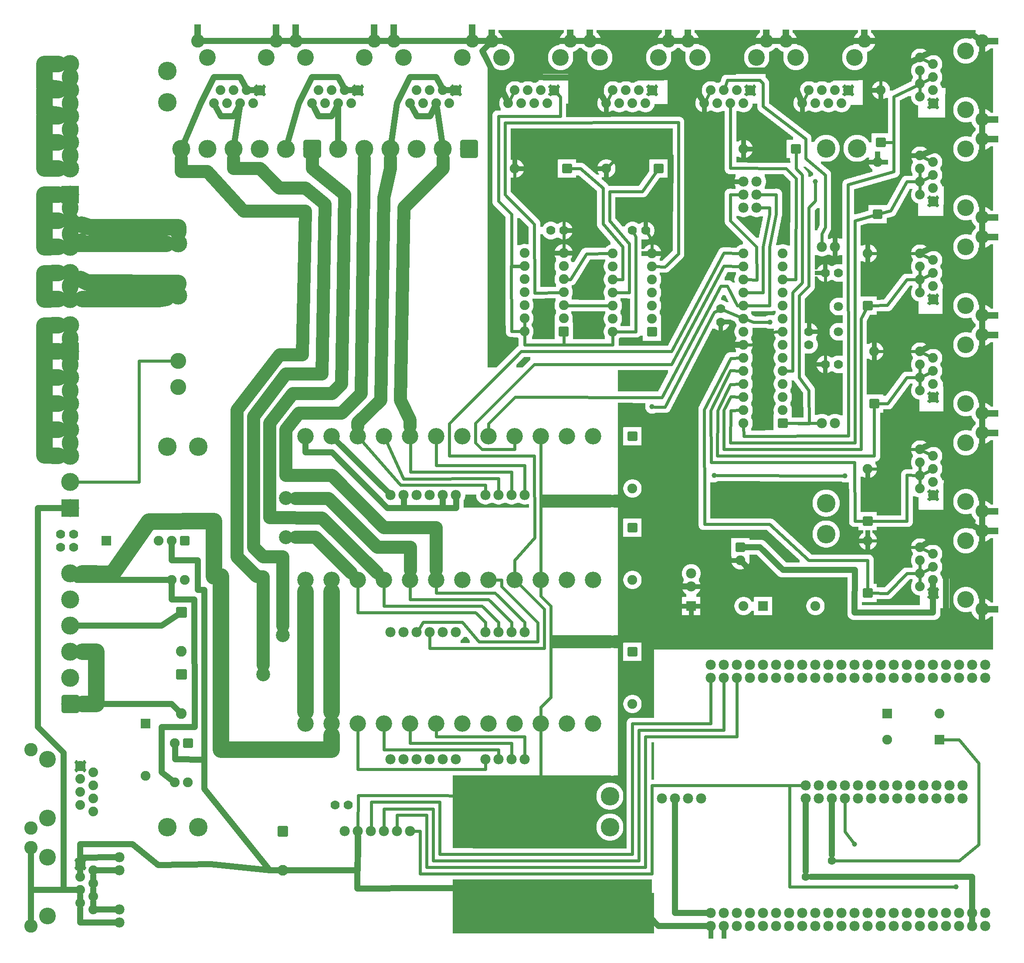
<source format=gbl>
G04 MADE WITH FRITZING*
G04 WWW.FRITZING.ORG*
G04 DOUBLE SIDED*
G04 HOLES PLATED*
G04 CONTOUR ON CENTER OF CONTOUR VECTOR*
%ASAXBY*%
%FSLAX23Y23*%
%MOIN*%
%OFA0B0*%
%SFA1.0B1.0*%
%ADD10C,0.075000*%
%ADD11C,0.074000*%
%ADD12C,0.137795*%
%ADD13C,0.070925*%
%ADD14C,0.070866*%
%ADD15C,0.122047*%
%ADD16C,0.102362*%
%ADD17C,0.070000*%
%ADD18C,0.078000*%
%ADD19C,0.125984*%
%ADD20C,0.082000*%
%ADD21C,0.127953*%
%ADD22C,0.141732*%
%ADD23C,0.039370*%
%ADD24C,0.062992*%
%ADD25C,0.106299*%
%ADD26R,0.137795X0.137795*%
%ADD27R,0.075000X0.075000*%
%ADD28C,0.017350*%
%ADD29C,0.128000*%
%ADD30C,0.048000*%
%ADD31C,0.024000*%
%ADD32C,0.100000*%
%ADD33C,0.020000*%
%LNCOPPER0*%
G90*
G70*
G54D10*
X5571Y6253D03*
X5632Y5459D03*
X3852Y6123D03*
X4402Y5126D03*
X6142Y4951D03*
X3998Y4828D03*
X4305Y4737D03*
X5676Y4587D03*
X4668Y4287D03*
X6796Y2641D03*
X3787Y6882D03*
X3410Y376D03*
G54D11*
X4102Y6496D03*
X4052Y6396D03*
X4002Y6496D03*
X3952Y6396D03*
X3902Y6496D03*
X3852Y6396D03*
X3802Y6496D03*
X3752Y6396D03*
G54D12*
X402Y4496D03*
X402Y4696D03*
X402Y4896D03*
X402Y5096D03*
X402Y5296D03*
X402Y5496D03*
X402Y5696D03*
X402Y5896D03*
X402Y6096D03*
X402Y6296D03*
X402Y6496D03*
X402Y6696D03*
X402Y1796D03*
X402Y1996D03*
X402Y2196D03*
X402Y2396D03*
X402Y2596D03*
X402Y2796D03*
G54D13*
X6277Y4839D03*
G54D14*
X6277Y4646D03*
G54D11*
X3352Y6496D03*
X3302Y6396D03*
X3252Y6496D03*
X3202Y6396D03*
X3152Y6496D03*
X3102Y6396D03*
X3052Y6496D03*
X3002Y6396D03*
G54D12*
X402Y3296D03*
X402Y3496D03*
X402Y3696D03*
X402Y3896D03*
X402Y4096D03*
X402Y4296D03*
G54D10*
X1277Y3046D03*
X1277Y2746D03*
X1177Y3046D03*
X1177Y2746D03*
G54D11*
X477Y1321D03*
X577Y1271D03*
X477Y1221D03*
X577Y1171D03*
X477Y1121D03*
X577Y1071D03*
X477Y1021D03*
X577Y971D03*
X477Y571D03*
X577Y521D03*
X477Y471D03*
X577Y421D03*
X477Y371D03*
X577Y321D03*
X477Y271D03*
X577Y221D03*
X1852Y6496D03*
X1802Y6396D03*
X1752Y6496D03*
X1702Y6396D03*
X1652Y6496D03*
X1602Y6396D03*
X1552Y6496D03*
X1502Y6396D03*
G54D10*
X1302Y1496D03*
X1302Y1196D03*
X1202Y1496D03*
X1202Y1196D03*
G54D11*
X2602Y6496D03*
X2552Y6396D03*
X2502Y6496D03*
X2452Y6396D03*
X2402Y6496D03*
X2352Y6396D03*
X2302Y6496D03*
X2252Y6396D03*
X6352Y6496D03*
X6302Y6396D03*
X6252Y6496D03*
X6202Y6396D03*
X6152Y6496D03*
X6102Y6396D03*
X6052Y6496D03*
X6002Y6396D03*
G54D12*
X1227Y4921D03*
G54D11*
X4852Y6496D03*
X4802Y6396D03*
X4752Y6496D03*
X4702Y6396D03*
X4652Y6496D03*
X4602Y6396D03*
X4552Y6496D03*
X4502Y6396D03*
G54D12*
X1227Y5321D03*
G54D11*
X7002Y6396D03*
X6902Y6446D03*
X7002Y6496D03*
X6902Y6546D03*
X7002Y6596D03*
X6902Y6646D03*
X7002Y6696D03*
X6902Y6746D03*
G54D15*
X1227Y4421D03*
G54D11*
X7002Y5646D03*
X6902Y5696D03*
X7002Y5746D03*
X6902Y5796D03*
X7002Y5846D03*
X6902Y5896D03*
X7002Y5946D03*
X6902Y5996D03*
G54D15*
X1227Y4221D03*
G54D11*
X7002Y4896D03*
X6902Y4946D03*
X7002Y4996D03*
X6902Y5046D03*
X7002Y5096D03*
X6902Y5146D03*
X7002Y5196D03*
X6902Y5246D03*
X7002Y4146D03*
X6902Y4196D03*
X7002Y4246D03*
X6902Y4296D03*
X7002Y4346D03*
X6902Y4396D03*
X7002Y4446D03*
X6902Y4496D03*
X7002Y2646D03*
X6902Y2696D03*
X7002Y2746D03*
X6902Y2796D03*
X7002Y2846D03*
X6902Y2896D03*
X7002Y2946D03*
X6902Y2996D03*
X7002Y3396D03*
X6902Y3446D03*
X7002Y3496D03*
X6902Y3546D03*
X7002Y3596D03*
X6902Y3646D03*
X7002Y3696D03*
X6902Y3746D03*
X5602Y6496D03*
X5552Y6396D03*
X5502Y6496D03*
X5452Y6396D03*
X5402Y6496D03*
X5352Y6396D03*
X5302Y6496D03*
X5252Y6396D03*
G54D10*
X5852Y3946D03*
X5552Y3946D03*
X5852Y4046D03*
X5552Y4046D03*
X5852Y4146D03*
X5552Y4146D03*
X5852Y4246D03*
X5552Y4246D03*
X5852Y4346D03*
X5552Y4346D03*
X5852Y4446D03*
X5552Y4446D03*
X5852Y4546D03*
X5552Y4546D03*
X5852Y4646D03*
X5552Y4646D03*
X5852Y4746D03*
X5552Y4746D03*
X5852Y4846D03*
X5552Y4846D03*
X5852Y4946D03*
X5552Y4946D03*
X5852Y5046D03*
X5552Y5046D03*
X5852Y5146D03*
X5552Y5146D03*
X5852Y5246D03*
X5552Y5246D03*
X4176Y4648D03*
X3876Y4648D03*
X4176Y4748D03*
X3876Y4748D03*
X4176Y4848D03*
X3876Y4848D03*
X4176Y4948D03*
X3876Y4948D03*
X4176Y5048D03*
X3876Y5048D03*
X4176Y5148D03*
X3876Y5148D03*
X4176Y5248D03*
X3876Y5248D03*
X4852Y4646D03*
X4552Y4646D03*
X4852Y4746D03*
X4552Y4746D03*
X4852Y4846D03*
X4552Y4846D03*
X4852Y4946D03*
X4552Y4946D03*
X4852Y5046D03*
X4552Y5046D03*
X4852Y5146D03*
X4552Y5146D03*
X4852Y5246D03*
X4552Y5246D03*
X6502Y2646D03*
X6502Y3046D03*
X6502Y3196D03*
X6502Y3596D03*
X6552Y4096D03*
X6552Y4496D03*
X4202Y5896D03*
X3802Y5896D03*
X4902Y5896D03*
X4502Y5896D03*
X5952Y6046D03*
X5552Y6046D03*
X6577Y5546D03*
X6577Y5946D03*
G54D16*
X102Y846D03*
X102Y1446D03*
X102Y696D03*
X1977Y6871D03*
X2727Y6871D03*
X3477Y6871D03*
X4227Y6871D03*
X4977Y6871D03*
X5727Y6871D03*
X6477Y6871D03*
X7377Y6871D03*
X7377Y6121D03*
X7377Y5371D03*
X7377Y4621D03*
X7377Y3871D03*
X7377Y3121D03*
X102Y96D03*
X1377Y6871D03*
X2127Y6871D03*
X2877Y6871D03*
X3627Y6871D03*
X4377Y6871D03*
X5127Y6871D03*
X5877Y6871D03*
X7377Y6271D03*
X7377Y5521D03*
X7377Y4771D03*
X7377Y4021D03*
X7377Y3271D03*
X7377Y2521D03*
G54D10*
X6602Y6096D03*
X6602Y6496D03*
X6502Y4846D03*
X6502Y5246D03*
G54D17*
X6277Y4396D03*
X6177Y4396D03*
X6277Y5096D03*
X6177Y5096D03*
G54D18*
X5152Y2696D03*
X5152Y2796D03*
X6152Y5296D03*
X6252Y5296D03*
X6152Y3946D03*
X6252Y3946D03*
X5652Y5596D03*
X5652Y5696D03*
X5652Y5796D03*
X5652Y5596D03*
X5652Y5696D03*
X5652Y5796D03*
X5552Y5796D03*
X5552Y5696D03*
X5552Y5596D03*
G54D19*
X4402Y3846D03*
X4202Y3846D03*
X4002Y3846D03*
X3802Y3846D03*
X3602Y3846D03*
X3402Y3846D03*
X3202Y3846D03*
X3002Y3846D03*
X2802Y3846D03*
X2602Y3846D03*
X2402Y3846D03*
X2202Y3846D03*
X4402Y1646D03*
X4202Y1646D03*
X4002Y1646D03*
X3802Y1646D03*
X3602Y1646D03*
X3402Y1646D03*
X3202Y1646D03*
X3002Y1646D03*
X2802Y1646D03*
X2602Y1646D03*
X2402Y1646D03*
X2202Y1646D03*
X4402Y2746D03*
X4202Y2746D03*
X4002Y2746D03*
X3802Y2746D03*
X3602Y2746D03*
X3402Y2746D03*
X3202Y2746D03*
X3002Y2746D03*
X2802Y2746D03*
X2602Y2746D03*
X2402Y2746D03*
X2202Y2746D03*
G54D20*
X1252Y2496D03*
X1252Y2198D03*
X1252Y2021D03*
X1252Y1723D03*
G54D21*
X227Y171D03*
X1452Y6746D03*
X227Y1371D03*
X227Y921D03*
X227Y621D03*
X1902Y6746D03*
X2202Y6746D03*
X2652Y6746D03*
X2952Y6746D03*
X3402Y6746D03*
X3702Y6746D03*
X4152Y6746D03*
X4452Y6746D03*
X4902Y6746D03*
X5202Y6746D03*
X5652Y6746D03*
X6402Y6746D03*
X5952Y6746D03*
X7252Y2596D03*
X7252Y3046D03*
X7252Y3346D03*
X7252Y3796D03*
X7252Y4096D03*
X7252Y4546D03*
X7252Y4846D03*
X7252Y5296D03*
X7252Y5596D03*
X7252Y6046D03*
X7252Y6346D03*
X7252Y6796D03*
G54D10*
X677Y3046D03*
X1077Y3046D03*
X977Y1646D03*
X977Y1246D03*
G54D22*
X1380Y3767D03*
X1144Y3767D03*
X6183Y3333D03*
X6183Y3097D03*
X1144Y6404D03*
X1144Y6641D03*
X6420Y6050D03*
X6183Y6050D03*
X4530Y1089D03*
X4530Y853D03*
X1380Y853D03*
X1144Y853D03*
G54D12*
X3452Y6046D03*
X3252Y6046D03*
X3052Y6046D03*
X2852Y6046D03*
X2652Y6046D03*
X2452Y6046D03*
X2252Y6046D03*
X2052Y6046D03*
X1852Y6046D03*
X1652Y6046D03*
X1452Y6046D03*
X1252Y6046D03*
G54D18*
X7402Y2096D03*
X7302Y2096D03*
X7202Y2096D03*
X7102Y2096D03*
X7002Y2096D03*
X6902Y2096D03*
X6802Y2096D03*
X6702Y2096D03*
X6602Y2096D03*
X6502Y2096D03*
X6402Y2096D03*
X6302Y2096D03*
X6202Y2096D03*
X6102Y2096D03*
X6002Y2096D03*
X5902Y2096D03*
X5802Y2096D03*
X5702Y2096D03*
X5602Y2096D03*
X5502Y2096D03*
X5402Y2096D03*
X5302Y2096D03*
X7402Y2096D03*
X7302Y2096D03*
X7202Y2096D03*
X7102Y2096D03*
X7002Y2096D03*
X6902Y2096D03*
X6802Y2096D03*
X6702Y2096D03*
X6602Y2096D03*
X6502Y2096D03*
X6402Y2096D03*
X6302Y2096D03*
X6202Y2096D03*
X6102Y2096D03*
X6002Y2096D03*
X5902Y2096D03*
X5802Y2096D03*
X5702Y2096D03*
X5602Y2096D03*
X5502Y2096D03*
X5402Y2096D03*
X5302Y2096D03*
X5302Y1996D03*
X5402Y1996D03*
X5502Y1996D03*
X5602Y1996D03*
X5702Y1996D03*
X5802Y1996D03*
X5902Y1996D03*
X6002Y1996D03*
X6102Y1996D03*
X6202Y1996D03*
X6302Y1996D03*
X6402Y1996D03*
X6502Y1996D03*
X6602Y1996D03*
X6702Y1996D03*
X6802Y1996D03*
X6902Y1996D03*
X7002Y1996D03*
X7102Y1996D03*
X7202Y1996D03*
X7302Y1996D03*
X7402Y1996D03*
X7402Y196D03*
X7302Y196D03*
X7202Y196D03*
X7102Y196D03*
X7002Y196D03*
X6902Y196D03*
X6802Y196D03*
X6702Y196D03*
X6602Y196D03*
X6502Y196D03*
X6402Y196D03*
X6302Y196D03*
X6202Y196D03*
X6102Y196D03*
X6002Y196D03*
X5902Y196D03*
X5802Y196D03*
X5702Y196D03*
X5602Y196D03*
X5502Y196D03*
X5402Y196D03*
X5302Y196D03*
X7402Y196D03*
X7302Y196D03*
X7202Y196D03*
X7102Y196D03*
X7002Y196D03*
X6902Y196D03*
X6802Y196D03*
X6702Y196D03*
X6602Y196D03*
X6502Y196D03*
X6402Y196D03*
X6302Y196D03*
X6202Y196D03*
X6102Y196D03*
X6002Y196D03*
X5902Y196D03*
X5802Y196D03*
X5702Y196D03*
X5602Y196D03*
X5502Y196D03*
X5402Y196D03*
X5302Y196D03*
X5302Y96D03*
X5402Y96D03*
X5502Y96D03*
X5602Y96D03*
X5702Y96D03*
X5802Y96D03*
X5902Y96D03*
X6002Y96D03*
X6102Y96D03*
X6202Y96D03*
X6302Y96D03*
X6402Y96D03*
X6502Y96D03*
X6602Y96D03*
X6702Y96D03*
X6802Y96D03*
X6902Y96D03*
X7002Y96D03*
X7102Y96D03*
X7202Y96D03*
X7302Y96D03*
X7402Y96D03*
G54D10*
X5702Y2546D03*
X6102Y2546D03*
X6652Y1721D03*
X7052Y1721D03*
X7052Y1521D03*
X6652Y1521D03*
X5152Y2546D03*
X5552Y2546D03*
X4702Y3846D03*
X4702Y3446D03*
X4702Y3146D03*
X4702Y2746D03*
X4702Y2196D03*
X4702Y1796D03*
G54D23*
X6102Y5796D03*
X4852Y4071D03*
G54D20*
X2027Y821D03*
X2027Y521D03*
G54D18*
X2852Y3396D03*
X2952Y3396D03*
X3052Y3396D03*
X3152Y3396D03*
X3252Y3396D03*
X3352Y3396D03*
X2852Y2346D03*
X2952Y2346D03*
X3052Y2346D03*
X3152Y2346D03*
X3252Y2346D03*
X3352Y2346D03*
X2852Y1371D03*
X2952Y1371D03*
X3052Y1371D03*
X3152Y1371D03*
X3252Y1371D03*
X3352Y1371D03*
X3577Y3396D03*
X3677Y3396D03*
X3777Y3396D03*
X3877Y3396D03*
X3577Y2346D03*
X3677Y2346D03*
X3777Y2346D03*
X3877Y2346D03*
X3577Y1371D03*
X3677Y1371D03*
X3777Y1371D03*
X3877Y1371D03*
X6027Y1071D03*
X6127Y1071D03*
X6227Y1071D03*
X6327Y1071D03*
X6427Y1071D03*
X6527Y1071D03*
X6627Y1071D03*
X6727Y1071D03*
X6827Y1071D03*
X6927Y1071D03*
X7027Y1071D03*
X7127Y1071D03*
X7227Y1071D03*
X6027Y1071D03*
X6127Y1071D03*
X6227Y1071D03*
X6327Y1071D03*
X6427Y1071D03*
X6527Y1071D03*
X6627Y1071D03*
X6727Y1071D03*
X6827Y1071D03*
X6927Y1071D03*
X7027Y1071D03*
X7127Y1071D03*
X7227Y1071D03*
X7227Y1171D03*
X7127Y1171D03*
X7027Y1171D03*
X6927Y1171D03*
X6827Y1171D03*
X6727Y1171D03*
X6627Y1171D03*
X6527Y1171D03*
X6427Y1171D03*
X6327Y1171D03*
X6227Y1171D03*
X6127Y1171D03*
X6027Y1171D03*
G54D24*
X6027Y471D03*
G54D23*
X5327Y3546D03*
X6328Y3544D03*
G54D18*
X2502Y821D03*
X2602Y821D03*
X2702Y821D03*
X2802Y821D03*
X2902Y821D03*
X3002Y821D03*
X777Y221D03*
X777Y121D03*
X777Y621D03*
X777Y521D03*
G54D25*
X2052Y3371D03*
X2052Y3071D03*
X2027Y2321D03*
X1877Y2021D03*
G54D23*
X7177Y396D03*
X6402Y721D03*
G54D24*
X6227Y596D03*
G54D18*
X4927Y1071D03*
X5027Y1071D03*
X5127Y1071D03*
X5227Y1071D03*
G54D17*
X5377Y4821D03*
X5377Y4720D03*
X4077Y5421D03*
X4178Y5421D03*
X4702Y5421D03*
X4803Y5421D03*
X6052Y4646D03*
X6052Y4545D03*
X2427Y1021D03*
X2528Y1021D03*
X327Y2996D03*
X428Y2996D03*
X327Y3096D03*
X428Y3096D03*
G54D23*
X5753Y4720D03*
G54D10*
X5527Y2996D03*
X5527Y2896D03*
G54D26*
X402Y4496D03*
X402Y5696D03*
X402Y3296D03*
G54D27*
X677Y3046D03*
X977Y1646D03*
X5702Y2546D03*
X6652Y1721D03*
X7052Y1521D03*
X5152Y2546D03*
G54D28*
X4139Y6467D02*
X4065Y6467D01*
D02*
X4139Y6524D02*
X4065Y6524D01*
D02*
X4131Y6459D02*
X4131Y6533D01*
D02*
X4074Y6459D02*
X4074Y6533D01*
D02*
X3389Y6467D02*
X3315Y6467D01*
D02*
X3389Y6524D02*
X3315Y6524D01*
D02*
X3381Y6459D02*
X3381Y6533D01*
D02*
X3324Y6459D02*
X3324Y6533D01*
D02*
X506Y1358D02*
X506Y1284D01*
D02*
X449Y1358D02*
X449Y1284D01*
D02*
X514Y1349D02*
X440Y1349D01*
D02*
X514Y1292D02*
X440Y1292D01*
D02*
X506Y608D02*
X506Y534D01*
D02*
X449Y608D02*
X449Y534D01*
D02*
X514Y599D02*
X440Y599D01*
D02*
X514Y542D02*
X440Y542D01*
D02*
X1889Y6467D02*
X1815Y6467D01*
D02*
X1889Y6524D02*
X1815Y6524D01*
D02*
X1881Y6459D02*
X1881Y6533D01*
D02*
X1824Y6459D02*
X1824Y6533D01*
D02*
X2639Y6467D02*
X2565Y6467D01*
D02*
X2639Y6524D02*
X2565Y6524D01*
D02*
X2631Y6459D02*
X2631Y6533D01*
D02*
X2574Y6459D02*
X2574Y6533D01*
D02*
X6389Y6467D02*
X6315Y6467D01*
D02*
X6389Y6524D02*
X6315Y6524D01*
D02*
X6381Y6459D02*
X6381Y6533D01*
D02*
X6324Y6459D02*
X6324Y6533D01*
D02*
X4889Y6467D02*
X4815Y6467D01*
D02*
X4889Y6524D02*
X4815Y6524D01*
D02*
X4881Y6459D02*
X4881Y6533D01*
D02*
X4824Y6459D02*
X4824Y6533D01*
D02*
X6974Y6359D02*
X6974Y6433D01*
D02*
X7031Y6359D02*
X7031Y6433D01*
D02*
X6965Y6367D02*
X7039Y6367D01*
D02*
X6965Y6424D02*
X7039Y6424D01*
D02*
X6974Y5609D02*
X6974Y5683D01*
D02*
X7031Y5609D02*
X7031Y5683D01*
D02*
X6965Y5617D02*
X7039Y5617D01*
D02*
X6965Y5674D02*
X7039Y5674D01*
D02*
X6974Y4859D02*
X6974Y4933D01*
D02*
X7031Y4859D02*
X7031Y4933D01*
D02*
X6965Y4867D02*
X7039Y4867D01*
D02*
X6965Y4924D02*
X7039Y4924D01*
D02*
X6974Y4109D02*
X6974Y4183D01*
D02*
X7031Y4109D02*
X7031Y4183D01*
D02*
X6965Y4117D02*
X7039Y4117D01*
D02*
X6965Y4174D02*
X7039Y4174D01*
D02*
X6974Y2609D02*
X6974Y2683D01*
D02*
X7031Y2609D02*
X7031Y2683D01*
D02*
X6965Y2617D02*
X7039Y2617D01*
D02*
X6965Y2674D02*
X7039Y2674D01*
D02*
X6974Y3359D02*
X6974Y3433D01*
D02*
X7031Y3359D02*
X7031Y3433D01*
D02*
X6965Y3367D02*
X7039Y3367D01*
D02*
X6965Y3424D02*
X7039Y3424D01*
D02*
X5639Y6467D02*
X5565Y6467D01*
D02*
X5639Y6524D02*
X5565Y6524D01*
D02*
X5631Y6459D02*
X5631Y6533D01*
D02*
X5574Y6459D02*
X5574Y6533D01*
G54D29*
D02*
X203Y5495D02*
X203Y5695D01*
D02*
X203Y5695D02*
X311Y5695D01*
D02*
X311Y5495D02*
X203Y5495D01*
D02*
X203Y6520D02*
X203Y6696D01*
D02*
X203Y6696D02*
X311Y6696D01*
D02*
X312Y6507D02*
X203Y6520D01*
D02*
X203Y6496D02*
X311Y6496D01*
D02*
X203Y6320D02*
X203Y6496D01*
D02*
X312Y6307D02*
X203Y6320D01*
D02*
X203Y6296D02*
X311Y6296D01*
D02*
X203Y6095D02*
X203Y6296D01*
D02*
X311Y6096D02*
X203Y6095D01*
D02*
X203Y6095D02*
X311Y6096D01*
D02*
X203Y5895D02*
X203Y6095D01*
D02*
X311Y5895D02*
X203Y5895D01*
D02*
X203Y5294D02*
X203Y5495D01*
D02*
X203Y5495D02*
X311Y5495D01*
D02*
X311Y5295D02*
X203Y5294D01*
D02*
X203Y4494D02*
X203Y4694D01*
D02*
X203Y4694D02*
X311Y4695D01*
D02*
X311Y4495D02*
X203Y4494D01*
D02*
X203Y4894D02*
X203Y5094D01*
D02*
X203Y5094D02*
X311Y5095D01*
D02*
X311Y4895D02*
X203Y4894D01*
D02*
X530Y5021D02*
X481Y5049D01*
D02*
X1226Y5020D02*
X530Y5021D01*
D02*
X1226Y5010D02*
X1226Y5020D01*
D02*
X1138Y5320D02*
X451Y5319D01*
D02*
X451Y5319D02*
X485Y5335D01*
D02*
X203Y4293D02*
X203Y4494D01*
D02*
X203Y4494D02*
X311Y4495D01*
D02*
X311Y4295D02*
X203Y4293D01*
D02*
X203Y4098D02*
X203Y4293D01*
D02*
X203Y4293D02*
X311Y4295D01*
D02*
X311Y4097D02*
X203Y4098D01*
G54D30*
D02*
X1352Y2596D02*
X1354Y1620D01*
D02*
X1102Y1271D02*
X1174Y1217D01*
D02*
X1102Y1620D02*
X1102Y1271D01*
D02*
X1354Y1620D02*
X1102Y1620D01*
D02*
X1178Y2595D02*
X1352Y2596D01*
D02*
X1178Y2710D02*
X1178Y2595D01*
D02*
X1102Y2396D02*
X449Y2396D01*
D02*
X1221Y2475D02*
X1102Y2396D01*
D02*
X2602Y521D02*
X2065Y521D01*
D02*
X2604Y721D02*
X2602Y521D01*
D02*
X2603Y784D02*
X2604Y721D01*
D02*
X1929Y521D02*
X1990Y521D01*
D02*
X4900Y95D02*
X4604Y396D01*
D02*
X4604Y396D02*
X2597Y381D01*
D02*
X5266Y96D02*
X4900Y95D01*
G54D31*
D02*
X5502Y1546D02*
X5502Y1970D01*
D02*
X4802Y1546D02*
X5502Y1546D01*
D02*
X4802Y546D02*
X4802Y1546D01*
D02*
X3126Y945D02*
X3126Y545D01*
D02*
X3126Y545D02*
X4802Y546D01*
D02*
X2902Y945D02*
X3126Y945D01*
D02*
X2902Y846D02*
X2902Y945D01*
D02*
X5402Y1596D02*
X5402Y1970D01*
D02*
X4752Y1596D02*
X5402Y1596D01*
D02*
X4752Y596D02*
X4752Y1596D01*
D02*
X3179Y993D02*
X3179Y597D01*
D02*
X3179Y597D02*
X4752Y596D01*
D02*
X2801Y993D02*
X3179Y993D01*
D02*
X2802Y846D02*
X2801Y993D01*
D02*
X5302Y1646D02*
X5302Y1970D01*
D02*
X4702Y1646D02*
X5302Y1646D01*
D02*
X4702Y646D02*
X4702Y1646D01*
D02*
X3228Y1046D02*
X3228Y647D01*
D02*
X3228Y647D02*
X4702Y646D01*
D02*
X2704Y1046D02*
X3228Y1046D01*
D02*
X2703Y846D02*
X2704Y1046D01*
D02*
X5452Y5898D02*
X5878Y5896D01*
D02*
X5878Y5896D02*
X5953Y5820D01*
D02*
X5952Y5047D02*
X5877Y5046D01*
D02*
X5452Y6370D02*
X5452Y5898D01*
D02*
X5402Y5248D02*
X5528Y5246D01*
D02*
X5002Y4496D02*
X5402Y5248D01*
D02*
X3954Y3070D02*
X3952Y3696D01*
D02*
X3952Y3696D02*
X3302Y3696D01*
D02*
X3802Y2896D02*
X3954Y3070D01*
D02*
X3302Y3696D02*
X3302Y3944D01*
D02*
X3302Y3944D02*
X3851Y4496D01*
D02*
X3851Y4496D02*
X5002Y4496D01*
D02*
X3802Y2780D02*
X3802Y2896D01*
D02*
X5402Y5148D02*
X5528Y5146D01*
D02*
X5002Y4396D02*
X5402Y5148D01*
D02*
X3552Y3746D02*
X3502Y3796D01*
D02*
X3802Y3746D02*
X3552Y3746D01*
D02*
X3502Y3946D02*
X3951Y4396D01*
D02*
X3502Y3796D02*
X3502Y3946D01*
D02*
X3951Y4396D02*
X5002Y4396D01*
D02*
X3802Y3811D02*
X3802Y3746D01*
D02*
X4927Y4144D02*
X5377Y4996D01*
D02*
X5503Y4846D02*
X5528Y4846D01*
D02*
X5428Y4996D02*
X5503Y4846D01*
D02*
X5377Y4996D02*
X5428Y4996D01*
D02*
X3804Y4147D02*
X4927Y4144D01*
D02*
X3602Y3880D02*
X3602Y3944D01*
D02*
X3602Y3944D02*
X3804Y4147D01*
D02*
X4002Y3721D02*
X4002Y3811D01*
D02*
X4002Y2896D02*
X4002Y3721D01*
D02*
X4002Y2780D02*
X4002Y2896D01*
D02*
X4002Y2621D02*
X4002Y2711D01*
D02*
X4077Y2546D02*
X4002Y2621D01*
D02*
X4077Y1846D02*
X4077Y2546D01*
D02*
X4002Y1771D02*
X4077Y1846D01*
D02*
X4002Y1680D02*
X4002Y1771D01*
G54D32*
D02*
X2776Y4121D02*
X2602Y3948D01*
D02*
X2602Y3948D02*
X2602Y3919D01*
D02*
X2802Y5671D02*
X2776Y4121D01*
D02*
X2851Y5897D02*
X2802Y5671D01*
D02*
X2852Y5971D02*
X2851Y5897D01*
D02*
X3002Y3970D02*
X3002Y3919D01*
D02*
X2927Y4121D02*
X3002Y3970D01*
D02*
X2953Y5596D02*
X2927Y4121D01*
D02*
X3253Y5897D02*
X2953Y5596D01*
D02*
X3253Y5971D02*
X3253Y5897D01*
G54D30*
D02*
X3208Y6360D02*
X3246Y6092D01*
G54D32*
D02*
X2627Y4172D02*
X2651Y5971D01*
D02*
X2477Y4022D02*
X2627Y4172D01*
D02*
X2152Y4022D02*
X2477Y4022D01*
D02*
X2802Y3145D02*
X2403Y3547D01*
D02*
X3202Y3145D02*
X2802Y3145D01*
D02*
X2052Y3547D02*
X2052Y3896D01*
D02*
X2403Y3547D02*
X2052Y3547D01*
D02*
X2052Y3896D02*
X2152Y4022D01*
D02*
X3202Y2819D02*
X3202Y3145D01*
D02*
X2276Y3071D02*
X2123Y3071D01*
D02*
X2550Y2798D02*
X2276Y3071D01*
D02*
X2253Y5897D02*
X2253Y5971D01*
D02*
X2501Y5695D02*
X2253Y5897D01*
D02*
X2477Y4245D02*
X2501Y5695D01*
D02*
X2103Y4172D02*
X2403Y4172D01*
D02*
X2403Y4172D02*
X2477Y4245D01*
D02*
X1926Y3946D02*
X2103Y4172D01*
D02*
X2328Y3220D02*
X1926Y3221D01*
D02*
X1926Y3221D02*
X1926Y3946D01*
D02*
X2750Y2798D02*
X2328Y3220D01*
D02*
X2376Y3370D02*
X2123Y3370D01*
D02*
X2752Y2995D02*
X2376Y3370D01*
D02*
X3003Y2995D02*
X2752Y2995D01*
D02*
X3003Y2819D02*
X3003Y2995D01*
G54D29*
D02*
X2402Y1736D02*
X2402Y2655D01*
D02*
X2202Y1736D02*
X2202Y2655D01*
G54D30*
D02*
X5853Y2821D02*
X5678Y2996D01*
D02*
X5678Y2996D02*
X5563Y2996D01*
D02*
X6403Y2821D02*
X5853Y2821D01*
D02*
X6402Y2496D02*
X6403Y2821D01*
D02*
X7002Y2496D02*
X6402Y2496D01*
D02*
X7002Y2609D02*
X7002Y2496D01*
D02*
X5701Y2720D02*
X5553Y2870D01*
D02*
X6302Y2720D02*
X5701Y2720D01*
D02*
X6302Y2396D02*
X6302Y2720D01*
D02*
X7104Y3120D02*
X7102Y2396D01*
D02*
X7102Y2396D02*
X6302Y2396D01*
D02*
X6933Y3015D02*
X7104Y3120D01*
D02*
X7108Y3846D02*
X6935Y3762D01*
D02*
X7104Y3120D02*
X7108Y3846D01*
D02*
X7097Y4607D02*
X6934Y4514D01*
D02*
X7108Y3846D02*
X7097Y4607D01*
D02*
X7102Y5340D02*
X6935Y5261D01*
D02*
X7097Y4607D02*
X7102Y5340D01*
D02*
X7113Y6079D02*
X6936Y6009D01*
D02*
X7102Y5340D02*
X7113Y6079D01*
D02*
X7125Y6851D02*
X6935Y6761D01*
D02*
X7113Y6079D02*
X7125Y6851D01*
D02*
X6602Y6596D02*
X6870Y6729D01*
D02*
X5919Y6590D02*
X6602Y6596D01*
D02*
X5988Y6429D02*
X5919Y6590D01*
D02*
X5130Y6596D02*
X5233Y6427D01*
D02*
X5919Y6590D02*
X5778Y6596D01*
D02*
X4380Y6590D02*
X4483Y6426D01*
D02*
X5130Y6596D02*
X4380Y6590D01*
D02*
X3654Y6599D02*
X3737Y6428D01*
D02*
X4380Y6590D02*
X3654Y6599D01*
G54D31*
D02*
X6902Y4370D02*
X6902Y4321D01*
D02*
X6902Y3620D02*
X6902Y3571D01*
D02*
X6902Y2821D02*
X6902Y2870D01*
D02*
X6902Y6571D02*
X6902Y6620D01*
D02*
X6751Y3044D02*
X6527Y3045D01*
D02*
X6802Y2996D02*
X6751Y3044D01*
D02*
X6877Y2996D02*
X6802Y2996D01*
D02*
X5752Y3171D02*
X5253Y3171D01*
D02*
X6051Y2895D02*
X5752Y3171D01*
D02*
X6502Y2896D02*
X6051Y2895D01*
D02*
X5253Y3171D02*
X5251Y4048D01*
D02*
X5454Y4444D02*
X5528Y4445D01*
D02*
X5251Y4048D02*
X5454Y4444D01*
D02*
X6502Y2671D02*
X6502Y2896D01*
D02*
X6654Y2644D02*
X6527Y2645D01*
D02*
X6802Y2796D02*
X6654Y2644D01*
D02*
X6877Y2796D02*
X6802Y2796D01*
D02*
X5303Y3645D02*
X5302Y4044D01*
D02*
X5451Y4348D02*
X5528Y4346D01*
D02*
X5302Y4044D02*
X5451Y4348D01*
D02*
X6404Y3197D02*
X6402Y3646D01*
D02*
X6478Y3196D02*
X6404Y3197D01*
D02*
X6402Y3646D02*
X5303Y3645D01*
D02*
X6802Y3548D02*
X6802Y3196D01*
D02*
X6802Y3196D02*
X6527Y3196D01*
D02*
X6877Y3546D02*
X6802Y3548D01*
D02*
X6802Y3746D02*
X6654Y3596D01*
D02*
X6654Y3596D02*
X6527Y3596D01*
D02*
X6877Y3746D02*
X6802Y3746D01*
D02*
X6552Y3695D02*
X5352Y3696D01*
D02*
X5352Y3696D02*
X5354Y4044D01*
D02*
X5451Y4244D02*
X5528Y4245D01*
D02*
X5354Y4044D02*
X5451Y4244D01*
D02*
X6552Y4071D02*
X6552Y3695D01*
D02*
X6654Y4096D02*
X6577Y4096D01*
D02*
X6802Y4296D02*
X6654Y4096D01*
D02*
X6877Y4296D02*
X6802Y4296D01*
D02*
X6877Y4496D02*
X6577Y4496D01*
D02*
X6451Y4745D02*
X6451Y3746D01*
D02*
X6451Y3746D02*
X5402Y3746D01*
D02*
X5402Y3746D02*
X5401Y4045D01*
D02*
X5454Y4148D02*
X5528Y4146D01*
D02*
X5401Y4045D02*
X5454Y4148D01*
D02*
X6491Y4824D02*
X6451Y4745D01*
D02*
X6802Y5046D02*
X6651Y4848D01*
D02*
X6651Y4848D02*
X6527Y4846D01*
D02*
X6877Y5046D02*
X6802Y5046D01*
D02*
X6877Y5246D02*
X6527Y5246D01*
D02*
X6404Y5495D02*
X6404Y3796D01*
D02*
X6404Y3796D02*
X5452Y3796D01*
D02*
X5452Y3796D02*
X5454Y4044D01*
D02*
X5454Y4044D02*
X5528Y4045D01*
D02*
X6554Y5539D02*
X6404Y5495D01*
D02*
X6802Y5796D02*
X6677Y5571D01*
D02*
X6677Y5571D02*
X6602Y5552D01*
D02*
X6877Y5796D02*
X6802Y5796D01*
D02*
X5953Y5896D02*
X6002Y5845D01*
D02*
X5928Y4345D02*
X5877Y4345D01*
D02*
X5953Y6021D02*
X5953Y5896D01*
D02*
X4200Y4847D02*
X4528Y4846D01*
D02*
X5054Y5244D02*
X4951Y5144D01*
D02*
X3952Y5470D02*
X3726Y5696D01*
D02*
X3726Y5696D02*
X3726Y6246D01*
D02*
X3954Y4944D02*
X3952Y5470D01*
D02*
X4951Y5144D02*
X4877Y5145D01*
D02*
X3726Y6246D02*
X5053Y6248D01*
D02*
X5053Y6248D02*
X5054Y5244D01*
D02*
X4151Y4947D02*
X3954Y4944D01*
D02*
X4351Y5244D02*
X4528Y5245D01*
D02*
X4229Y5046D02*
X4351Y5244D01*
D02*
X4200Y5047D02*
X4229Y5046D01*
D02*
X3777Y4649D02*
X3774Y5149D01*
D02*
X3774Y5149D02*
X3851Y5148D01*
D02*
X3851Y4648D02*
X3777Y4649D01*
D02*
X4852Y5320D02*
X4852Y5271D01*
D02*
X5002Y5571D02*
X4852Y5320D01*
D02*
X5003Y5996D02*
X5002Y5571D01*
D02*
X4601Y5996D02*
X5003Y5996D01*
D02*
X4520Y5913D02*
X4601Y5996D01*
D02*
X4476Y5746D02*
X4304Y5895D01*
D02*
X4304Y5895D02*
X4227Y5895D01*
D02*
X4476Y5471D02*
X4476Y5746D01*
D02*
X4627Y5296D02*
X4476Y5471D01*
D02*
X4627Y5045D02*
X4627Y5296D01*
D02*
X4577Y5046D02*
X4627Y5045D01*
D02*
X4777Y5720D02*
X4888Y5875D01*
D02*
X4526Y5720D02*
X4778Y5720D01*
D02*
X4526Y5495D02*
X4526Y5720D01*
D02*
X4677Y5320D02*
X4526Y5495D01*
D02*
X4677Y4945D02*
X4677Y5320D01*
D02*
X4577Y4946D02*
X4677Y4945D01*
D02*
X3877Y4546D02*
X4179Y4546D01*
D02*
X4552Y4546D02*
X4552Y4621D01*
D02*
X3876Y4623D02*
X3877Y4546D01*
D02*
X6702Y5871D02*
X6352Y5771D01*
D02*
X6702Y6096D02*
X6702Y5871D01*
D02*
X6352Y5771D02*
X6354Y3848D01*
D02*
X6354Y3848D02*
X5553Y3847D01*
D02*
X5553Y3847D02*
X5552Y3921D01*
D02*
X6627Y6096D02*
X6702Y6096D01*
D02*
X6702Y6446D02*
X6702Y6096D01*
D02*
X6702Y6096D02*
X6627Y6096D01*
D02*
X6880Y6534D02*
X6702Y6446D01*
D02*
X6602Y6595D02*
X6602Y6521D01*
D02*
X6880Y6734D02*
X6602Y6595D01*
D02*
X5751Y5546D02*
X5701Y5297D01*
D02*
X5701Y5297D02*
X5701Y4947D01*
D02*
X5701Y4947D02*
X5577Y4946D01*
D02*
X5751Y5596D02*
X5751Y5546D01*
D02*
X5678Y5596D02*
X5751Y5596D01*
D02*
X6102Y5648D02*
X6052Y5596D01*
D02*
X5978Y4921D02*
X5978Y4295D01*
D02*
X6052Y4995D02*
X5978Y4921D01*
D02*
X6052Y4197D02*
X6054Y3944D01*
D02*
X5978Y4295D02*
X6052Y4197D01*
D02*
X6052Y5596D02*
X6052Y4995D01*
D02*
X6054Y3944D02*
X5877Y3945D01*
D02*
X6102Y5777D02*
X6102Y5648D01*
D02*
X5452Y5496D02*
X5652Y5296D01*
D02*
X5452Y5697D02*
X5452Y5496D01*
D02*
X5652Y5296D02*
X5654Y5044D01*
D02*
X5654Y5044D02*
X5577Y5045D01*
D02*
X5527Y5696D02*
X5452Y5697D01*
D02*
X5802Y5546D02*
X5751Y5297D01*
D02*
X5751Y5297D02*
X5751Y4846D01*
D02*
X5751Y4846D02*
X5577Y4846D01*
D02*
X5802Y5697D02*
X5802Y5546D01*
D02*
X5678Y5696D02*
X5802Y5697D01*
G54D30*
D02*
X5152Y3046D02*
X5151Y4044D01*
D02*
X5052Y2946D02*
X5152Y3046D01*
D02*
X5402Y4544D02*
X5516Y4545D01*
D02*
X5151Y4044D02*
X5402Y4544D01*
D02*
X5052Y2696D02*
X5052Y2946D01*
D02*
X5116Y2696D02*
X5052Y2696D01*
D02*
X452Y2746D02*
X1141Y2746D01*
D02*
X435Y2763D02*
X452Y2746D01*
G54D31*
D02*
X927Y3496D02*
X438Y3496D01*
G54D30*
D02*
X7253Y3194D02*
X7340Y3142D01*
D02*
X7104Y3120D02*
X7253Y3194D01*
D02*
X7377Y2564D02*
X7377Y3078D01*
D02*
X7377Y3228D02*
X7377Y3164D01*
D02*
X7377Y3828D02*
X7377Y3314D01*
D02*
X7377Y3978D02*
X7377Y3914D01*
D02*
X7377Y4578D02*
X7377Y4064D01*
D02*
X7377Y4728D02*
X7377Y4664D01*
D02*
X7377Y5328D02*
X7377Y4814D01*
D02*
X7377Y5478D02*
X7377Y5414D01*
D02*
X7377Y6078D02*
X7377Y5564D01*
D02*
X7377Y6228D02*
X7377Y6164D01*
D02*
X7377Y6828D02*
X7377Y6314D01*
D02*
X7129Y6922D02*
X7302Y6922D01*
D02*
X7302Y6922D02*
X7342Y6895D01*
D02*
X7125Y6851D02*
X7129Y6922D01*
D02*
X7051Y6869D02*
X6520Y6871D01*
D02*
X7125Y6851D02*
X7051Y6869D01*
D02*
X5920Y6871D02*
X6434Y6871D01*
D02*
X5770Y6871D02*
X5834Y6871D01*
D02*
X5170Y6871D02*
X5684Y6871D01*
D02*
X5020Y6871D02*
X5084Y6871D01*
D02*
X4420Y6871D02*
X4934Y6871D01*
D02*
X4270Y6871D02*
X4334Y6871D01*
D02*
X3670Y6871D02*
X4184Y6871D01*
D02*
X3520Y6871D02*
X3584Y6871D01*
D02*
X2920Y6871D02*
X3434Y6871D01*
D02*
X2770Y6871D02*
X2834Y6871D01*
D02*
X2170Y6871D02*
X2684Y6871D01*
D02*
X2020Y6871D02*
X2084Y6871D01*
D02*
X1420Y6871D02*
X1934Y6871D01*
G54D31*
D02*
X5877Y3946D02*
X6127Y3946D01*
D02*
X6980Y2957D02*
X6925Y2984D01*
D02*
X6980Y3707D02*
X6925Y3734D01*
D02*
X6980Y4457D02*
X6925Y4484D01*
D02*
X6980Y5207D02*
X6925Y5234D01*
D02*
X6980Y5957D02*
X6925Y5984D01*
D02*
X6980Y6707D02*
X6925Y6734D01*
D02*
X6041Y6473D02*
X6014Y6418D01*
D02*
X4514Y6418D02*
X4541Y6473D01*
D02*
X3791Y6473D02*
X3764Y6418D01*
G54D30*
D02*
X3554Y6796D02*
X3597Y6840D01*
D02*
X3654Y6599D02*
X3554Y6796D01*
G54D31*
D02*
X5754Y4644D02*
X5654Y4548D01*
D02*
X5654Y4548D02*
X5577Y4546D01*
D02*
X5828Y4645D02*
X5754Y4644D01*
G54D30*
D02*
X1178Y2895D02*
X1378Y2896D01*
D02*
X1378Y2670D02*
X1428Y2670D01*
D02*
X1428Y2670D02*
X1429Y1370D01*
D02*
X1378Y2896D02*
X1378Y2670D01*
D02*
X1178Y3010D02*
X1178Y2895D01*
G54D31*
D02*
X6177Y4419D02*
X6177Y5072D01*
D02*
X4871Y4070D02*
X4951Y4069D01*
D02*
X4951Y4069D02*
X5326Y4795D01*
D02*
X5399Y4811D02*
X5530Y4755D01*
D02*
X5326Y4795D02*
X5356Y4810D01*
D02*
X3876Y4672D02*
X3876Y4723D01*
D02*
X4179Y4546D02*
X4552Y4546D01*
D02*
X4179Y4546D02*
X4176Y4623D01*
D02*
X4151Y6444D02*
X4151Y6296D01*
D02*
X4151Y6296D02*
X3676Y6296D01*
D02*
X3776Y5545D02*
X3776Y5146D01*
D02*
X3676Y5646D02*
X3776Y5545D01*
D02*
X3676Y6296D02*
X3676Y5646D01*
D02*
X3776Y5146D02*
X3851Y5147D01*
D02*
X4120Y6477D02*
X4151Y6444D01*
D02*
X5928Y4945D02*
X5928Y4345D01*
D02*
X6002Y5021D02*
X5928Y4945D01*
D02*
X6002Y5845D02*
X6002Y5021D01*
D02*
X5953Y5820D02*
X5952Y5047D01*
G54D30*
D02*
X5253Y6596D02*
X5130Y6596D01*
D02*
X5302Y6645D02*
X5253Y6596D01*
D02*
X5728Y6646D02*
X5302Y6645D01*
D02*
X5778Y6596D02*
X5728Y6646D01*
G54D31*
D02*
X6902Y6471D02*
X6902Y6520D01*
D02*
X6980Y6584D02*
X6925Y6557D01*
D02*
X6902Y5821D02*
X6902Y5870D01*
D02*
X6902Y5721D02*
X6902Y5770D01*
D02*
X6980Y5834D02*
X6925Y5807D01*
D02*
X6902Y5071D02*
X6902Y5120D01*
D02*
X6902Y4971D02*
X6902Y5020D01*
D02*
X6980Y5084D02*
X6925Y5057D01*
D02*
X6902Y4221D02*
X6902Y4270D01*
D02*
X6980Y4334D02*
X6925Y4307D01*
D02*
X6902Y3471D02*
X6902Y3520D01*
D02*
X6980Y3584D02*
X6925Y3557D01*
D02*
X6902Y2721D02*
X6902Y2770D01*
D02*
X6980Y2834D02*
X6925Y2807D01*
G54D30*
D02*
X7002Y2682D02*
X7002Y2709D01*
D02*
X1402Y6396D02*
X1271Y6089D01*
D02*
X1502Y6596D02*
X1402Y6396D01*
D02*
X1702Y6596D02*
X1502Y6596D01*
D02*
X1736Y6528D02*
X1702Y6596D01*
D02*
X1816Y6496D02*
X1789Y6496D01*
D02*
X1659Y6092D02*
X1697Y6360D01*
D02*
X2152Y6396D02*
X2065Y6091D01*
D02*
X2452Y6596D02*
X2252Y6596D01*
D02*
X2252Y6596D02*
X2152Y6396D01*
D02*
X2486Y6528D02*
X2452Y6596D01*
D02*
X2566Y6496D02*
X2539Y6496D01*
D02*
X2452Y6092D02*
X2452Y6359D01*
D02*
X2902Y6396D02*
X2859Y6092D01*
D02*
X3202Y6596D02*
X3002Y6596D01*
D02*
X3002Y6596D02*
X2902Y6396D01*
D02*
X3236Y6528D02*
X3202Y6596D01*
D02*
X3316Y6496D02*
X3289Y6496D01*
D02*
X1554Y6296D02*
X1651Y6296D01*
D02*
X1651Y6296D02*
X1686Y6363D01*
D02*
X1519Y6363D02*
X1554Y6296D01*
D02*
X2302Y6296D02*
X2269Y6363D01*
D02*
X2402Y6296D02*
X2302Y6296D01*
D02*
X2436Y6363D02*
X2402Y6296D01*
D02*
X3053Y6296D02*
X3153Y6296D01*
D02*
X3153Y6296D02*
X3186Y6363D01*
D02*
X3019Y6363D02*
X3053Y6296D01*
D02*
X154Y3295D02*
X356Y3295D01*
D02*
X154Y1620D02*
X154Y3295D01*
D02*
X351Y371D02*
X351Y1422D01*
D02*
X351Y1422D02*
X154Y1620D01*
G54D31*
D02*
X6027Y5971D02*
X6027Y6121D01*
D02*
X6027Y6121D02*
X5702Y6371D01*
D02*
X5702Y6371D02*
X5702Y6546D01*
D02*
X5702Y6546D02*
X5677Y6571D01*
D02*
X5677Y6571D02*
X5427Y6571D01*
D02*
X5427Y6571D02*
X5410Y6520D01*
D02*
X6177Y5446D02*
X6177Y5846D01*
D02*
X6152Y5396D02*
X6177Y5446D01*
D02*
X6177Y5846D02*
X6027Y5971D01*
D02*
X6152Y5321D02*
X6152Y5396D01*
D02*
X5291Y6473D02*
X5264Y6418D01*
D02*
X3877Y1546D02*
X3202Y1546D01*
D02*
X3202Y1546D02*
X3202Y1611D01*
D02*
X3877Y1396D02*
X3877Y1546D01*
D02*
X3777Y1496D02*
X3002Y1496D01*
D02*
X3002Y1496D02*
X3002Y1611D01*
D02*
X3777Y1396D02*
X3777Y1496D01*
D02*
X2802Y1446D02*
X2802Y1611D01*
D02*
X3677Y1446D02*
X2802Y1446D01*
D02*
X3677Y1396D02*
X3677Y1446D01*
D02*
X2602Y1296D02*
X2602Y1611D01*
D02*
X3577Y1296D02*
X2602Y1296D01*
D02*
X3577Y1345D02*
X3577Y1296D01*
D02*
X3877Y2421D02*
X3652Y2646D01*
D02*
X3652Y2646D02*
X3202Y2646D01*
D02*
X3202Y2646D02*
X3202Y2711D01*
D02*
X3877Y2371D02*
X3877Y2421D01*
D02*
X3777Y2421D02*
X3602Y2596D01*
D02*
X3002Y2596D02*
X3002Y2711D01*
D02*
X3602Y2596D02*
X3002Y2596D01*
D02*
X3777Y2371D02*
X3777Y2421D01*
D02*
X3677Y2421D02*
X3552Y2546D01*
D02*
X2802Y2546D02*
X2802Y2711D01*
D02*
X3552Y2546D02*
X2802Y2546D01*
D02*
X3677Y2371D02*
X3677Y2421D01*
D02*
X3577Y2421D02*
X3502Y2496D01*
D02*
X2602Y2496D02*
X2602Y2711D01*
D02*
X3502Y2496D02*
X2602Y2496D01*
D02*
X3577Y2371D02*
X3577Y2421D01*
D02*
X3702Y2696D02*
X3702Y2746D01*
D02*
X3702Y2746D02*
X3637Y2746D01*
D02*
X3102Y2421D02*
X3402Y2421D01*
D02*
X3402Y2421D02*
X3527Y2271D01*
D02*
X3527Y2271D02*
X3977Y2271D01*
D02*
X3976Y2420D02*
X3702Y2696D01*
D02*
X3977Y2271D02*
X3976Y2420D01*
D02*
X3067Y2367D02*
X3102Y2421D01*
D02*
X4027Y2521D02*
X3827Y2721D01*
D02*
X4027Y2221D02*
X4027Y2521D01*
D02*
X3152Y2221D02*
X4027Y2221D01*
D02*
X3152Y2320D02*
X3152Y2221D01*
D02*
X3202Y3621D02*
X3202Y3811D01*
D02*
X3877Y3621D02*
X3202Y3621D01*
D02*
X3877Y3421D02*
X3877Y3621D01*
D02*
X3003Y3571D02*
X3003Y3811D01*
D02*
X3777Y3571D02*
X3003Y3571D01*
D02*
X3777Y3421D02*
X3777Y3571D01*
D02*
X2952Y3520D02*
X2817Y3814D01*
D02*
X3677Y3521D02*
X2952Y3520D01*
D02*
X3677Y3421D02*
X3677Y3521D01*
D02*
X2928Y3472D02*
X2625Y3819D01*
D02*
X3577Y3471D02*
X2928Y3472D01*
D02*
X3577Y3421D02*
X3577Y3471D01*
G54D30*
D02*
X2826Y3422D02*
X2435Y3813D01*
D02*
X2403Y3721D02*
X2202Y3721D01*
D02*
X2202Y3721D02*
X2202Y3800D01*
D02*
X2827Y3295D02*
X2403Y3721D01*
D02*
X2954Y3296D02*
X2827Y3295D01*
D02*
X2953Y3359D02*
X2954Y3296D01*
D02*
X3251Y3296D02*
X3252Y3359D01*
D02*
X2954Y3296D02*
X3251Y3296D01*
D02*
X3354Y3296D02*
X3353Y3359D01*
D02*
X3251Y3296D02*
X3354Y3296D01*
D02*
X7302Y132D02*
X7302Y159D01*
G54D31*
D02*
X7158Y396D02*
X5903Y395D01*
D02*
X5903Y395D02*
X5904Y1172D01*
D02*
X3078Y496D02*
X3078Y822D01*
D02*
X3078Y822D02*
X3028Y821D01*
D02*
X4852Y1172D02*
X4852Y496D01*
D02*
X4852Y496D02*
X3078Y496D01*
D02*
X5904Y1172D02*
X4852Y1172D01*
D02*
X5904Y1172D02*
X6002Y1171D01*
D02*
X6309Y3544D02*
X5346Y3546D01*
G54D29*
D02*
X1501Y2771D02*
X1501Y3196D01*
D02*
X1553Y2771D02*
X1501Y2771D01*
D02*
X2400Y1446D02*
X1553Y1445D01*
D02*
X1553Y1445D02*
X1553Y2771D01*
D02*
X1501Y3196D02*
X1004Y3194D01*
D02*
X1004Y3194D02*
X725Y2794D01*
D02*
X725Y2794D02*
X494Y2795D01*
D02*
X2401Y1555D02*
X2400Y1446D01*
D02*
X203Y3898D02*
X203Y4098D01*
D02*
X203Y4098D02*
X311Y4097D01*
D02*
X311Y3897D02*
X203Y3898D01*
D02*
X203Y3698D02*
X311Y3697D01*
D02*
X203Y3898D02*
X203Y3698D01*
D02*
X311Y3897D02*
X203Y3898D01*
D02*
X402Y4587D02*
X402Y4604D01*
D02*
X402Y4404D02*
X402Y4387D01*
D02*
X402Y4204D02*
X402Y4187D01*
D02*
X402Y4004D02*
X402Y3987D01*
D02*
X402Y3804D02*
X402Y3787D01*
D02*
X1076Y4896D02*
X494Y4896D01*
D02*
X1139Y4906D02*
X1076Y4896D01*
D02*
X552Y5446D02*
X489Y5467D01*
D02*
X1226Y5446D02*
X552Y5446D01*
D02*
X1226Y5410D02*
X1226Y5446D01*
D02*
X402Y5387D02*
X402Y5404D01*
D02*
X402Y5587D02*
X402Y5604D01*
D02*
X402Y6587D02*
X402Y6604D01*
D02*
X402Y6404D02*
X402Y6387D01*
D02*
X402Y6187D02*
X402Y6204D01*
D02*
X402Y6004D02*
X402Y5987D01*
D02*
X402Y4987D02*
X402Y5004D01*
G54D30*
D02*
X477Y307D02*
X477Y334D01*
D02*
X477Y507D02*
X477Y534D01*
D02*
X1929Y521D02*
X1990Y521D01*
D02*
X1429Y1146D02*
X1929Y521D01*
D02*
X1429Y1370D02*
X1429Y1146D01*
D02*
X1203Y1372D02*
X1429Y1370D01*
D02*
X1203Y1460D02*
X1203Y1372D01*
G54D31*
D02*
X2603Y1095D02*
X4002Y1094D01*
D02*
X2602Y846D02*
X2603Y1095D01*
D02*
X4002Y1094D02*
X4002Y1611D01*
G54D30*
D02*
X2597Y381D02*
X2602Y784D01*
D02*
X477Y620D02*
X741Y621D01*
D02*
X477Y607D02*
X477Y620D01*
D02*
X1929Y521D02*
X1477Y569D01*
D02*
X102Y371D02*
X102Y653D01*
D02*
X351Y371D02*
X102Y371D01*
D02*
X577Y484D02*
X577Y457D01*
D02*
X577Y357D02*
X577Y384D01*
D02*
X577Y284D02*
X577Y257D01*
D02*
X614Y221D02*
X741Y221D01*
D02*
X614Y521D02*
X741Y521D01*
D02*
X351Y371D02*
X441Y371D01*
D02*
X1075Y562D02*
X876Y722D01*
D02*
X876Y722D02*
X477Y721D01*
D02*
X1477Y569D02*
X1075Y562D01*
D02*
X477Y721D02*
X477Y607D01*
G54D31*
D02*
X927Y4421D02*
X927Y3496D01*
D02*
X1196Y4421D02*
X927Y4421D01*
G54D30*
D02*
X477Y307D02*
X477Y334D01*
D02*
X477Y122D02*
X477Y234D01*
D02*
X741Y121D02*
X477Y122D01*
D02*
X102Y371D02*
X102Y139D01*
G54D29*
D02*
X602Y2196D02*
X494Y2196D01*
D02*
X602Y1796D02*
X602Y2196D01*
D02*
X494Y1796D02*
X602Y1796D01*
G54D30*
D02*
X1225Y1749D02*
X1178Y1796D01*
D02*
X1178Y1796D02*
X449Y1796D01*
G54D32*
D02*
X1853Y5897D02*
X1651Y5897D01*
D02*
X1651Y5897D02*
X1652Y5971D01*
D02*
X2001Y5747D02*
X1853Y5897D01*
D02*
X2202Y5747D02*
X2001Y5747D01*
D02*
X2352Y5621D02*
X2202Y5747D01*
D02*
X2327Y4322D02*
X2352Y5621D01*
D02*
X2052Y4322D02*
X2327Y4322D01*
D02*
X1804Y3995D02*
X2052Y4322D01*
D02*
X1877Y2921D02*
X1804Y2995D01*
D02*
X1804Y2995D02*
X1804Y3995D01*
D02*
X2027Y2921D02*
X1877Y2921D01*
D02*
X2027Y2392D02*
X2027Y2921D01*
D02*
X1678Y2921D02*
X1678Y4046D01*
D02*
X1451Y5871D02*
X1252Y5871D01*
D02*
X1252Y5871D02*
X1252Y5971D01*
D02*
X1727Y5570D02*
X1451Y5871D01*
D02*
X2201Y5570D02*
X1727Y5570D01*
D02*
X2179Y4470D02*
X2201Y5570D01*
D02*
X2003Y4470D02*
X2179Y4470D01*
D02*
X1678Y4046D02*
X2003Y4470D01*
D02*
X1828Y2771D02*
X1678Y2921D01*
D02*
X1877Y2770D02*
X1828Y2771D01*
D02*
X1877Y2092D02*
X1877Y2770D01*
G54D30*
D02*
X5027Y197D02*
X5027Y1034D01*
D02*
X5266Y196D02*
X5027Y197D01*
D02*
X6027Y1034D02*
X6027Y513D01*
G54D31*
D02*
X6327Y819D02*
X6391Y736D01*
D02*
X6327Y1045D02*
X6327Y819D01*
G54D30*
D02*
X7302Y471D02*
X7302Y232D01*
D02*
X6069Y471D02*
X7302Y471D01*
D02*
X6227Y638D02*
X6227Y1034D01*
G54D31*
D02*
X7202Y1522D02*
X7077Y1521D01*
D02*
X7352Y1344D02*
X7202Y1522D01*
D02*
X7352Y719D02*
X7352Y1344D01*
D02*
X7202Y596D02*
X7352Y719D01*
D02*
X6258Y596D02*
X7202Y596D01*
D02*
X4852Y5347D02*
X4816Y5401D01*
D02*
X4852Y5271D02*
X4852Y5347D01*
D02*
X4727Y5371D02*
X4713Y5400D01*
D02*
X4727Y4646D02*
X4727Y5371D01*
D02*
X4577Y4646D02*
X4727Y4646D01*
D02*
X4177Y5397D02*
X4176Y5272D01*
D02*
X3802Y5820D02*
X4177Y5495D01*
D02*
X4177Y5495D02*
X4177Y5444D01*
D02*
X3802Y5871D02*
X3802Y5820D01*
D02*
X5734Y4720D02*
X5627Y4720D01*
D02*
X5627Y4720D02*
X5576Y4738D01*
G36*
X1352Y7000D02*
X1352Y6894D01*
X1402Y6894D01*
X1402Y7000D01*
X1352Y7000D01*
G37*
D02*
G36*
X1952Y7000D02*
X1952Y6894D01*
X2002Y6894D01*
X2002Y7000D01*
X1952Y7000D01*
G37*
D02*
G36*
X2102Y7000D02*
X2102Y6894D01*
X2152Y6894D01*
X2152Y7000D01*
X2102Y7000D01*
G37*
D02*
G36*
X2702Y7000D02*
X2702Y6894D01*
X2752Y6894D01*
X2752Y7000D01*
X2702Y7000D01*
G37*
D02*
G36*
X2852Y7000D02*
X2852Y6894D01*
X2902Y6894D01*
X2902Y7000D01*
X2852Y7000D01*
G37*
D02*
G36*
X3452Y7000D02*
X3452Y6894D01*
X3502Y6894D01*
X3502Y7000D01*
X3452Y7000D01*
G37*
D02*
G36*
X3602Y6958D02*
X3602Y6894D01*
X3652Y6894D01*
X3652Y6958D01*
X3602Y6958D01*
G37*
D02*
G36*
X4202Y6958D02*
X4202Y6894D01*
X4252Y6894D01*
X4252Y6958D01*
X4202Y6958D01*
G37*
D02*
G36*
X4352Y6958D02*
X4352Y6894D01*
X4402Y6894D01*
X4402Y6958D01*
X4352Y6958D01*
G37*
D02*
G36*
X4952Y6958D02*
X4952Y6894D01*
X5002Y6894D01*
X5002Y6958D01*
X4952Y6958D01*
G37*
D02*
G36*
X5102Y6958D02*
X5102Y6894D01*
X5152Y6894D01*
X5152Y6958D01*
X5102Y6958D01*
G37*
D02*
G36*
X5702Y6958D02*
X5702Y6894D01*
X5752Y6894D01*
X5752Y6958D01*
X5702Y6958D01*
G37*
D02*
G36*
X5852Y6958D02*
X5852Y6894D01*
X5902Y6894D01*
X5902Y6958D01*
X5852Y6958D01*
G37*
D02*
G36*
X6452Y6958D02*
X6452Y6894D01*
X6502Y6894D01*
X6502Y6958D01*
X6452Y6958D01*
G37*
D02*
G36*
X7396Y6896D02*
X7396Y6846D01*
X7500Y6846D01*
X7500Y6896D01*
X7396Y6896D01*
G37*
D02*
G36*
X7396Y6296D02*
X7396Y6246D01*
X7500Y6246D01*
X7500Y6296D01*
X7396Y6296D01*
G37*
D02*
G36*
X7396Y6146D02*
X7396Y6096D01*
X7500Y6096D01*
X7500Y6146D01*
X7396Y6146D01*
G37*
D02*
G36*
X5622Y6392D02*
X5622Y6384D01*
X5620Y6384D01*
X5620Y6374D01*
X5618Y6374D01*
X5618Y6370D01*
X5616Y6370D01*
X5616Y6364D01*
X5614Y6364D01*
X5614Y6362D01*
X5612Y6362D01*
X5612Y6358D01*
X5610Y6358D01*
X5610Y6356D01*
X5608Y6356D01*
X5608Y6352D01*
X5606Y6352D01*
X5606Y6350D01*
X5604Y6350D01*
X5604Y6348D01*
X5602Y6348D01*
X5602Y6346D01*
X5600Y6346D01*
X5600Y6344D01*
X5598Y6344D01*
X5598Y6342D01*
X5596Y6342D01*
X5596Y6340D01*
X5592Y6340D01*
X5592Y6338D01*
X5590Y6338D01*
X5590Y6336D01*
X5586Y6336D01*
X5586Y6334D01*
X5584Y6334D01*
X5584Y6332D01*
X5578Y6332D01*
X5578Y6330D01*
X5574Y6330D01*
X5574Y6328D01*
X5564Y6328D01*
X5564Y6326D01*
X5682Y6326D01*
X5682Y6328D01*
X5680Y6328D01*
X5680Y6330D01*
X5678Y6330D01*
X5678Y6332D01*
X5674Y6332D01*
X5674Y6334D01*
X5672Y6334D01*
X5672Y6336D01*
X5670Y6336D01*
X5670Y6338D01*
X5668Y6338D01*
X5668Y6340D01*
X5666Y6340D01*
X5666Y6342D01*
X5664Y6342D01*
X5664Y6346D01*
X5662Y6346D01*
X5662Y6350D01*
X5660Y6350D01*
X5660Y6356D01*
X5658Y6356D01*
X5658Y6392D01*
X5622Y6392D01*
G37*
D02*
G36*
X5496Y6336D02*
X5496Y6326D01*
X5540Y6326D01*
X5540Y6328D01*
X5532Y6328D01*
X5532Y6330D01*
X5526Y6330D01*
X5526Y6332D01*
X5522Y6332D01*
X5522Y6334D01*
X5518Y6334D01*
X5518Y6336D01*
X5496Y6336D01*
G37*
D02*
G36*
X5496Y6326D02*
X5496Y6324D01*
X5684Y6324D01*
X5684Y6326D01*
X5496Y6326D01*
G37*
D02*
G36*
X5496Y6326D02*
X5496Y6324D01*
X5684Y6324D01*
X5684Y6326D01*
X5496Y6326D01*
G37*
D02*
G36*
X5496Y6324D02*
X5496Y6114D01*
X5574Y6114D01*
X5574Y6112D01*
X5578Y6112D01*
X5578Y6110D01*
X5582Y6110D01*
X5582Y6108D01*
X5586Y6108D01*
X5586Y6106D01*
X5590Y6106D01*
X5590Y6104D01*
X5592Y6104D01*
X5592Y6102D01*
X5596Y6102D01*
X5596Y6100D01*
X5598Y6100D01*
X5598Y6098D01*
X5600Y6098D01*
X5600Y6096D01*
X5602Y6096D01*
X5602Y6094D01*
X5604Y6094D01*
X5604Y6092D01*
X5606Y6092D01*
X5606Y6090D01*
X5608Y6090D01*
X5608Y6086D01*
X5610Y6086D01*
X5610Y6084D01*
X5612Y6084D01*
X5612Y6080D01*
X5614Y6080D01*
X5614Y6078D01*
X5616Y6078D01*
X5616Y6074D01*
X5618Y6074D01*
X5618Y6068D01*
X5620Y6068D01*
X5620Y6064D01*
X5882Y6064D01*
X5882Y6114D01*
X5884Y6114D01*
X5884Y6116D01*
X5932Y6116D01*
X5932Y6136D01*
X5930Y6136D01*
X5930Y6138D01*
X5926Y6138D01*
X5926Y6140D01*
X5924Y6140D01*
X5924Y6142D01*
X5922Y6142D01*
X5922Y6144D01*
X5918Y6144D01*
X5918Y6146D01*
X5916Y6146D01*
X5916Y6148D01*
X5914Y6148D01*
X5914Y6150D01*
X5912Y6150D01*
X5912Y6152D01*
X5908Y6152D01*
X5908Y6154D01*
X5906Y6154D01*
X5906Y6156D01*
X5904Y6156D01*
X5904Y6158D01*
X5900Y6158D01*
X5900Y6160D01*
X5898Y6160D01*
X5898Y6162D01*
X5896Y6162D01*
X5896Y6164D01*
X5892Y6164D01*
X5892Y6166D01*
X5890Y6166D01*
X5890Y6168D01*
X5888Y6168D01*
X5888Y6170D01*
X5886Y6170D01*
X5886Y6172D01*
X5882Y6172D01*
X5882Y6174D01*
X5880Y6174D01*
X5880Y6176D01*
X5878Y6176D01*
X5878Y6178D01*
X5874Y6178D01*
X5874Y6180D01*
X5872Y6180D01*
X5872Y6182D01*
X5870Y6182D01*
X5870Y6184D01*
X5866Y6184D01*
X5866Y6186D01*
X5864Y6186D01*
X5864Y6188D01*
X5862Y6188D01*
X5862Y6190D01*
X5860Y6190D01*
X5860Y6192D01*
X5856Y6192D01*
X5856Y6194D01*
X5854Y6194D01*
X5854Y6196D01*
X5852Y6196D01*
X5852Y6198D01*
X5848Y6198D01*
X5848Y6200D01*
X5846Y6200D01*
X5846Y6202D01*
X5844Y6202D01*
X5844Y6204D01*
X5840Y6204D01*
X5840Y6206D01*
X5838Y6206D01*
X5838Y6208D01*
X5836Y6208D01*
X5836Y6210D01*
X5834Y6210D01*
X5834Y6212D01*
X5830Y6212D01*
X5830Y6214D01*
X5828Y6214D01*
X5828Y6216D01*
X5826Y6216D01*
X5826Y6218D01*
X5822Y6218D01*
X5822Y6220D01*
X5820Y6220D01*
X5820Y6222D01*
X5818Y6222D01*
X5818Y6224D01*
X5814Y6224D01*
X5814Y6226D01*
X5812Y6226D01*
X5812Y6228D01*
X5810Y6228D01*
X5810Y6230D01*
X5808Y6230D01*
X5808Y6232D01*
X5804Y6232D01*
X5804Y6234D01*
X5802Y6234D01*
X5802Y6236D01*
X5800Y6236D01*
X5800Y6238D01*
X5796Y6238D01*
X5796Y6240D01*
X5794Y6240D01*
X5794Y6242D01*
X5792Y6242D01*
X5792Y6244D01*
X5788Y6244D01*
X5788Y6246D01*
X5786Y6246D01*
X5786Y6248D01*
X5784Y6248D01*
X5784Y6250D01*
X5782Y6250D01*
X5782Y6252D01*
X5778Y6252D01*
X5778Y6254D01*
X5776Y6254D01*
X5776Y6256D01*
X5774Y6256D01*
X5774Y6258D01*
X5770Y6258D01*
X5770Y6260D01*
X5768Y6260D01*
X5768Y6262D01*
X5766Y6262D01*
X5766Y6264D01*
X5762Y6264D01*
X5762Y6266D01*
X5760Y6266D01*
X5760Y6268D01*
X5758Y6268D01*
X5758Y6270D01*
X5756Y6270D01*
X5756Y6272D01*
X5752Y6272D01*
X5752Y6274D01*
X5750Y6274D01*
X5750Y6276D01*
X5748Y6276D01*
X5748Y6278D01*
X5744Y6278D01*
X5744Y6280D01*
X5742Y6280D01*
X5742Y6282D01*
X5740Y6282D01*
X5740Y6284D01*
X5736Y6284D01*
X5736Y6286D01*
X5734Y6286D01*
X5734Y6288D01*
X5732Y6288D01*
X5732Y6290D01*
X5730Y6290D01*
X5730Y6292D01*
X5726Y6292D01*
X5726Y6294D01*
X5724Y6294D01*
X5724Y6296D01*
X5722Y6296D01*
X5722Y6298D01*
X5718Y6298D01*
X5718Y6300D01*
X5716Y6300D01*
X5716Y6302D01*
X5714Y6302D01*
X5714Y6304D01*
X5710Y6304D01*
X5710Y6306D01*
X5708Y6306D01*
X5708Y6308D01*
X5706Y6308D01*
X5706Y6310D01*
X5704Y6310D01*
X5704Y6312D01*
X5700Y6312D01*
X5700Y6314D01*
X5698Y6314D01*
X5698Y6316D01*
X5696Y6316D01*
X5696Y6318D01*
X5692Y6318D01*
X5692Y6320D01*
X5690Y6320D01*
X5690Y6322D01*
X5688Y6322D01*
X5688Y6324D01*
X5496Y6324D01*
G37*
D02*
G36*
X5496Y6114D02*
X5496Y6104D01*
X5516Y6104D01*
X5516Y6106D01*
X5518Y6106D01*
X5518Y6108D01*
X5522Y6108D01*
X5522Y6110D01*
X5526Y6110D01*
X5526Y6112D01*
X5532Y6112D01*
X5532Y6114D01*
X5496Y6114D01*
G37*
D02*
G36*
X5534Y6114D02*
X5534Y6064D01*
X5572Y6064D01*
X5572Y6114D01*
X5534Y6114D01*
G37*
D02*
G36*
X5534Y6064D02*
X5534Y6062D01*
X5882Y6062D01*
X5882Y6064D01*
X5534Y6064D01*
G37*
D02*
G36*
X5534Y6064D02*
X5534Y6062D01*
X5882Y6062D01*
X5882Y6064D01*
X5534Y6064D01*
G37*
D02*
G36*
X5534Y6062D02*
X5534Y6060D01*
X5564Y6060D01*
X5564Y6034D01*
X5534Y6034D01*
X5534Y6026D01*
X5620Y6026D01*
X5620Y6022D01*
X5618Y6022D01*
X5618Y6018D01*
X5616Y6018D01*
X5616Y6014D01*
X5614Y6014D01*
X5614Y6010D01*
X5612Y6010D01*
X5612Y6008D01*
X5610Y6008D01*
X5610Y6004D01*
X5608Y6004D01*
X5608Y6002D01*
X5606Y6002D01*
X5606Y6000D01*
X5604Y6000D01*
X5604Y5998D01*
X5602Y5998D01*
X5602Y5996D01*
X5600Y5996D01*
X5600Y5994D01*
X5598Y5994D01*
X5598Y5992D01*
X5596Y5992D01*
X5596Y5990D01*
X5594Y5990D01*
X5594Y5988D01*
X5590Y5988D01*
X5590Y5986D01*
X5588Y5986D01*
X5588Y5984D01*
X5584Y5984D01*
X5584Y5982D01*
X5580Y5982D01*
X5580Y5980D01*
X5576Y5980D01*
X5576Y5978D01*
X5882Y5978D01*
X5882Y6062D01*
X5534Y6062D01*
G37*
D02*
G36*
X5534Y6026D02*
X5534Y5978D01*
X5572Y5978D01*
X5572Y6026D01*
X5534Y6026D01*
G37*
D02*
G36*
X5496Y5986D02*
X5496Y5978D01*
X5530Y5978D01*
X5530Y5980D01*
X5524Y5980D01*
X5524Y5982D01*
X5520Y5982D01*
X5520Y5984D01*
X5518Y5984D01*
X5518Y5986D01*
X5496Y5986D01*
G37*
D02*
G36*
X5496Y5978D02*
X5496Y5976D01*
X5882Y5976D01*
X5882Y5978D01*
X5496Y5978D01*
G37*
D02*
G36*
X5496Y5978D02*
X5496Y5976D01*
X5882Y5976D01*
X5882Y5978D01*
X5496Y5978D01*
G37*
D02*
G36*
X5496Y5978D02*
X5496Y5976D01*
X5882Y5976D01*
X5882Y5978D01*
X5496Y5978D01*
G37*
D02*
G36*
X5496Y5976D02*
X5496Y5942D01*
X5580Y5942D01*
X5580Y5940D01*
X5910Y5940D01*
X5910Y5952D01*
X5908Y5952D01*
X5908Y5976D01*
X5496Y5976D01*
G37*
D02*
G36*
X6010Y5908D02*
X6010Y5904D01*
X6012Y5904D01*
X6012Y5902D01*
X6014Y5902D01*
X6014Y5900D01*
X6016Y5900D01*
X6016Y5898D01*
X6018Y5898D01*
X6018Y5896D01*
X6020Y5896D01*
X6020Y5892D01*
X6022Y5892D01*
X6022Y5890D01*
X6024Y5890D01*
X6024Y5888D01*
X6026Y5888D01*
X6026Y5886D01*
X6028Y5886D01*
X6028Y5884D01*
X6030Y5884D01*
X6030Y5882D01*
X6032Y5882D01*
X6032Y5880D01*
X6034Y5880D01*
X6034Y5878D01*
X6036Y5878D01*
X6036Y5876D01*
X6038Y5876D01*
X6038Y5874D01*
X6040Y5874D01*
X6040Y5870D01*
X6042Y5870D01*
X6042Y5866D01*
X6044Y5866D01*
X6044Y5862D01*
X6046Y5862D01*
X6046Y5832D01*
X6066Y5832D01*
X6066Y5834D01*
X6068Y5834D01*
X6068Y5836D01*
X6070Y5836D01*
X6070Y5838D01*
X6072Y5838D01*
X6072Y5840D01*
X6076Y5840D01*
X6076Y5842D01*
X6080Y5842D01*
X6080Y5844D01*
X6084Y5844D01*
X6084Y5864D01*
X6080Y5864D01*
X6080Y5866D01*
X6078Y5866D01*
X6078Y5868D01*
X6076Y5868D01*
X6076Y5870D01*
X6074Y5870D01*
X6074Y5872D01*
X6072Y5872D01*
X6072Y5874D01*
X6068Y5874D01*
X6068Y5876D01*
X6066Y5876D01*
X6066Y5878D01*
X6064Y5878D01*
X6064Y5880D01*
X6062Y5880D01*
X6062Y5882D01*
X6060Y5882D01*
X6060Y5884D01*
X6056Y5884D01*
X6056Y5886D01*
X6054Y5886D01*
X6054Y5888D01*
X6052Y5888D01*
X6052Y5890D01*
X6050Y5890D01*
X6050Y5892D01*
X6048Y5892D01*
X6048Y5894D01*
X6044Y5894D01*
X6044Y5896D01*
X6042Y5896D01*
X6042Y5898D01*
X6040Y5898D01*
X6040Y5900D01*
X6038Y5900D01*
X6038Y5902D01*
X6036Y5902D01*
X6036Y5904D01*
X6032Y5904D01*
X6032Y5906D01*
X6030Y5906D01*
X6030Y5908D01*
X6010Y5908D01*
G37*
D02*
G36*
X5714Y5852D02*
X5714Y5830D01*
X5716Y5830D01*
X5716Y5826D01*
X5718Y5826D01*
X5718Y5822D01*
X5720Y5822D01*
X5720Y5818D01*
X5722Y5818D01*
X5722Y5808D01*
X5724Y5808D01*
X5724Y5784D01*
X5722Y5784D01*
X5722Y5774D01*
X5720Y5774D01*
X5720Y5768D01*
X5718Y5768D01*
X5718Y5764D01*
X5716Y5764D01*
X5716Y5760D01*
X5714Y5760D01*
X5714Y5742D01*
X5810Y5742D01*
X5810Y5740D01*
X5820Y5740D01*
X5820Y5738D01*
X5826Y5738D01*
X5826Y5736D01*
X5828Y5736D01*
X5828Y5734D01*
X5832Y5734D01*
X5832Y5732D01*
X5834Y5732D01*
X5834Y5730D01*
X5836Y5730D01*
X5836Y5728D01*
X5838Y5728D01*
X5838Y5726D01*
X5840Y5726D01*
X5840Y5722D01*
X5842Y5722D01*
X5842Y5718D01*
X5844Y5718D01*
X5844Y5712D01*
X5846Y5712D01*
X5846Y5532D01*
X5844Y5532D01*
X5844Y5522D01*
X5842Y5522D01*
X5842Y5512D01*
X5840Y5512D01*
X5840Y5502D01*
X5838Y5502D01*
X5838Y5492D01*
X5836Y5492D01*
X5836Y5482D01*
X5834Y5482D01*
X5834Y5472D01*
X5832Y5472D01*
X5832Y5462D01*
X5830Y5462D01*
X5830Y5452D01*
X5828Y5452D01*
X5828Y5442D01*
X5826Y5442D01*
X5826Y5432D01*
X5824Y5432D01*
X5824Y5424D01*
X5822Y5424D01*
X5822Y5414D01*
X5820Y5414D01*
X5820Y5404D01*
X5818Y5404D01*
X5818Y5394D01*
X5816Y5394D01*
X5816Y5384D01*
X5814Y5384D01*
X5814Y5374D01*
X5812Y5374D01*
X5812Y5364D01*
X5810Y5364D01*
X5810Y5354D01*
X5808Y5354D01*
X5808Y5344D01*
X5806Y5344D01*
X5806Y5334D01*
X5804Y5334D01*
X5804Y5324D01*
X5802Y5324D01*
X5802Y5316D01*
X5864Y5316D01*
X5864Y5314D01*
X5874Y5314D01*
X5874Y5312D01*
X5878Y5312D01*
X5878Y5310D01*
X5882Y5310D01*
X5882Y5308D01*
X5886Y5308D01*
X5886Y5306D01*
X5908Y5306D01*
X5908Y5482D01*
X5910Y5482D01*
X5910Y5798D01*
X5908Y5798D01*
X5908Y5800D01*
X5906Y5800D01*
X5906Y5802D01*
X5904Y5802D01*
X5904Y5804D01*
X5902Y5804D01*
X5902Y5806D01*
X5900Y5806D01*
X5900Y5808D01*
X5898Y5808D01*
X5898Y5810D01*
X5896Y5810D01*
X5896Y5812D01*
X5894Y5812D01*
X5894Y5814D01*
X5892Y5814D01*
X5892Y5816D01*
X5890Y5816D01*
X5890Y5818D01*
X5888Y5818D01*
X5888Y5820D01*
X5886Y5820D01*
X5886Y5822D01*
X5884Y5822D01*
X5884Y5824D01*
X5882Y5824D01*
X5882Y5826D01*
X5880Y5826D01*
X5880Y5828D01*
X5878Y5828D01*
X5878Y5830D01*
X5876Y5830D01*
X5876Y5832D01*
X5874Y5832D01*
X5874Y5834D01*
X5872Y5834D01*
X5872Y5836D01*
X5870Y5836D01*
X5870Y5838D01*
X5868Y5838D01*
X5868Y5840D01*
X5866Y5840D01*
X5866Y5842D01*
X5864Y5842D01*
X5864Y5844D01*
X5862Y5844D01*
X5862Y5846D01*
X5860Y5846D01*
X5860Y5848D01*
X5858Y5848D01*
X5858Y5850D01*
X5856Y5850D01*
X5856Y5852D01*
X5714Y5852D01*
G37*
D02*
G36*
X5714Y5742D02*
X5714Y5740D01*
X5794Y5740D01*
X5794Y5742D01*
X5714Y5742D01*
G37*
D02*
G36*
X5802Y5316D02*
X5802Y5314D01*
X5800Y5314D01*
X5800Y5308D01*
X5822Y5308D01*
X5822Y5310D01*
X5826Y5310D01*
X5826Y5312D01*
X5832Y5312D01*
X5832Y5314D01*
X5842Y5314D01*
X5842Y5316D01*
X5802Y5316D01*
G37*
D02*
G36*
X6114Y5594D02*
X6114Y5590D01*
X6112Y5590D01*
X6112Y5588D01*
X6110Y5588D01*
X6110Y5586D01*
X6108Y5586D01*
X6108Y5584D01*
X6106Y5584D01*
X6106Y5582D01*
X6104Y5582D01*
X6104Y5580D01*
X6102Y5580D01*
X6102Y5578D01*
X6100Y5578D01*
X6100Y5576D01*
X6098Y5576D01*
X6098Y5574D01*
X6096Y5574D01*
X6096Y5424D01*
X6116Y5424D01*
X6116Y5428D01*
X6118Y5428D01*
X6118Y5432D01*
X6120Y5432D01*
X6120Y5436D01*
X6122Y5436D01*
X6122Y5440D01*
X6124Y5440D01*
X6124Y5444D01*
X6126Y5444D01*
X6126Y5448D01*
X6128Y5448D01*
X6128Y5452D01*
X6130Y5452D01*
X6130Y5456D01*
X6132Y5456D01*
X6132Y5460D01*
X6134Y5460D01*
X6134Y5594D01*
X6114Y5594D01*
G37*
D02*
G36*
X7396Y5546D02*
X7396Y5496D01*
X7500Y5496D01*
X7500Y5546D01*
X7396Y5546D01*
G37*
D02*
G36*
X5590Y5536D02*
X5590Y5534D01*
X5588Y5534D01*
X5588Y5532D01*
X5584Y5532D01*
X5584Y5530D01*
X5580Y5530D01*
X5580Y5528D01*
X5574Y5528D01*
X5574Y5526D01*
X5564Y5526D01*
X5564Y5524D01*
X5640Y5524D01*
X5640Y5526D01*
X5632Y5526D01*
X5632Y5528D01*
X5626Y5528D01*
X5626Y5530D01*
X5622Y5530D01*
X5622Y5532D01*
X5618Y5532D01*
X5618Y5534D01*
X5614Y5534D01*
X5614Y5536D01*
X5590Y5536D01*
G37*
D02*
G36*
X5496Y5534D02*
X5496Y5524D01*
X5540Y5524D01*
X5540Y5526D01*
X5532Y5526D01*
X5532Y5528D01*
X5526Y5528D01*
X5526Y5530D01*
X5522Y5530D01*
X5522Y5532D01*
X5518Y5532D01*
X5518Y5534D01*
X5496Y5534D01*
G37*
D02*
G36*
X5680Y5530D02*
X5680Y5528D01*
X5674Y5528D01*
X5674Y5526D01*
X5664Y5526D01*
X5664Y5524D01*
X5700Y5524D01*
X5700Y5530D01*
X5680Y5530D01*
G37*
D02*
G36*
X5496Y5524D02*
X5496Y5522D01*
X5700Y5522D01*
X5700Y5524D01*
X5496Y5524D01*
G37*
D02*
G36*
X5496Y5524D02*
X5496Y5522D01*
X5700Y5522D01*
X5700Y5524D01*
X5496Y5524D01*
G37*
D02*
G36*
X5496Y5524D02*
X5496Y5522D01*
X5700Y5522D01*
X5700Y5524D01*
X5496Y5524D01*
G37*
D02*
G36*
X5496Y5522D02*
X5496Y5518D01*
X5498Y5518D01*
X5498Y5516D01*
X5500Y5516D01*
X5500Y5514D01*
X5502Y5514D01*
X5502Y5512D01*
X5504Y5512D01*
X5504Y5510D01*
X5506Y5510D01*
X5506Y5508D01*
X5508Y5508D01*
X5508Y5506D01*
X5510Y5506D01*
X5510Y5504D01*
X5512Y5504D01*
X5512Y5502D01*
X5514Y5502D01*
X5514Y5500D01*
X5516Y5500D01*
X5516Y5498D01*
X5518Y5498D01*
X5518Y5496D01*
X5520Y5496D01*
X5520Y5494D01*
X5522Y5494D01*
X5522Y5492D01*
X5524Y5492D01*
X5524Y5490D01*
X5526Y5490D01*
X5526Y5488D01*
X5528Y5488D01*
X5528Y5486D01*
X5530Y5486D01*
X5530Y5484D01*
X5532Y5484D01*
X5532Y5482D01*
X5534Y5482D01*
X5534Y5480D01*
X5536Y5480D01*
X5536Y5478D01*
X5538Y5478D01*
X5538Y5476D01*
X5540Y5476D01*
X5540Y5474D01*
X5542Y5474D01*
X5542Y5472D01*
X5544Y5472D01*
X5544Y5470D01*
X5546Y5470D01*
X5546Y5468D01*
X5548Y5468D01*
X5548Y5466D01*
X5550Y5466D01*
X5550Y5464D01*
X5552Y5464D01*
X5552Y5462D01*
X5554Y5462D01*
X5554Y5460D01*
X5556Y5460D01*
X5556Y5458D01*
X5558Y5458D01*
X5558Y5456D01*
X5560Y5456D01*
X5560Y5454D01*
X5562Y5454D01*
X5562Y5452D01*
X5564Y5452D01*
X5564Y5450D01*
X5566Y5450D01*
X5566Y5448D01*
X5568Y5448D01*
X5568Y5446D01*
X5570Y5446D01*
X5570Y5444D01*
X5572Y5444D01*
X5572Y5442D01*
X5574Y5442D01*
X5574Y5440D01*
X5576Y5440D01*
X5576Y5438D01*
X5578Y5438D01*
X5578Y5436D01*
X5580Y5436D01*
X5580Y5434D01*
X5582Y5434D01*
X5582Y5432D01*
X5584Y5432D01*
X5584Y5430D01*
X5586Y5430D01*
X5586Y5428D01*
X5588Y5428D01*
X5588Y5426D01*
X5590Y5426D01*
X5590Y5424D01*
X5592Y5424D01*
X5592Y5422D01*
X5594Y5422D01*
X5594Y5420D01*
X5596Y5420D01*
X5596Y5418D01*
X5598Y5418D01*
X5598Y5416D01*
X5600Y5416D01*
X5600Y5414D01*
X5602Y5414D01*
X5602Y5412D01*
X5604Y5412D01*
X5604Y5410D01*
X5606Y5410D01*
X5606Y5408D01*
X5608Y5408D01*
X5608Y5406D01*
X5610Y5406D01*
X5610Y5404D01*
X5612Y5404D01*
X5612Y5402D01*
X5614Y5402D01*
X5614Y5400D01*
X5616Y5400D01*
X5616Y5398D01*
X5618Y5398D01*
X5618Y5396D01*
X5620Y5396D01*
X5620Y5394D01*
X5622Y5394D01*
X5622Y5392D01*
X5624Y5392D01*
X5624Y5390D01*
X5626Y5390D01*
X5626Y5388D01*
X5628Y5388D01*
X5628Y5386D01*
X5630Y5386D01*
X5630Y5384D01*
X5632Y5384D01*
X5632Y5382D01*
X5634Y5382D01*
X5634Y5380D01*
X5636Y5380D01*
X5636Y5378D01*
X5638Y5378D01*
X5638Y5376D01*
X5640Y5376D01*
X5640Y5374D01*
X5642Y5374D01*
X5642Y5372D01*
X5644Y5372D01*
X5644Y5370D01*
X5646Y5370D01*
X5646Y5368D01*
X5648Y5368D01*
X5648Y5366D01*
X5668Y5366D01*
X5668Y5368D01*
X5670Y5368D01*
X5670Y5378D01*
X5672Y5378D01*
X5672Y5388D01*
X5674Y5388D01*
X5674Y5398D01*
X5676Y5398D01*
X5676Y5408D01*
X5678Y5408D01*
X5678Y5418D01*
X5680Y5418D01*
X5680Y5428D01*
X5682Y5428D01*
X5682Y5438D01*
X5684Y5438D01*
X5684Y5446D01*
X5686Y5446D01*
X5686Y5456D01*
X5688Y5456D01*
X5688Y5466D01*
X5690Y5466D01*
X5690Y5476D01*
X5692Y5476D01*
X5692Y5486D01*
X5694Y5486D01*
X5694Y5496D01*
X5696Y5496D01*
X5696Y5506D01*
X5698Y5506D01*
X5698Y5516D01*
X5700Y5516D01*
X5700Y5522D01*
X5496Y5522D01*
G37*
D02*
G36*
X3820Y5516D02*
X3820Y5318D01*
X3884Y5318D01*
X3884Y5316D01*
X3908Y5316D01*
X3908Y5448D01*
X3906Y5448D01*
X3906Y5450D01*
X3904Y5450D01*
X3904Y5452D01*
X3902Y5452D01*
X3902Y5454D01*
X3900Y5454D01*
X3900Y5456D01*
X3898Y5456D01*
X3898Y5458D01*
X3896Y5458D01*
X3896Y5460D01*
X3894Y5460D01*
X3894Y5462D01*
X3892Y5462D01*
X3892Y5464D01*
X3890Y5464D01*
X3890Y5466D01*
X3888Y5466D01*
X3888Y5468D01*
X3886Y5468D01*
X3886Y5470D01*
X3884Y5470D01*
X3884Y5472D01*
X3882Y5472D01*
X3882Y5474D01*
X3880Y5474D01*
X3880Y5476D01*
X3878Y5476D01*
X3878Y5478D01*
X3876Y5478D01*
X3876Y5480D01*
X3874Y5480D01*
X3874Y5482D01*
X3872Y5482D01*
X3872Y5484D01*
X3870Y5484D01*
X3870Y5486D01*
X3868Y5486D01*
X3868Y5488D01*
X3866Y5488D01*
X3866Y5490D01*
X3864Y5490D01*
X3864Y5492D01*
X3862Y5492D01*
X3862Y5494D01*
X3860Y5494D01*
X3860Y5496D01*
X3858Y5496D01*
X3858Y5498D01*
X3856Y5498D01*
X3856Y5500D01*
X3854Y5500D01*
X3854Y5502D01*
X3852Y5502D01*
X3852Y5504D01*
X3850Y5504D01*
X3850Y5506D01*
X3848Y5506D01*
X3848Y5508D01*
X3846Y5508D01*
X3846Y5510D01*
X3844Y5510D01*
X3844Y5512D01*
X3842Y5512D01*
X3842Y5514D01*
X3840Y5514D01*
X3840Y5516D01*
X3820Y5516D01*
G37*
D02*
G36*
X3820Y5318D02*
X3820Y5308D01*
X3842Y5308D01*
X3842Y5310D01*
X3846Y5310D01*
X3846Y5312D01*
X3850Y5312D01*
X3850Y5314D01*
X3856Y5314D01*
X3856Y5316D01*
X3866Y5316D01*
X3866Y5318D01*
X3820Y5318D01*
G37*
D02*
G36*
X7396Y5396D02*
X7396Y5346D01*
X7500Y5346D01*
X7500Y5396D01*
X7396Y5396D01*
G37*
D02*
G36*
X4560Y6204D02*
X4560Y6202D01*
X3770Y6202D01*
X3770Y5966D01*
X4972Y5966D01*
X4972Y5826D01*
X4910Y5826D01*
X4910Y5824D01*
X4908Y5824D01*
X4908Y5822D01*
X4906Y5822D01*
X4906Y5818D01*
X4904Y5818D01*
X4904Y5816D01*
X4902Y5816D01*
X4902Y5812D01*
X4900Y5812D01*
X4900Y5810D01*
X4898Y5810D01*
X4898Y5808D01*
X4896Y5808D01*
X4896Y5804D01*
X4894Y5804D01*
X4894Y5802D01*
X4892Y5802D01*
X4892Y5798D01*
X4890Y5798D01*
X4890Y5796D01*
X4888Y5796D01*
X4888Y5794D01*
X4886Y5794D01*
X4886Y5790D01*
X4884Y5790D01*
X4884Y5788D01*
X4882Y5788D01*
X4882Y5784D01*
X4880Y5784D01*
X4880Y5782D01*
X4878Y5782D01*
X4878Y5780D01*
X4876Y5780D01*
X4876Y5776D01*
X4874Y5776D01*
X4874Y5774D01*
X4872Y5774D01*
X4872Y5770D01*
X4870Y5770D01*
X4870Y5768D01*
X4868Y5768D01*
X4868Y5766D01*
X4866Y5766D01*
X4866Y5762D01*
X4864Y5762D01*
X4864Y5760D01*
X4862Y5760D01*
X4862Y5756D01*
X4860Y5756D01*
X4860Y5754D01*
X4858Y5754D01*
X4858Y5750D01*
X4856Y5750D01*
X4856Y5748D01*
X4854Y5748D01*
X4854Y5746D01*
X4852Y5746D01*
X4852Y5742D01*
X4850Y5742D01*
X4850Y5740D01*
X4848Y5740D01*
X4848Y5736D01*
X4846Y5736D01*
X4846Y5734D01*
X4844Y5734D01*
X4844Y5732D01*
X4842Y5732D01*
X4842Y5728D01*
X4840Y5728D01*
X4840Y5726D01*
X4838Y5726D01*
X4838Y5722D01*
X4836Y5722D01*
X4836Y5720D01*
X4834Y5720D01*
X4834Y5718D01*
X4832Y5718D01*
X4832Y5714D01*
X4830Y5714D01*
X4830Y5712D01*
X4828Y5712D01*
X4828Y5708D01*
X4826Y5708D01*
X4826Y5706D01*
X4824Y5706D01*
X4824Y5704D01*
X4822Y5704D01*
X4822Y5700D01*
X4820Y5700D01*
X4820Y5698D01*
X4818Y5698D01*
X4818Y5694D01*
X4816Y5694D01*
X4816Y5692D01*
X4814Y5692D01*
X4814Y5690D01*
X4812Y5690D01*
X4812Y5686D01*
X4808Y5686D01*
X4808Y5684D01*
X4806Y5684D01*
X4806Y5682D01*
X4804Y5682D01*
X4804Y5680D01*
X4800Y5680D01*
X4800Y5678D01*
X4794Y5678D01*
X4794Y5676D01*
X4570Y5676D01*
X4570Y5516D01*
X4572Y5516D01*
X4572Y5512D01*
X4574Y5512D01*
X4574Y5510D01*
X4576Y5510D01*
X4576Y5508D01*
X4578Y5508D01*
X4578Y5506D01*
X4580Y5506D01*
X4580Y5504D01*
X4582Y5504D01*
X4582Y5502D01*
X4584Y5502D01*
X4584Y5498D01*
X4586Y5498D01*
X4586Y5496D01*
X4588Y5496D01*
X4588Y5494D01*
X4590Y5494D01*
X4590Y5492D01*
X4592Y5492D01*
X4592Y5490D01*
X4594Y5490D01*
X4594Y5488D01*
X4716Y5488D01*
X4716Y5486D01*
X4824Y5486D01*
X4824Y5484D01*
X4830Y5484D01*
X4830Y5482D01*
X4834Y5482D01*
X4834Y5480D01*
X4836Y5480D01*
X4836Y5478D01*
X4840Y5478D01*
X4840Y5476D01*
X4842Y5476D01*
X4842Y5474D01*
X4846Y5474D01*
X4846Y5472D01*
X4848Y5472D01*
X4848Y5470D01*
X4850Y5470D01*
X4850Y5468D01*
X4852Y5468D01*
X4852Y5466D01*
X4854Y5466D01*
X4854Y5462D01*
X4856Y5462D01*
X4856Y5460D01*
X4858Y5460D01*
X4858Y5458D01*
X4860Y5458D01*
X4860Y5454D01*
X4862Y5454D01*
X4862Y5452D01*
X4864Y5452D01*
X4864Y5448D01*
X4866Y5448D01*
X4866Y5442D01*
X4868Y5442D01*
X4868Y5434D01*
X4870Y5434D01*
X4870Y5408D01*
X4868Y5408D01*
X4868Y5400D01*
X4866Y5400D01*
X4866Y5394D01*
X4864Y5394D01*
X4864Y5390D01*
X4862Y5390D01*
X4862Y5386D01*
X4860Y5386D01*
X4860Y5384D01*
X4858Y5384D01*
X4858Y5380D01*
X4856Y5380D01*
X4856Y5378D01*
X4854Y5378D01*
X4854Y5376D01*
X4852Y5376D01*
X4852Y5374D01*
X4850Y5374D01*
X4850Y5372D01*
X4848Y5372D01*
X4848Y5370D01*
X4846Y5370D01*
X4846Y5368D01*
X4844Y5368D01*
X4844Y5366D01*
X4840Y5366D01*
X4840Y5364D01*
X4838Y5364D01*
X4838Y5362D01*
X4834Y5362D01*
X4834Y5360D01*
X4830Y5360D01*
X4830Y5358D01*
X4826Y5358D01*
X4826Y5356D01*
X4820Y5356D01*
X4820Y5354D01*
X4772Y5354D01*
X4772Y5316D01*
X4864Y5316D01*
X4864Y5314D01*
X4874Y5314D01*
X4874Y5312D01*
X4878Y5312D01*
X4878Y5310D01*
X4882Y5310D01*
X4882Y5308D01*
X4886Y5308D01*
X4886Y5306D01*
X4890Y5306D01*
X4890Y5304D01*
X4892Y5304D01*
X4892Y5302D01*
X4896Y5302D01*
X4896Y5300D01*
X4898Y5300D01*
X4898Y5298D01*
X4900Y5298D01*
X4900Y5296D01*
X4902Y5296D01*
X4902Y5294D01*
X4904Y5294D01*
X4904Y5292D01*
X4906Y5292D01*
X4906Y5290D01*
X4908Y5290D01*
X4908Y5286D01*
X4910Y5286D01*
X4910Y5284D01*
X4912Y5284D01*
X4912Y5280D01*
X4914Y5280D01*
X4914Y5278D01*
X4916Y5278D01*
X4916Y5274D01*
X4918Y5274D01*
X4918Y5268D01*
X4920Y5268D01*
X4920Y5264D01*
X4864Y5264D01*
X4864Y5226D01*
X4920Y5226D01*
X4920Y5222D01*
X4918Y5222D01*
X4918Y5218D01*
X4916Y5218D01*
X4916Y5214D01*
X4914Y5214D01*
X4914Y5210D01*
X4912Y5210D01*
X4912Y5208D01*
X4910Y5208D01*
X4910Y5188D01*
X4930Y5188D01*
X4930Y5190D01*
X4932Y5190D01*
X4932Y5192D01*
X4934Y5192D01*
X4934Y5194D01*
X4936Y5194D01*
X4936Y5196D01*
X4938Y5196D01*
X4938Y5198D01*
X4940Y5198D01*
X4940Y5200D01*
X4942Y5200D01*
X4942Y5202D01*
X4944Y5202D01*
X4944Y5204D01*
X4946Y5204D01*
X4946Y5206D01*
X4948Y5206D01*
X4948Y5208D01*
X4950Y5208D01*
X4950Y5210D01*
X4952Y5210D01*
X4952Y5212D01*
X4954Y5212D01*
X4954Y5214D01*
X4956Y5214D01*
X4956Y5216D01*
X4958Y5216D01*
X4958Y5218D01*
X4960Y5218D01*
X4960Y5220D01*
X4964Y5220D01*
X4964Y5222D01*
X4966Y5222D01*
X4966Y5224D01*
X4968Y5224D01*
X4968Y5226D01*
X4970Y5226D01*
X4970Y5228D01*
X4972Y5228D01*
X4972Y5230D01*
X4974Y5230D01*
X4974Y5232D01*
X4976Y5232D01*
X4976Y5234D01*
X4978Y5234D01*
X4978Y5236D01*
X4980Y5236D01*
X4980Y5238D01*
X4982Y5238D01*
X4982Y5240D01*
X4984Y5240D01*
X4984Y5242D01*
X4986Y5242D01*
X4986Y5244D01*
X4988Y5244D01*
X4988Y5246D01*
X4990Y5246D01*
X4990Y5248D01*
X4992Y5248D01*
X4992Y5250D01*
X4994Y5250D01*
X4994Y5252D01*
X4996Y5252D01*
X4996Y5254D01*
X4998Y5254D01*
X4998Y5256D01*
X5000Y5256D01*
X5000Y5258D01*
X5002Y5258D01*
X5002Y5260D01*
X5004Y5260D01*
X5004Y5262D01*
X5006Y5262D01*
X5006Y5264D01*
X5008Y5264D01*
X5008Y5266D01*
X5010Y5266D01*
X5010Y6204D01*
X4560Y6204D01*
G37*
D02*
G36*
X3770Y5966D02*
X3770Y5964D01*
X3824Y5964D01*
X3824Y5962D01*
X3828Y5962D01*
X3828Y5960D01*
X3832Y5960D01*
X3832Y5958D01*
X3836Y5958D01*
X3836Y5956D01*
X3840Y5956D01*
X3840Y5954D01*
X3842Y5954D01*
X3842Y5952D01*
X3846Y5952D01*
X3846Y5950D01*
X3848Y5950D01*
X3848Y5948D01*
X3850Y5948D01*
X3850Y5946D01*
X3852Y5946D01*
X3852Y5944D01*
X3854Y5944D01*
X3854Y5942D01*
X3856Y5942D01*
X3856Y5940D01*
X3858Y5940D01*
X3858Y5936D01*
X3860Y5936D01*
X3860Y5934D01*
X3862Y5934D01*
X3862Y5930D01*
X3864Y5930D01*
X3864Y5928D01*
X3866Y5928D01*
X3866Y5924D01*
X3868Y5924D01*
X3868Y5918D01*
X3870Y5918D01*
X3870Y5914D01*
X4132Y5914D01*
X4132Y5964D01*
X4134Y5964D01*
X4134Y5966D01*
X3770Y5966D01*
G37*
D02*
G36*
X4272Y5966D02*
X4272Y5940D01*
X4280Y5940D01*
X4280Y5938D01*
X4322Y5938D01*
X4322Y5936D01*
X4326Y5936D01*
X4326Y5934D01*
X4330Y5934D01*
X4330Y5932D01*
X4334Y5932D01*
X4334Y5930D01*
X4336Y5930D01*
X4336Y5928D01*
X4338Y5928D01*
X4338Y5926D01*
X4340Y5926D01*
X4340Y5924D01*
X4342Y5924D01*
X4342Y5922D01*
X4344Y5922D01*
X4344Y5920D01*
X4348Y5920D01*
X4348Y5918D01*
X4350Y5918D01*
X4350Y5916D01*
X4352Y5916D01*
X4352Y5914D01*
X4354Y5914D01*
X4354Y5912D01*
X4356Y5912D01*
X4356Y5910D01*
X4358Y5910D01*
X4358Y5908D01*
X4362Y5908D01*
X4362Y5906D01*
X4364Y5906D01*
X4364Y5904D01*
X4366Y5904D01*
X4366Y5902D01*
X4368Y5902D01*
X4368Y5900D01*
X4370Y5900D01*
X4370Y5898D01*
X4372Y5898D01*
X4372Y5896D01*
X4376Y5896D01*
X4376Y5894D01*
X4378Y5894D01*
X4378Y5892D01*
X4380Y5892D01*
X4380Y5890D01*
X4382Y5890D01*
X4382Y5888D01*
X4384Y5888D01*
X4384Y5886D01*
X4386Y5886D01*
X4386Y5884D01*
X4390Y5884D01*
X4390Y5882D01*
X4392Y5882D01*
X4392Y5880D01*
X4394Y5880D01*
X4394Y5878D01*
X4396Y5878D01*
X4396Y5876D01*
X4484Y5876D01*
X4484Y5828D01*
X4522Y5828D01*
X4522Y5884D01*
X4488Y5884D01*
X4488Y5914D01*
X4434Y5914D01*
X4434Y5916D01*
X4436Y5916D01*
X4436Y5922D01*
X4438Y5922D01*
X4438Y5926D01*
X4440Y5926D01*
X4440Y5930D01*
X4442Y5930D01*
X4442Y5932D01*
X4444Y5932D01*
X4444Y5936D01*
X4446Y5936D01*
X4446Y5938D01*
X4448Y5938D01*
X4448Y5940D01*
X4450Y5940D01*
X4450Y5944D01*
X4452Y5944D01*
X4452Y5946D01*
X4454Y5946D01*
X4454Y5948D01*
X4458Y5948D01*
X4458Y5950D01*
X4460Y5950D01*
X4460Y5952D01*
X4462Y5952D01*
X4462Y5954D01*
X4466Y5954D01*
X4466Y5956D01*
X4468Y5956D01*
X4468Y5958D01*
X4472Y5958D01*
X4472Y5960D01*
X4476Y5960D01*
X4476Y5962D01*
X4482Y5962D01*
X4482Y5964D01*
X4492Y5964D01*
X4492Y5966D01*
X4272Y5966D01*
G37*
D02*
G36*
X4514Y5966D02*
X4514Y5964D01*
X4524Y5964D01*
X4524Y5962D01*
X4528Y5962D01*
X4528Y5960D01*
X4532Y5960D01*
X4532Y5958D01*
X4536Y5958D01*
X4536Y5956D01*
X4540Y5956D01*
X4540Y5954D01*
X4542Y5954D01*
X4542Y5952D01*
X4546Y5952D01*
X4546Y5950D01*
X4548Y5950D01*
X4548Y5948D01*
X4550Y5948D01*
X4550Y5946D01*
X4552Y5946D01*
X4552Y5944D01*
X4554Y5944D01*
X4554Y5942D01*
X4556Y5942D01*
X4556Y5940D01*
X4558Y5940D01*
X4558Y5936D01*
X4560Y5936D01*
X4560Y5934D01*
X4562Y5934D01*
X4562Y5930D01*
X4564Y5930D01*
X4564Y5928D01*
X4566Y5928D01*
X4566Y5924D01*
X4568Y5924D01*
X4568Y5918D01*
X4570Y5918D01*
X4570Y5912D01*
X4572Y5912D01*
X4572Y5880D01*
X4570Y5880D01*
X4570Y5872D01*
X4568Y5872D01*
X4568Y5868D01*
X4566Y5868D01*
X4566Y5864D01*
X4564Y5864D01*
X4564Y5860D01*
X4562Y5860D01*
X4562Y5858D01*
X4560Y5858D01*
X4560Y5854D01*
X4558Y5854D01*
X4558Y5852D01*
X4556Y5852D01*
X4556Y5850D01*
X4554Y5850D01*
X4554Y5848D01*
X4552Y5848D01*
X4552Y5846D01*
X4550Y5846D01*
X4550Y5844D01*
X4548Y5844D01*
X4548Y5842D01*
X4546Y5842D01*
X4546Y5840D01*
X4544Y5840D01*
X4544Y5838D01*
X4540Y5838D01*
X4540Y5836D01*
X4538Y5836D01*
X4538Y5834D01*
X4534Y5834D01*
X4534Y5832D01*
X4530Y5832D01*
X4530Y5830D01*
X4524Y5830D01*
X4524Y5828D01*
X4798Y5828D01*
X4798Y5830D01*
X4800Y5830D01*
X4800Y5834D01*
X4802Y5834D01*
X4802Y5836D01*
X4804Y5836D01*
X4804Y5840D01*
X4806Y5840D01*
X4806Y5842D01*
X4808Y5842D01*
X4808Y5844D01*
X4810Y5844D01*
X4810Y5848D01*
X4812Y5848D01*
X4812Y5850D01*
X4814Y5850D01*
X4814Y5854D01*
X4816Y5854D01*
X4816Y5856D01*
X4818Y5856D01*
X4818Y5860D01*
X4820Y5860D01*
X4820Y5862D01*
X4822Y5862D01*
X4822Y5864D01*
X4824Y5864D01*
X4824Y5868D01*
X4826Y5868D01*
X4826Y5870D01*
X4828Y5870D01*
X4828Y5874D01*
X4830Y5874D01*
X4830Y5876D01*
X4832Y5876D01*
X4832Y5964D01*
X4834Y5964D01*
X4834Y5966D01*
X4514Y5966D01*
G37*
D02*
G36*
X3784Y5964D02*
X3784Y5914D01*
X3822Y5914D01*
X3822Y5964D01*
X3784Y5964D01*
G37*
D02*
G36*
X3784Y5914D02*
X3784Y5912D01*
X4132Y5912D01*
X4132Y5914D01*
X3784Y5914D01*
G37*
D02*
G36*
X3784Y5914D02*
X3784Y5912D01*
X4132Y5912D01*
X4132Y5914D01*
X3784Y5914D01*
G37*
D02*
G36*
X3784Y5912D02*
X3784Y5910D01*
X3814Y5910D01*
X3814Y5876D01*
X3870Y5876D01*
X3870Y5872D01*
X3868Y5872D01*
X3868Y5868D01*
X3866Y5868D01*
X3866Y5864D01*
X3864Y5864D01*
X3864Y5860D01*
X3862Y5860D01*
X3862Y5858D01*
X3860Y5858D01*
X3860Y5854D01*
X3858Y5854D01*
X3858Y5852D01*
X3856Y5852D01*
X3856Y5850D01*
X3854Y5850D01*
X3854Y5848D01*
X3852Y5848D01*
X3852Y5846D01*
X3850Y5846D01*
X3850Y5844D01*
X3848Y5844D01*
X3848Y5842D01*
X3846Y5842D01*
X3846Y5840D01*
X3844Y5840D01*
X3844Y5838D01*
X3840Y5838D01*
X3840Y5836D01*
X3838Y5836D01*
X3838Y5834D01*
X3834Y5834D01*
X3834Y5832D01*
X3830Y5832D01*
X3830Y5830D01*
X3824Y5830D01*
X3824Y5828D01*
X3818Y5828D01*
X3818Y5826D01*
X4132Y5826D01*
X4132Y5912D01*
X3784Y5912D01*
G37*
D02*
G36*
X4398Y5876D02*
X4398Y5874D01*
X4400Y5874D01*
X4400Y5872D01*
X4402Y5872D01*
X4402Y5870D01*
X4406Y5870D01*
X4406Y5868D01*
X4408Y5868D01*
X4408Y5866D01*
X4410Y5866D01*
X4410Y5864D01*
X4412Y5864D01*
X4412Y5862D01*
X4414Y5862D01*
X4414Y5860D01*
X4416Y5860D01*
X4416Y5858D01*
X4420Y5858D01*
X4420Y5856D01*
X4422Y5856D01*
X4422Y5854D01*
X4424Y5854D01*
X4424Y5852D01*
X4426Y5852D01*
X4426Y5850D01*
X4446Y5850D01*
X4446Y5856D01*
X4444Y5856D01*
X4444Y5858D01*
X4442Y5858D01*
X4442Y5862D01*
X4440Y5862D01*
X4440Y5866D01*
X4438Y5866D01*
X4438Y5870D01*
X4436Y5870D01*
X4436Y5876D01*
X4398Y5876D01*
G37*
D02*
G36*
X4272Y5844D02*
X4272Y5826D01*
X4310Y5826D01*
X4310Y5828D01*
X4308Y5828D01*
X4308Y5830D01*
X4306Y5830D01*
X4306Y5832D01*
X4304Y5832D01*
X4304Y5834D01*
X4302Y5834D01*
X4302Y5836D01*
X4298Y5836D01*
X4298Y5838D01*
X4296Y5838D01*
X4296Y5840D01*
X4294Y5840D01*
X4294Y5842D01*
X4292Y5842D01*
X4292Y5844D01*
X4272Y5844D01*
G37*
D02*
G36*
X4466Y5828D02*
X4466Y5826D01*
X4796Y5826D01*
X4796Y5828D01*
X4466Y5828D01*
G37*
D02*
G36*
X4466Y5828D02*
X4466Y5826D01*
X4796Y5826D01*
X4796Y5828D01*
X4466Y5828D01*
G37*
D02*
G36*
X3770Y5826D02*
X3770Y5824D01*
X4312Y5824D01*
X4312Y5826D01*
X3770Y5826D01*
G37*
D02*
G36*
X3770Y5826D02*
X3770Y5824D01*
X4312Y5824D01*
X4312Y5826D01*
X3770Y5826D01*
G37*
D02*
G36*
X4466Y5826D02*
X4466Y5816D01*
X4468Y5816D01*
X4468Y5814D01*
X4470Y5814D01*
X4470Y5812D01*
X4472Y5812D01*
X4472Y5810D01*
X4474Y5810D01*
X4474Y5808D01*
X4478Y5808D01*
X4478Y5806D01*
X4480Y5806D01*
X4480Y5804D01*
X4482Y5804D01*
X4482Y5802D01*
X4484Y5802D01*
X4484Y5800D01*
X4486Y5800D01*
X4486Y5798D01*
X4488Y5798D01*
X4488Y5796D01*
X4492Y5796D01*
X4492Y5794D01*
X4494Y5794D01*
X4494Y5792D01*
X4496Y5792D01*
X4496Y5790D01*
X4498Y5790D01*
X4498Y5788D01*
X4500Y5788D01*
X4500Y5786D01*
X4502Y5786D01*
X4502Y5784D01*
X4506Y5784D01*
X4506Y5782D01*
X4508Y5782D01*
X4508Y5780D01*
X4510Y5780D01*
X4510Y5778D01*
X4512Y5778D01*
X4512Y5774D01*
X4514Y5774D01*
X4514Y5772D01*
X4516Y5772D01*
X4516Y5768D01*
X4518Y5768D01*
X4518Y5764D01*
X4752Y5764D01*
X4752Y5766D01*
X4754Y5766D01*
X4754Y5768D01*
X4756Y5768D01*
X4756Y5772D01*
X4758Y5772D01*
X4758Y5774D01*
X4760Y5774D01*
X4760Y5778D01*
X4762Y5778D01*
X4762Y5780D01*
X4764Y5780D01*
X4764Y5782D01*
X4766Y5782D01*
X4766Y5786D01*
X4768Y5786D01*
X4768Y5788D01*
X4770Y5788D01*
X4770Y5792D01*
X4772Y5792D01*
X4772Y5794D01*
X4774Y5794D01*
X4774Y5798D01*
X4776Y5798D01*
X4776Y5800D01*
X4778Y5800D01*
X4778Y5802D01*
X4780Y5802D01*
X4780Y5806D01*
X4782Y5806D01*
X4782Y5808D01*
X4784Y5808D01*
X4784Y5812D01*
X4786Y5812D01*
X4786Y5814D01*
X4788Y5814D01*
X4788Y5816D01*
X4790Y5816D01*
X4790Y5820D01*
X4792Y5820D01*
X4792Y5822D01*
X4794Y5822D01*
X4794Y5826D01*
X4466Y5826D01*
G37*
D02*
G36*
X3770Y5824D02*
X3770Y5718D01*
X3772Y5718D01*
X3772Y5716D01*
X3774Y5716D01*
X3774Y5714D01*
X3776Y5714D01*
X3776Y5712D01*
X3778Y5712D01*
X3778Y5710D01*
X3780Y5710D01*
X3780Y5708D01*
X3782Y5708D01*
X3782Y5706D01*
X3784Y5706D01*
X3784Y5704D01*
X3786Y5704D01*
X3786Y5702D01*
X3788Y5702D01*
X3788Y5700D01*
X3790Y5700D01*
X3790Y5698D01*
X3792Y5698D01*
X3792Y5696D01*
X3794Y5696D01*
X3794Y5694D01*
X3796Y5694D01*
X3796Y5692D01*
X3798Y5692D01*
X3798Y5690D01*
X3800Y5690D01*
X3800Y5688D01*
X3802Y5688D01*
X3802Y5686D01*
X3804Y5686D01*
X3804Y5684D01*
X3806Y5684D01*
X3806Y5682D01*
X3808Y5682D01*
X3808Y5680D01*
X3810Y5680D01*
X3810Y5678D01*
X3812Y5678D01*
X3812Y5676D01*
X3814Y5676D01*
X3814Y5674D01*
X3816Y5674D01*
X3816Y5672D01*
X3818Y5672D01*
X3818Y5670D01*
X3820Y5670D01*
X3820Y5668D01*
X3822Y5668D01*
X3822Y5666D01*
X3824Y5666D01*
X3824Y5664D01*
X3826Y5664D01*
X3826Y5662D01*
X3828Y5662D01*
X3828Y5660D01*
X3830Y5660D01*
X3830Y5658D01*
X3832Y5658D01*
X3832Y5656D01*
X3834Y5656D01*
X3834Y5654D01*
X3836Y5654D01*
X3836Y5652D01*
X3838Y5652D01*
X3838Y5650D01*
X3840Y5650D01*
X3840Y5648D01*
X3842Y5648D01*
X3842Y5646D01*
X3844Y5646D01*
X3844Y5644D01*
X3846Y5644D01*
X3846Y5642D01*
X3848Y5642D01*
X3848Y5640D01*
X3850Y5640D01*
X3850Y5638D01*
X3852Y5638D01*
X3852Y5636D01*
X3854Y5636D01*
X3854Y5634D01*
X3856Y5634D01*
X3856Y5632D01*
X3858Y5632D01*
X3858Y5630D01*
X3860Y5630D01*
X3860Y5628D01*
X3862Y5628D01*
X3862Y5626D01*
X3864Y5626D01*
X3864Y5624D01*
X3866Y5624D01*
X3866Y5622D01*
X3868Y5622D01*
X3868Y5620D01*
X3870Y5620D01*
X3870Y5618D01*
X3872Y5618D01*
X3872Y5616D01*
X3874Y5616D01*
X3874Y5614D01*
X3876Y5614D01*
X3876Y5612D01*
X3878Y5612D01*
X3878Y5610D01*
X3880Y5610D01*
X3880Y5608D01*
X3882Y5608D01*
X3882Y5606D01*
X3884Y5606D01*
X3884Y5604D01*
X3886Y5604D01*
X3886Y5602D01*
X3888Y5602D01*
X3888Y5600D01*
X3890Y5600D01*
X3890Y5598D01*
X3892Y5598D01*
X3892Y5596D01*
X3894Y5596D01*
X3894Y5594D01*
X3896Y5594D01*
X3896Y5592D01*
X3898Y5592D01*
X3898Y5590D01*
X3900Y5590D01*
X3900Y5588D01*
X3902Y5588D01*
X3902Y5586D01*
X3904Y5586D01*
X3904Y5584D01*
X3906Y5584D01*
X3906Y5582D01*
X3908Y5582D01*
X3908Y5580D01*
X3910Y5580D01*
X3910Y5578D01*
X3912Y5578D01*
X3912Y5576D01*
X3914Y5576D01*
X3914Y5574D01*
X3916Y5574D01*
X3916Y5572D01*
X3918Y5572D01*
X3918Y5570D01*
X3920Y5570D01*
X3920Y5568D01*
X3922Y5568D01*
X3922Y5566D01*
X3924Y5566D01*
X3924Y5564D01*
X3926Y5564D01*
X3926Y5562D01*
X3928Y5562D01*
X3928Y5560D01*
X3930Y5560D01*
X3930Y5558D01*
X3932Y5558D01*
X3932Y5556D01*
X3934Y5556D01*
X3934Y5554D01*
X3936Y5554D01*
X3936Y5552D01*
X3938Y5552D01*
X3938Y5550D01*
X3940Y5550D01*
X3940Y5548D01*
X3942Y5548D01*
X3942Y5546D01*
X3944Y5546D01*
X3944Y5544D01*
X3946Y5544D01*
X3946Y5542D01*
X3948Y5542D01*
X3948Y5540D01*
X3950Y5540D01*
X3950Y5538D01*
X3952Y5538D01*
X3952Y5536D01*
X3954Y5536D01*
X3954Y5534D01*
X3956Y5534D01*
X3956Y5532D01*
X3958Y5532D01*
X3958Y5530D01*
X3960Y5530D01*
X3960Y5528D01*
X3962Y5528D01*
X3962Y5526D01*
X3964Y5526D01*
X3964Y5524D01*
X3966Y5524D01*
X3966Y5522D01*
X3968Y5522D01*
X3968Y5520D01*
X3970Y5520D01*
X3970Y5518D01*
X3972Y5518D01*
X3972Y5516D01*
X3974Y5516D01*
X3974Y5514D01*
X3976Y5514D01*
X3976Y5512D01*
X3978Y5512D01*
X3978Y5510D01*
X3980Y5510D01*
X3980Y5508D01*
X3982Y5508D01*
X3982Y5506D01*
X3984Y5506D01*
X3984Y5504D01*
X3986Y5504D01*
X3986Y5502D01*
X3988Y5502D01*
X3988Y5498D01*
X3990Y5498D01*
X3990Y5496D01*
X3992Y5496D01*
X3992Y5492D01*
X3994Y5492D01*
X3994Y5488D01*
X4192Y5488D01*
X4192Y5486D01*
X4200Y5486D01*
X4200Y5484D01*
X4204Y5484D01*
X4204Y5482D01*
X4208Y5482D01*
X4208Y5480D01*
X4212Y5480D01*
X4212Y5478D01*
X4214Y5478D01*
X4214Y5476D01*
X4218Y5476D01*
X4218Y5474D01*
X4220Y5474D01*
X4220Y5472D01*
X4222Y5472D01*
X4222Y5470D01*
X4224Y5470D01*
X4224Y5468D01*
X4226Y5468D01*
X4226Y5466D01*
X4228Y5466D01*
X4228Y5464D01*
X4230Y5464D01*
X4230Y5462D01*
X4232Y5462D01*
X4232Y5460D01*
X4234Y5460D01*
X4234Y5456D01*
X4236Y5456D01*
X4236Y5454D01*
X4238Y5454D01*
X4238Y5450D01*
X4240Y5450D01*
X4240Y5444D01*
X4242Y5444D01*
X4242Y5438D01*
X4188Y5438D01*
X4188Y5404D01*
X4244Y5404D01*
X4244Y5402D01*
X4242Y5402D01*
X4242Y5396D01*
X4240Y5396D01*
X4240Y5392D01*
X4238Y5392D01*
X4238Y5388D01*
X4236Y5388D01*
X4236Y5386D01*
X4234Y5386D01*
X4234Y5382D01*
X4232Y5382D01*
X4232Y5380D01*
X4230Y5380D01*
X4230Y5378D01*
X4228Y5378D01*
X4228Y5374D01*
X4226Y5374D01*
X4226Y5372D01*
X4222Y5372D01*
X4222Y5370D01*
X4220Y5370D01*
X4220Y5368D01*
X4218Y5368D01*
X4218Y5366D01*
X4216Y5366D01*
X4216Y5364D01*
X4212Y5364D01*
X4212Y5362D01*
X4210Y5362D01*
X4210Y5360D01*
X4206Y5360D01*
X4206Y5358D01*
X4202Y5358D01*
X4202Y5356D01*
X4194Y5356D01*
X4194Y5354D01*
X4514Y5354D01*
X4514Y5356D01*
X4512Y5356D01*
X4512Y5358D01*
X4510Y5358D01*
X4510Y5362D01*
X4508Y5362D01*
X4508Y5364D01*
X4506Y5364D01*
X4506Y5366D01*
X4504Y5366D01*
X4504Y5368D01*
X4502Y5368D01*
X4502Y5370D01*
X4500Y5370D01*
X4500Y5372D01*
X4498Y5372D01*
X4498Y5376D01*
X4496Y5376D01*
X4496Y5378D01*
X4494Y5378D01*
X4494Y5380D01*
X4492Y5380D01*
X4492Y5382D01*
X4490Y5382D01*
X4490Y5384D01*
X4488Y5384D01*
X4488Y5386D01*
X4486Y5386D01*
X4486Y5390D01*
X4484Y5390D01*
X4484Y5392D01*
X4482Y5392D01*
X4482Y5394D01*
X4480Y5394D01*
X4480Y5396D01*
X4478Y5396D01*
X4478Y5398D01*
X4476Y5398D01*
X4476Y5400D01*
X4474Y5400D01*
X4474Y5402D01*
X4472Y5402D01*
X4472Y5406D01*
X4470Y5406D01*
X4470Y5408D01*
X4468Y5408D01*
X4468Y5410D01*
X4466Y5410D01*
X4466Y5412D01*
X4464Y5412D01*
X4464Y5414D01*
X4462Y5414D01*
X4462Y5416D01*
X4460Y5416D01*
X4460Y5420D01*
X4458Y5420D01*
X4458Y5422D01*
X4456Y5422D01*
X4456Y5424D01*
X4454Y5424D01*
X4454Y5426D01*
X4452Y5426D01*
X4452Y5428D01*
X4450Y5428D01*
X4450Y5430D01*
X4448Y5430D01*
X4448Y5434D01*
X4446Y5434D01*
X4446Y5436D01*
X4444Y5436D01*
X4444Y5438D01*
X4442Y5438D01*
X4442Y5440D01*
X4440Y5440D01*
X4440Y5442D01*
X4438Y5442D01*
X4438Y5446D01*
X4436Y5446D01*
X4436Y5450D01*
X4434Y5450D01*
X4434Y5456D01*
X4432Y5456D01*
X4432Y5724D01*
X4428Y5724D01*
X4428Y5726D01*
X4426Y5726D01*
X4426Y5728D01*
X4424Y5728D01*
X4424Y5730D01*
X4422Y5730D01*
X4422Y5732D01*
X4420Y5732D01*
X4420Y5734D01*
X4418Y5734D01*
X4418Y5736D01*
X4414Y5736D01*
X4414Y5738D01*
X4412Y5738D01*
X4412Y5740D01*
X4410Y5740D01*
X4410Y5742D01*
X4408Y5742D01*
X4408Y5744D01*
X4406Y5744D01*
X4406Y5746D01*
X4404Y5746D01*
X4404Y5748D01*
X4400Y5748D01*
X4400Y5750D01*
X4398Y5750D01*
X4398Y5752D01*
X4396Y5752D01*
X4396Y5754D01*
X4394Y5754D01*
X4394Y5756D01*
X4392Y5756D01*
X4392Y5758D01*
X4390Y5758D01*
X4390Y5760D01*
X4386Y5760D01*
X4386Y5762D01*
X4384Y5762D01*
X4384Y5764D01*
X4382Y5764D01*
X4382Y5766D01*
X4380Y5766D01*
X4380Y5768D01*
X4378Y5768D01*
X4378Y5770D01*
X4376Y5770D01*
X4376Y5772D01*
X4374Y5772D01*
X4374Y5774D01*
X4370Y5774D01*
X4370Y5776D01*
X4368Y5776D01*
X4368Y5778D01*
X4366Y5778D01*
X4366Y5780D01*
X4364Y5780D01*
X4364Y5782D01*
X4362Y5782D01*
X4362Y5784D01*
X4360Y5784D01*
X4360Y5786D01*
X4356Y5786D01*
X4356Y5788D01*
X4354Y5788D01*
X4354Y5790D01*
X4352Y5790D01*
X4352Y5792D01*
X4350Y5792D01*
X4350Y5794D01*
X4348Y5794D01*
X4348Y5796D01*
X4346Y5796D01*
X4346Y5798D01*
X4342Y5798D01*
X4342Y5800D01*
X4340Y5800D01*
X4340Y5802D01*
X4338Y5802D01*
X4338Y5804D01*
X4336Y5804D01*
X4336Y5806D01*
X4334Y5806D01*
X4334Y5808D01*
X4332Y5808D01*
X4332Y5810D01*
X4328Y5810D01*
X4328Y5812D01*
X4326Y5812D01*
X4326Y5814D01*
X4324Y5814D01*
X4324Y5816D01*
X4322Y5816D01*
X4322Y5818D01*
X4320Y5818D01*
X4320Y5820D01*
X4318Y5820D01*
X4318Y5822D01*
X4316Y5822D01*
X4316Y5824D01*
X3770Y5824D01*
G37*
D02*
G36*
X3994Y5488D02*
X3994Y5486D01*
X3996Y5486D01*
X3996Y5448D01*
X4016Y5448D01*
X4016Y5452D01*
X4018Y5452D01*
X4018Y5454D01*
X4020Y5454D01*
X4020Y5458D01*
X4022Y5458D01*
X4022Y5460D01*
X4024Y5460D01*
X4024Y5464D01*
X4026Y5464D01*
X4026Y5466D01*
X4028Y5466D01*
X4028Y5468D01*
X4030Y5468D01*
X4030Y5470D01*
X4032Y5470D01*
X4032Y5472D01*
X4034Y5472D01*
X4034Y5474D01*
X4038Y5474D01*
X4038Y5476D01*
X4040Y5476D01*
X4040Y5478D01*
X4044Y5478D01*
X4044Y5480D01*
X4046Y5480D01*
X4046Y5482D01*
X4050Y5482D01*
X4050Y5484D01*
X4056Y5484D01*
X4056Y5486D01*
X4062Y5486D01*
X4062Y5488D01*
X3994Y5488D01*
G37*
D02*
G36*
X4092Y5488D02*
X4092Y5486D01*
X4100Y5486D01*
X4100Y5484D01*
X4104Y5484D01*
X4104Y5482D01*
X4108Y5482D01*
X4108Y5480D01*
X4112Y5480D01*
X4112Y5478D01*
X4114Y5478D01*
X4114Y5476D01*
X4118Y5476D01*
X4118Y5474D01*
X4138Y5474D01*
X4138Y5476D01*
X4140Y5476D01*
X4140Y5478D01*
X4144Y5478D01*
X4144Y5480D01*
X4146Y5480D01*
X4146Y5482D01*
X4150Y5482D01*
X4150Y5484D01*
X4156Y5484D01*
X4156Y5486D01*
X4164Y5486D01*
X4164Y5488D01*
X4092Y5488D01*
G37*
D02*
G36*
X4596Y5488D02*
X4596Y5484D01*
X4598Y5484D01*
X4598Y5482D01*
X4600Y5482D01*
X4600Y5480D01*
X4602Y5480D01*
X4602Y5478D01*
X4604Y5478D01*
X4604Y5476D01*
X4606Y5476D01*
X4606Y5474D01*
X4608Y5474D01*
X4608Y5472D01*
X4610Y5472D01*
X4610Y5468D01*
X4612Y5468D01*
X4612Y5466D01*
X4614Y5466D01*
X4614Y5464D01*
X4616Y5464D01*
X4616Y5462D01*
X4618Y5462D01*
X4618Y5460D01*
X4620Y5460D01*
X4620Y5458D01*
X4622Y5458D01*
X4622Y5454D01*
X4644Y5454D01*
X4644Y5456D01*
X4646Y5456D01*
X4646Y5460D01*
X4648Y5460D01*
X4648Y5462D01*
X4650Y5462D01*
X4650Y5464D01*
X4652Y5464D01*
X4652Y5466D01*
X4654Y5466D01*
X4654Y5468D01*
X4656Y5468D01*
X4656Y5470D01*
X4658Y5470D01*
X4658Y5472D01*
X4660Y5472D01*
X4660Y5474D01*
X4662Y5474D01*
X4662Y5476D01*
X4666Y5476D01*
X4666Y5478D01*
X4668Y5478D01*
X4668Y5480D01*
X4672Y5480D01*
X4672Y5482D01*
X4676Y5482D01*
X4676Y5484D01*
X4680Y5484D01*
X4680Y5486D01*
X4688Y5486D01*
X4688Y5488D01*
X4596Y5488D01*
G37*
D02*
G36*
X4724Y5486D02*
X4724Y5484D01*
X4730Y5484D01*
X4730Y5482D01*
X4734Y5482D01*
X4734Y5480D01*
X4736Y5480D01*
X4736Y5478D01*
X4740Y5478D01*
X4740Y5476D01*
X4742Y5476D01*
X4742Y5474D01*
X4762Y5474D01*
X4762Y5476D01*
X4766Y5476D01*
X4766Y5478D01*
X4768Y5478D01*
X4768Y5480D01*
X4772Y5480D01*
X4772Y5482D01*
X4776Y5482D01*
X4776Y5484D01*
X4780Y5484D01*
X4780Y5486D01*
X4724Y5486D01*
G37*
D02*
G36*
X4786Y5486D02*
X4786Y5436D01*
X4820Y5436D01*
X4820Y5486D01*
X4786Y5486D01*
G37*
D02*
G36*
X3996Y5394D02*
X3996Y5354D01*
X4060Y5354D01*
X4060Y5356D01*
X4054Y5356D01*
X4054Y5358D01*
X4050Y5358D01*
X4050Y5360D01*
X4046Y5360D01*
X4046Y5362D01*
X4042Y5362D01*
X4042Y5364D01*
X4040Y5364D01*
X4040Y5366D01*
X4036Y5366D01*
X4036Y5368D01*
X4034Y5368D01*
X4034Y5370D01*
X4032Y5370D01*
X4032Y5372D01*
X4030Y5372D01*
X4030Y5374D01*
X4028Y5374D01*
X4028Y5376D01*
X4026Y5376D01*
X4026Y5378D01*
X4024Y5378D01*
X4024Y5380D01*
X4022Y5380D01*
X4022Y5384D01*
X4020Y5384D01*
X4020Y5386D01*
X4018Y5386D01*
X4018Y5390D01*
X4016Y5390D01*
X4016Y5394D01*
X3996Y5394D01*
G37*
D02*
G36*
X4116Y5366D02*
X4116Y5364D01*
X4112Y5364D01*
X4112Y5362D01*
X4110Y5362D01*
X4110Y5360D01*
X4106Y5360D01*
X4106Y5358D01*
X4100Y5358D01*
X4100Y5356D01*
X4094Y5356D01*
X4094Y5354D01*
X4160Y5354D01*
X4160Y5356D01*
X4154Y5356D01*
X4154Y5358D01*
X4150Y5358D01*
X4150Y5360D01*
X4146Y5360D01*
X4146Y5362D01*
X4142Y5362D01*
X4142Y5364D01*
X4140Y5364D01*
X4140Y5366D01*
X4116Y5366D01*
G37*
D02*
G36*
X3996Y5354D02*
X3996Y5352D01*
X4516Y5352D01*
X4516Y5354D01*
X3996Y5354D01*
G37*
D02*
G36*
X3996Y5354D02*
X3996Y5352D01*
X4516Y5352D01*
X4516Y5354D01*
X3996Y5354D01*
G37*
D02*
G36*
X3996Y5354D02*
X3996Y5352D01*
X4516Y5352D01*
X4516Y5354D01*
X3996Y5354D01*
G37*
D02*
G36*
X3996Y5352D02*
X3996Y5318D01*
X4184Y5318D01*
X4184Y5316D01*
X4196Y5316D01*
X4196Y5314D01*
X4202Y5314D01*
X4202Y5312D01*
X4206Y5312D01*
X4206Y5310D01*
X4210Y5310D01*
X4210Y5308D01*
X4212Y5308D01*
X4212Y5306D01*
X4216Y5306D01*
X4216Y5304D01*
X4218Y5304D01*
X4218Y5302D01*
X4220Y5302D01*
X4220Y5300D01*
X4222Y5300D01*
X4222Y5298D01*
X4224Y5298D01*
X4224Y5296D01*
X4226Y5296D01*
X4226Y5294D01*
X4228Y5294D01*
X4228Y5292D01*
X4230Y5292D01*
X4230Y5290D01*
X4232Y5290D01*
X4232Y5288D01*
X4234Y5288D01*
X4234Y5284D01*
X4236Y5284D01*
X4236Y5282D01*
X4238Y5282D01*
X4238Y5278D01*
X4240Y5278D01*
X4240Y5274D01*
X4242Y5274D01*
X4242Y5268D01*
X4244Y5268D01*
X4244Y5266D01*
X4186Y5266D01*
X4186Y5228D01*
X4242Y5228D01*
X4242Y5222D01*
X4240Y5222D01*
X4240Y5218D01*
X4238Y5218D01*
X4238Y5214D01*
X4236Y5214D01*
X4236Y5210D01*
X4234Y5210D01*
X4234Y5208D01*
X4232Y5208D01*
X4232Y5188D01*
X4234Y5188D01*
X4234Y5184D01*
X4236Y5184D01*
X4236Y5182D01*
X4238Y5182D01*
X4238Y5180D01*
X4258Y5180D01*
X4258Y5184D01*
X4260Y5184D01*
X4260Y5188D01*
X4262Y5188D01*
X4262Y5190D01*
X4264Y5190D01*
X4264Y5194D01*
X4266Y5194D01*
X4266Y5196D01*
X4268Y5196D01*
X4268Y5200D01*
X4270Y5200D01*
X4270Y5204D01*
X4272Y5204D01*
X4272Y5206D01*
X4274Y5206D01*
X4274Y5210D01*
X4276Y5210D01*
X4276Y5214D01*
X4278Y5214D01*
X4278Y5216D01*
X4280Y5216D01*
X4280Y5220D01*
X4282Y5220D01*
X4282Y5222D01*
X4284Y5222D01*
X4284Y5226D01*
X4286Y5226D01*
X4286Y5230D01*
X4288Y5230D01*
X4288Y5232D01*
X4290Y5232D01*
X4290Y5236D01*
X4292Y5236D01*
X4292Y5240D01*
X4294Y5240D01*
X4294Y5242D01*
X4296Y5242D01*
X4296Y5246D01*
X4298Y5246D01*
X4298Y5250D01*
X4300Y5250D01*
X4300Y5252D01*
X4302Y5252D01*
X4302Y5256D01*
X4304Y5256D01*
X4304Y5258D01*
X4306Y5258D01*
X4306Y5262D01*
X4308Y5262D01*
X4308Y5266D01*
X4310Y5266D01*
X4310Y5268D01*
X4312Y5268D01*
X4312Y5272D01*
X4314Y5272D01*
X4314Y5274D01*
X4316Y5274D01*
X4316Y5276D01*
X4318Y5276D01*
X4318Y5278D01*
X4320Y5278D01*
X4320Y5280D01*
X4322Y5280D01*
X4322Y5282D01*
X4326Y5282D01*
X4326Y5284D01*
X4330Y5284D01*
X4330Y5286D01*
X4336Y5286D01*
X4336Y5288D01*
X4472Y5288D01*
X4472Y5290D01*
X4500Y5290D01*
X4500Y5294D01*
X4502Y5294D01*
X4502Y5296D01*
X4504Y5296D01*
X4504Y5298D01*
X4508Y5298D01*
X4508Y5300D01*
X4510Y5300D01*
X4510Y5302D01*
X4512Y5302D01*
X4512Y5304D01*
X4516Y5304D01*
X4516Y5306D01*
X4518Y5306D01*
X4518Y5308D01*
X4522Y5308D01*
X4522Y5310D01*
X4526Y5310D01*
X4526Y5312D01*
X4532Y5312D01*
X4532Y5314D01*
X4534Y5314D01*
X4534Y5334D01*
X4532Y5334D01*
X4532Y5336D01*
X4530Y5336D01*
X4530Y5338D01*
X4528Y5338D01*
X4528Y5340D01*
X4526Y5340D01*
X4526Y5342D01*
X4524Y5342D01*
X4524Y5346D01*
X4522Y5346D01*
X4522Y5348D01*
X4520Y5348D01*
X4520Y5350D01*
X4518Y5350D01*
X4518Y5352D01*
X3996Y5352D01*
G37*
D02*
G36*
X3996Y5318D02*
X3996Y5294D01*
X3998Y5294D01*
X3998Y4988D01*
X4018Y4988D01*
X4018Y4990D01*
X4118Y4990D01*
X4118Y5010D01*
X4116Y5010D01*
X4116Y5012D01*
X4114Y5012D01*
X4114Y5016D01*
X4112Y5016D01*
X4112Y5020D01*
X4110Y5020D01*
X4110Y5024D01*
X4108Y5024D01*
X4108Y5032D01*
X4106Y5032D01*
X4106Y5064D01*
X4108Y5064D01*
X4108Y5070D01*
X4110Y5070D01*
X4110Y5076D01*
X4112Y5076D01*
X4112Y5080D01*
X4114Y5080D01*
X4114Y5084D01*
X4116Y5084D01*
X4116Y5086D01*
X4118Y5086D01*
X4118Y5110D01*
X4116Y5110D01*
X4116Y5112D01*
X4114Y5112D01*
X4114Y5116D01*
X4112Y5116D01*
X4112Y5120D01*
X4110Y5120D01*
X4110Y5124D01*
X4108Y5124D01*
X4108Y5132D01*
X4106Y5132D01*
X4106Y5164D01*
X4108Y5164D01*
X4108Y5170D01*
X4110Y5170D01*
X4110Y5176D01*
X4112Y5176D01*
X4112Y5180D01*
X4114Y5180D01*
X4114Y5184D01*
X4116Y5184D01*
X4116Y5186D01*
X4118Y5186D01*
X4118Y5210D01*
X4116Y5210D01*
X4116Y5212D01*
X4114Y5212D01*
X4114Y5216D01*
X4112Y5216D01*
X4112Y5220D01*
X4110Y5220D01*
X4110Y5224D01*
X4108Y5224D01*
X4108Y5228D01*
X4160Y5228D01*
X4160Y5266D01*
X4108Y5266D01*
X4108Y5270D01*
X4110Y5270D01*
X4110Y5276D01*
X4112Y5276D01*
X4112Y5280D01*
X4114Y5280D01*
X4114Y5284D01*
X4116Y5284D01*
X4116Y5286D01*
X4118Y5286D01*
X4118Y5288D01*
X4120Y5288D01*
X4120Y5292D01*
X4122Y5292D01*
X4122Y5294D01*
X4124Y5294D01*
X4124Y5296D01*
X4126Y5296D01*
X4126Y5298D01*
X4128Y5298D01*
X4128Y5300D01*
X4130Y5300D01*
X4130Y5302D01*
X4132Y5302D01*
X4132Y5304D01*
X4136Y5304D01*
X4136Y5306D01*
X4138Y5306D01*
X4138Y5308D01*
X4142Y5308D01*
X4142Y5310D01*
X4146Y5310D01*
X4146Y5312D01*
X4150Y5312D01*
X4150Y5314D01*
X4156Y5314D01*
X4156Y5316D01*
X4166Y5316D01*
X4166Y5318D01*
X3996Y5318D01*
G37*
D02*
G36*
X4772Y5316D02*
X4772Y5280D01*
X4792Y5280D01*
X4792Y5282D01*
X4794Y5282D01*
X4794Y5286D01*
X4796Y5286D01*
X4796Y5288D01*
X4798Y5288D01*
X4798Y5290D01*
X4800Y5290D01*
X4800Y5294D01*
X4802Y5294D01*
X4802Y5296D01*
X4804Y5296D01*
X4804Y5298D01*
X4808Y5298D01*
X4808Y5300D01*
X4810Y5300D01*
X4810Y5302D01*
X4812Y5302D01*
X4812Y5304D01*
X4816Y5304D01*
X4816Y5306D01*
X4818Y5306D01*
X4818Y5308D01*
X4822Y5308D01*
X4822Y5310D01*
X4826Y5310D01*
X4826Y5312D01*
X4832Y5312D01*
X4832Y5314D01*
X4842Y5314D01*
X4842Y5316D01*
X4772Y5316D01*
G37*
D02*
G36*
X4772Y5264D02*
X4772Y5226D01*
X4838Y5226D01*
X4838Y5264D01*
X4772Y5264D01*
G37*
D02*
G36*
X6234Y5282D02*
X6234Y5226D01*
X6272Y5226D01*
X6272Y5282D01*
X6234Y5282D01*
G37*
D02*
G36*
X6190Y5236D02*
X6190Y5234D01*
X6188Y5234D01*
X6188Y5232D01*
X6184Y5232D01*
X6184Y5230D01*
X6180Y5230D01*
X6180Y5228D01*
X6174Y5228D01*
X6174Y5226D01*
X6232Y5226D01*
X6232Y5228D01*
X6226Y5228D01*
X6226Y5230D01*
X6222Y5230D01*
X6222Y5232D01*
X6218Y5232D01*
X6218Y5234D01*
X6214Y5234D01*
X6214Y5236D01*
X6190Y5236D01*
G37*
D02*
G36*
X6096Y5234D02*
X6096Y5224D01*
X6140Y5224D01*
X6140Y5226D01*
X6132Y5226D01*
X6132Y5228D01*
X6126Y5228D01*
X6126Y5230D01*
X6122Y5230D01*
X6122Y5232D01*
X6118Y5232D01*
X6118Y5234D01*
X6096Y5234D01*
G37*
D02*
G36*
X6288Y5234D02*
X6288Y5232D01*
X6284Y5232D01*
X6284Y5230D01*
X6280Y5230D01*
X6280Y5228D01*
X6274Y5228D01*
X6274Y5226D01*
X6308Y5226D01*
X6308Y5234D01*
X6288Y5234D01*
G37*
D02*
G36*
X6164Y5226D02*
X6164Y5224D01*
X6308Y5224D01*
X6308Y5226D01*
X6164Y5226D01*
G37*
D02*
G36*
X6164Y5226D02*
X6164Y5224D01*
X6308Y5224D01*
X6308Y5226D01*
X6164Y5226D01*
G37*
D02*
G36*
X6164Y5226D02*
X6164Y5224D01*
X6308Y5224D01*
X6308Y5226D01*
X6164Y5226D01*
G37*
D02*
G36*
X6096Y5224D02*
X6096Y5222D01*
X6308Y5222D01*
X6308Y5224D01*
X6096Y5224D01*
G37*
D02*
G36*
X6096Y5224D02*
X6096Y5222D01*
X6308Y5222D01*
X6308Y5224D01*
X6096Y5224D01*
G37*
D02*
G36*
X6096Y5222D02*
X6096Y5162D01*
X6196Y5162D01*
X6196Y5160D01*
X6202Y5160D01*
X6202Y5158D01*
X6206Y5158D01*
X6206Y5156D01*
X6210Y5156D01*
X6210Y5154D01*
X6212Y5154D01*
X6212Y5152D01*
X6216Y5152D01*
X6216Y5150D01*
X6238Y5150D01*
X6238Y5152D01*
X6242Y5152D01*
X6242Y5154D01*
X6244Y5154D01*
X6244Y5156D01*
X6248Y5156D01*
X6248Y5158D01*
X6252Y5158D01*
X6252Y5160D01*
X6258Y5160D01*
X6258Y5162D01*
X6308Y5162D01*
X6308Y5222D01*
X6096Y5222D01*
G37*
D02*
G36*
X6096Y5162D02*
X6096Y5122D01*
X6116Y5122D01*
X6116Y5126D01*
X6118Y5126D01*
X6118Y5130D01*
X6120Y5130D01*
X6120Y5134D01*
X6122Y5134D01*
X6122Y5136D01*
X6124Y5136D01*
X6124Y5138D01*
X6126Y5138D01*
X6126Y5140D01*
X6128Y5140D01*
X6128Y5142D01*
X6130Y5142D01*
X6130Y5144D01*
X6132Y5144D01*
X6132Y5146D01*
X6134Y5146D01*
X6134Y5148D01*
X6136Y5148D01*
X6136Y5150D01*
X6138Y5150D01*
X6138Y5152D01*
X6142Y5152D01*
X6142Y5154D01*
X6144Y5154D01*
X6144Y5156D01*
X6148Y5156D01*
X6148Y5158D01*
X6152Y5158D01*
X6152Y5160D01*
X6158Y5160D01*
X6158Y5162D01*
X6096Y5162D01*
G37*
D02*
G36*
X6160Y5162D02*
X6160Y5112D01*
X6096Y5112D01*
X6096Y5078D01*
X6162Y5078D01*
X6162Y5110D01*
X6194Y5110D01*
X6194Y5162D01*
X6160Y5162D01*
G37*
D02*
G36*
X4378Y5200D02*
X4378Y5198D01*
X4376Y5198D01*
X4376Y5194D01*
X4374Y5194D01*
X4374Y5192D01*
X4372Y5192D01*
X4372Y5188D01*
X4370Y5188D01*
X4370Y5184D01*
X4368Y5184D01*
X4368Y5182D01*
X4366Y5182D01*
X4366Y5178D01*
X4364Y5178D01*
X4364Y5174D01*
X4362Y5174D01*
X4362Y5172D01*
X4360Y5172D01*
X4360Y5168D01*
X4358Y5168D01*
X4358Y5166D01*
X4356Y5166D01*
X4356Y5162D01*
X4354Y5162D01*
X4354Y5158D01*
X4352Y5158D01*
X4352Y5156D01*
X4350Y5156D01*
X4350Y5152D01*
X4348Y5152D01*
X4348Y5148D01*
X4346Y5148D01*
X4346Y5146D01*
X4344Y5146D01*
X4344Y5142D01*
X4342Y5142D01*
X4342Y5140D01*
X4340Y5140D01*
X4340Y5136D01*
X4338Y5136D01*
X4338Y5132D01*
X4336Y5132D01*
X4336Y5130D01*
X4334Y5130D01*
X4334Y5126D01*
X4332Y5126D01*
X4332Y5122D01*
X4330Y5122D01*
X4330Y5120D01*
X4328Y5120D01*
X4328Y5116D01*
X4326Y5116D01*
X4326Y5112D01*
X4324Y5112D01*
X4324Y5110D01*
X4322Y5110D01*
X4322Y5106D01*
X4320Y5106D01*
X4320Y5104D01*
X4318Y5104D01*
X4318Y5100D01*
X4316Y5100D01*
X4316Y5096D01*
X4314Y5096D01*
X4314Y5094D01*
X4312Y5094D01*
X4312Y5090D01*
X4310Y5090D01*
X4310Y5086D01*
X4308Y5086D01*
X4308Y5084D01*
X4306Y5084D01*
X4306Y5080D01*
X4304Y5080D01*
X4304Y5078D01*
X4302Y5078D01*
X4302Y5074D01*
X4300Y5074D01*
X4300Y5070D01*
X4298Y5070D01*
X4298Y5068D01*
X4296Y5068D01*
X4296Y5064D01*
X4294Y5064D01*
X4294Y5060D01*
X4292Y5060D01*
X4292Y5058D01*
X4290Y5058D01*
X4290Y5054D01*
X4288Y5054D01*
X4288Y5050D01*
X4286Y5050D01*
X4286Y5048D01*
X4284Y5048D01*
X4284Y5044D01*
X4282Y5044D01*
X4282Y5042D01*
X4280Y5042D01*
X4280Y5038D01*
X4278Y5038D01*
X4278Y5034D01*
X4276Y5034D01*
X4276Y5032D01*
X4274Y5032D01*
X4274Y5028D01*
X4272Y5028D01*
X4272Y5024D01*
X4270Y5024D01*
X4270Y5022D01*
X4268Y5022D01*
X4268Y5018D01*
X4266Y5018D01*
X4266Y5016D01*
X4264Y5016D01*
X4264Y5014D01*
X4262Y5014D01*
X4262Y5012D01*
X4260Y5012D01*
X4260Y5010D01*
X4258Y5010D01*
X4258Y5008D01*
X4256Y5008D01*
X4256Y5006D01*
X4252Y5006D01*
X4252Y5004D01*
X4246Y5004D01*
X4246Y5002D01*
X4236Y5002D01*
X4236Y4982D01*
X4238Y4982D01*
X4238Y4978D01*
X4240Y4978D01*
X4240Y4974D01*
X4242Y4974D01*
X4242Y4968D01*
X4244Y4968D01*
X4244Y4928D01*
X4242Y4928D01*
X4242Y4922D01*
X4240Y4922D01*
X4240Y4918D01*
X4238Y4918D01*
X4238Y4914D01*
X4236Y4914D01*
X4236Y4892D01*
X4292Y4892D01*
X4292Y4890D01*
X4492Y4890D01*
X4492Y4912D01*
X4490Y4912D01*
X4490Y4916D01*
X4488Y4916D01*
X4488Y4920D01*
X4486Y4920D01*
X4486Y4926D01*
X4484Y4926D01*
X4484Y4936D01*
X4482Y4936D01*
X4482Y4956D01*
X4484Y4956D01*
X4484Y4966D01*
X4486Y4966D01*
X4486Y4972D01*
X4488Y4972D01*
X4488Y4976D01*
X4490Y4976D01*
X4490Y4980D01*
X4492Y4980D01*
X4492Y4982D01*
X4494Y4982D01*
X4494Y4986D01*
X4496Y4986D01*
X4496Y5006D01*
X4494Y5006D01*
X4494Y5008D01*
X4492Y5008D01*
X4492Y5012D01*
X4490Y5012D01*
X4490Y5016D01*
X4488Y5016D01*
X4488Y5020D01*
X4486Y5020D01*
X4486Y5026D01*
X4484Y5026D01*
X4484Y5036D01*
X4482Y5036D01*
X4482Y5056D01*
X4484Y5056D01*
X4484Y5066D01*
X4486Y5066D01*
X4486Y5072D01*
X4488Y5072D01*
X4488Y5076D01*
X4490Y5076D01*
X4490Y5080D01*
X4492Y5080D01*
X4492Y5082D01*
X4494Y5082D01*
X4494Y5086D01*
X4496Y5086D01*
X4496Y5106D01*
X4494Y5106D01*
X4494Y5108D01*
X4492Y5108D01*
X4492Y5112D01*
X4490Y5112D01*
X4490Y5116D01*
X4488Y5116D01*
X4488Y5120D01*
X4486Y5120D01*
X4486Y5126D01*
X4484Y5126D01*
X4484Y5136D01*
X4482Y5136D01*
X4482Y5156D01*
X4484Y5156D01*
X4484Y5166D01*
X4486Y5166D01*
X4486Y5172D01*
X4488Y5172D01*
X4488Y5176D01*
X4490Y5176D01*
X4490Y5180D01*
X4492Y5180D01*
X4492Y5182D01*
X4494Y5182D01*
X4494Y5200D01*
X4378Y5200D01*
G37*
D02*
G36*
X5430Y5102D02*
X5430Y5098D01*
X5428Y5098D01*
X5428Y5094D01*
X5426Y5094D01*
X5426Y5092D01*
X5424Y5092D01*
X5424Y5088D01*
X5422Y5088D01*
X5422Y5084D01*
X5420Y5084D01*
X5420Y5080D01*
X5418Y5080D01*
X5418Y5076D01*
X5416Y5076D01*
X5416Y5072D01*
X5414Y5072D01*
X5414Y5068D01*
X5412Y5068D01*
X5412Y5064D01*
X5410Y5064D01*
X5410Y5062D01*
X5408Y5062D01*
X5408Y5040D01*
X5446Y5040D01*
X5446Y5038D01*
X5450Y5038D01*
X5450Y5036D01*
X5454Y5036D01*
X5454Y5034D01*
X5458Y5034D01*
X5458Y5032D01*
X5460Y5032D01*
X5460Y5030D01*
X5462Y5030D01*
X5462Y5028D01*
X5464Y5028D01*
X5464Y5026D01*
X5466Y5026D01*
X5466Y5022D01*
X5486Y5022D01*
X5486Y5026D01*
X5484Y5026D01*
X5484Y5036D01*
X5482Y5036D01*
X5482Y5056D01*
X5484Y5056D01*
X5484Y5066D01*
X5486Y5066D01*
X5486Y5072D01*
X5488Y5072D01*
X5488Y5076D01*
X5490Y5076D01*
X5490Y5080D01*
X5492Y5080D01*
X5492Y5082D01*
X5494Y5082D01*
X5494Y5102D01*
X5430Y5102D01*
G37*
D02*
G36*
X6096Y5068D02*
X6096Y5028D01*
X6166Y5028D01*
X6166Y5030D01*
X6156Y5030D01*
X6156Y5032D01*
X6152Y5032D01*
X6152Y5034D01*
X6148Y5034D01*
X6148Y5036D01*
X6144Y5036D01*
X6144Y5038D01*
X6140Y5038D01*
X6140Y5040D01*
X6138Y5040D01*
X6138Y5042D01*
X6136Y5042D01*
X6136Y5044D01*
X6132Y5044D01*
X6132Y5046D01*
X6130Y5046D01*
X6130Y5048D01*
X6128Y5048D01*
X6128Y5050D01*
X6126Y5050D01*
X6126Y5054D01*
X6124Y5054D01*
X6124Y5056D01*
X6122Y5056D01*
X6122Y5058D01*
X6120Y5058D01*
X6120Y5062D01*
X6118Y5062D01*
X6118Y5064D01*
X6116Y5064D01*
X6116Y5068D01*
X6096Y5068D01*
G37*
D02*
G36*
X6216Y5042D02*
X6216Y5040D01*
X6214Y5040D01*
X6214Y5038D01*
X6210Y5038D01*
X6210Y5036D01*
X6208Y5036D01*
X6208Y5034D01*
X6204Y5034D01*
X6204Y5032D01*
X6198Y5032D01*
X6198Y5030D01*
X6190Y5030D01*
X6190Y5028D01*
X6266Y5028D01*
X6266Y5030D01*
X6256Y5030D01*
X6256Y5032D01*
X6252Y5032D01*
X6252Y5034D01*
X6248Y5034D01*
X6248Y5036D01*
X6244Y5036D01*
X6244Y5038D01*
X6240Y5038D01*
X6240Y5040D01*
X6238Y5040D01*
X6238Y5042D01*
X6216Y5042D01*
G37*
D02*
G36*
X6290Y5030D02*
X6290Y5028D01*
X6310Y5028D01*
X6310Y5030D01*
X6290Y5030D01*
G37*
D02*
G36*
X6096Y5028D02*
X6096Y5026D01*
X6310Y5026D01*
X6310Y5028D01*
X6096Y5028D01*
G37*
D02*
G36*
X6096Y5028D02*
X6096Y5026D01*
X6310Y5026D01*
X6310Y5028D01*
X6096Y5028D01*
G37*
D02*
G36*
X6096Y5028D02*
X6096Y5026D01*
X6310Y5026D01*
X6310Y5028D01*
X6096Y5028D01*
G37*
D02*
G36*
X6096Y5026D02*
X6096Y4980D01*
X6094Y4980D01*
X6094Y4974D01*
X6092Y4974D01*
X6092Y4970D01*
X6090Y4970D01*
X6090Y4966D01*
X6088Y4966D01*
X6088Y4964D01*
X6086Y4964D01*
X6086Y4962D01*
X6084Y4962D01*
X6084Y4960D01*
X6082Y4960D01*
X6082Y4958D01*
X6080Y4958D01*
X6080Y4956D01*
X6078Y4956D01*
X6078Y4954D01*
X6076Y4954D01*
X6076Y4952D01*
X6074Y4952D01*
X6074Y4950D01*
X6072Y4950D01*
X6072Y4948D01*
X6070Y4948D01*
X6070Y4946D01*
X6068Y4946D01*
X6068Y4944D01*
X6066Y4944D01*
X6066Y4942D01*
X6064Y4942D01*
X6064Y4940D01*
X6062Y4940D01*
X6062Y4938D01*
X6060Y4938D01*
X6060Y4936D01*
X6058Y4936D01*
X6058Y4934D01*
X6056Y4934D01*
X6056Y4932D01*
X6054Y4932D01*
X6054Y4930D01*
X6052Y4930D01*
X6052Y4928D01*
X6050Y4928D01*
X6050Y4926D01*
X6048Y4926D01*
X6048Y4924D01*
X6046Y4924D01*
X6046Y4922D01*
X6044Y4922D01*
X6044Y4920D01*
X6042Y4920D01*
X6042Y4918D01*
X6040Y4918D01*
X6040Y4916D01*
X6038Y4916D01*
X6038Y4914D01*
X6036Y4914D01*
X6036Y4912D01*
X6034Y4912D01*
X6034Y4910D01*
X6032Y4910D01*
X6032Y4908D01*
X6030Y4908D01*
X6030Y4906D01*
X6028Y4906D01*
X6028Y4904D01*
X6026Y4904D01*
X6026Y4902D01*
X6024Y4902D01*
X6024Y4900D01*
X6022Y4900D01*
X6022Y4714D01*
X6288Y4714D01*
X6288Y4712D01*
X6310Y4712D01*
X6310Y4772D01*
X6258Y4772D01*
X6258Y4774D01*
X6252Y4774D01*
X6252Y4776D01*
X6248Y4776D01*
X6248Y4778D01*
X6244Y4778D01*
X6244Y4780D01*
X6242Y4780D01*
X6242Y4782D01*
X6238Y4782D01*
X6238Y4784D01*
X6236Y4784D01*
X6236Y4786D01*
X6234Y4786D01*
X6234Y4788D01*
X6232Y4788D01*
X6232Y4790D01*
X6230Y4790D01*
X6230Y4792D01*
X6228Y4792D01*
X6228Y4794D01*
X6226Y4794D01*
X6226Y4796D01*
X6224Y4796D01*
X6224Y4798D01*
X6222Y4798D01*
X6222Y4800D01*
X6220Y4800D01*
X6220Y4804D01*
X6218Y4804D01*
X6218Y4806D01*
X6216Y4806D01*
X6216Y4810D01*
X6214Y4810D01*
X6214Y4816D01*
X6212Y4816D01*
X6212Y4822D01*
X6210Y4822D01*
X6210Y4856D01*
X6212Y4856D01*
X6212Y4862D01*
X6214Y4862D01*
X6214Y4866D01*
X6216Y4866D01*
X6216Y4870D01*
X6218Y4870D01*
X6218Y4874D01*
X6220Y4874D01*
X6220Y4876D01*
X6222Y4876D01*
X6222Y4880D01*
X6224Y4880D01*
X6224Y4882D01*
X6226Y4882D01*
X6226Y4884D01*
X6228Y4884D01*
X6228Y4886D01*
X6230Y4886D01*
X6230Y4888D01*
X6232Y4888D01*
X6232Y4890D01*
X6234Y4890D01*
X6234Y4892D01*
X6236Y4892D01*
X6236Y4894D01*
X6240Y4894D01*
X6240Y4896D01*
X6242Y4896D01*
X6242Y4898D01*
X6246Y4898D01*
X6246Y4900D01*
X6250Y4900D01*
X6250Y4902D01*
X6254Y4902D01*
X6254Y4904D01*
X6260Y4904D01*
X6260Y4906D01*
X6310Y4906D01*
X6310Y5026D01*
X6096Y5026D01*
G37*
D02*
G36*
X6022Y4714D02*
X6022Y4712D01*
X6072Y4712D01*
X6072Y4710D01*
X6076Y4710D01*
X6076Y4708D01*
X6082Y4708D01*
X6082Y4706D01*
X6084Y4706D01*
X6084Y4704D01*
X6088Y4704D01*
X6088Y4702D01*
X6092Y4702D01*
X6092Y4700D01*
X6094Y4700D01*
X6094Y4698D01*
X6096Y4698D01*
X6096Y4696D01*
X6098Y4696D01*
X6098Y4694D01*
X6100Y4694D01*
X6100Y4692D01*
X6102Y4692D01*
X6102Y4690D01*
X6104Y4690D01*
X6104Y4688D01*
X6106Y4688D01*
X6106Y4686D01*
X6108Y4686D01*
X6108Y4682D01*
X6110Y4682D01*
X6110Y4680D01*
X6112Y4680D01*
X6112Y4676D01*
X6114Y4676D01*
X6114Y4672D01*
X6116Y4672D01*
X6116Y4666D01*
X6118Y4666D01*
X6118Y4662D01*
X6212Y4662D01*
X6212Y4668D01*
X6214Y4668D01*
X6214Y4674D01*
X6216Y4674D01*
X6216Y4678D01*
X6218Y4678D01*
X6218Y4680D01*
X6220Y4680D01*
X6220Y4684D01*
X6222Y4684D01*
X6222Y4686D01*
X6224Y4686D01*
X6224Y4688D01*
X6226Y4688D01*
X6226Y4692D01*
X6228Y4692D01*
X6228Y4694D01*
X6230Y4694D01*
X6230Y4696D01*
X6234Y4696D01*
X6234Y4698D01*
X6236Y4698D01*
X6236Y4700D01*
X6238Y4700D01*
X6238Y4702D01*
X6240Y4702D01*
X6240Y4704D01*
X6244Y4704D01*
X6244Y4706D01*
X6248Y4706D01*
X6248Y4708D01*
X6252Y4708D01*
X6252Y4710D01*
X6258Y4710D01*
X6258Y4712D01*
X6268Y4712D01*
X6268Y4714D01*
X6022Y4714D01*
G37*
D02*
G36*
X6036Y4712D02*
X6036Y4662D01*
X6070Y4662D01*
X6070Y4712D01*
X6036Y4712D01*
G37*
D02*
G36*
X6036Y4662D02*
X6036Y4660D01*
X6210Y4660D01*
X6210Y4662D01*
X6036Y4662D01*
G37*
D02*
G36*
X6036Y4662D02*
X6036Y4660D01*
X6210Y4660D01*
X6210Y4662D01*
X6036Y4662D01*
G37*
D02*
G36*
X6064Y4660D02*
X6064Y4628D01*
X6118Y4628D01*
X6118Y4624D01*
X6116Y4624D01*
X6116Y4620D01*
X6114Y4620D01*
X6114Y4616D01*
X6112Y4616D01*
X6112Y4612D01*
X6110Y4612D01*
X6110Y4608D01*
X6108Y4608D01*
X6108Y4606D01*
X6106Y4606D01*
X6106Y4586D01*
X6108Y4586D01*
X6108Y4582D01*
X6110Y4582D01*
X6110Y4580D01*
X6112Y4580D01*
X6112Y4576D01*
X6114Y4576D01*
X6114Y4572D01*
X6116Y4572D01*
X6116Y4566D01*
X6118Y4566D01*
X6118Y4558D01*
X6120Y4558D01*
X6120Y4534D01*
X6118Y4534D01*
X6118Y4524D01*
X6116Y4524D01*
X6116Y4520D01*
X6114Y4520D01*
X6114Y4516D01*
X6112Y4516D01*
X6112Y4512D01*
X6110Y4512D01*
X6110Y4508D01*
X6108Y4508D01*
X6108Y4506D01*
X6106Y4506D01*
X6106Y4504D01*
X6104Y4504D01*
X6104Y4502D01*
X6102Y4502D01*
X6102Y4498D01*
X6100Y4498D01*
X6100Y4496D01*
X6096Y4496D01*
X6096Y4494D01*
X6094Y4494D01*
X6094Y4492D01*
X6092Y4492D01*
X6092Y4490D01*
X6090Y4490D01*
X6090Y4488D01*
X6086Y4488D01*
X6086Y4486D01*
X6082Y4486D01*
X6082Y4484D01*
X6078Y4484D01*
X6078Y4482D01*
X6074Y4482D01*
X6074Y4480D01*
X6066Y4480D01*
X6066Y4478D01*
X6022Y4478D01*
X6022Y4462D01*
X6196Y4462D01*
X6196Y4460D01*
X6202Y4460D01*
X6202Y4458D01*
X6206Y4458D01*
X6206Y4456D01*
X6210Y4456D01*
X6210Y4454D01*
X6212Y4454D01*
X6212Y4452D01*
X6216Y4452D01*
X6216Y4450D01*
X6238Y4450D01*
X6238Y4452D01*
X6242Y4452D01*
X6242Y4454D01*
X6244Y4454D01*
X6244Y4456D01*
X6248Y4456D01*
X6248Y4458D01*
X6252Y4458D01*
X6252Y4460D01*
X6258Y4460D01*
X6258Y4462D01*
X6310Y4462D01*
X6310Y4578D01*
X6262Y4578D01*
X6262Y4580D01*
X6256Y4580D01*
X6256Y4582D01*
X6250Y4582D01*
X6250Y4584D01*
X6246Y4584D01*
X6246Y4586D01*
X6242Y4586D01*
X6242Y4588D01*
X6240Y4588D01*
X6240Y4590D01*
X6238Y4590D01*
X6238Y4592D01*
X6234Y4592D01*
X6234Y4594D01*
X6232Y4594D01*
X6232Y4596D01*
X6230Y4596D01*
X6230Y4598D01*
X6228Y4598D01*
X6228Y4600D01*
X6226Y4600D01*
X6226Y4602D01*
X6224Y4602D01*
X6224Y4606D01*
X6222Y4606D01*
X6222Y4608D01*
X6220Y4608D01*
X6220Y4610D01*
X6218Y4610D01*
X6218Y4614D01*
X6216Y4614D01*
X6216Y4618D01*
X6214Y4618D01*
X6214Y4622D01*
X6212Y4622D01*
X6212Y4630D01*
X6210Y4630D01*
X6210Y4660D01*
X6064Y4660D01*
G37*
D02*
G36*
X6022Y4462D02*
X6022Y4378D01*
X6160Y4378D01*
X6160Y4330D01*
X6194Y4330D01*
X6194Y4384D01*
X6162Y4384D01*
X6162Y4412D01*
X6112Y4412D01*
X6112Y4418D01*
X6114Y4418D01*
X6114Y4422D01*
X6116Y4422D01*
X6116Y4426D01*
X6118Y4426D01*
X6118Y4430D01*
X6120Y4430D01*
X6120Y4434D01*
X6122Y4434D01*
X6122Y4436D01*
X6124Y4436D01*
X6124Y4438D01*
X6126Y4438D01*
X6126Y4440D01*
X6128Y4440D01*
X6128Y4442D01*
X6130Y4442D01*
X6130Y4444D01*
X6132Y4444D01*
X6132Y4446D01*
X6134Y4446D01*
X6134Y4448D01*
X6136Y4448D01*
X6136Y4450D01*
X6138Y4450D01*
X6138Y4452D01*
X6142Y4452D01*
X6142Y4454D01*
X6144Y4454D01*
X6144Y4456D01*
X6148Y4456D01*
X6148Y4458D01*
X6152Y4458D01*
X6152Y4460D01*
X6158Y4460D01*
X6158Y4462D01*
X6022Y4462D01*
G37*
D02*
G36*
X6022Y4378D02*
X6022Y4330D01*
X6156Y4330D01*
X6156Y4332D01*
X6152Y4332D01*
X6152Y4334D01*
X6148Y4334D01*
X6148Y4336D01*
X6144Y4336D01*
X6144Y4338D01*
X6140Y4338D01*
X6140Y4340D01*
X6138Y4340D01*
X6138Y4342D01*
X6136Y4342D01*
X6136Y4344D01*
X6132Y4344D01*
X6132Y4346D01*
X6130Y4346D01*
X6130Y4348D01*
X6128Y4348D01*
X6128Y4350D01*
X6126Y4350D01*
X6126Y4354D01*
X6124Y4354D01*
X6124Y4356D01*
X6122Y4356D01*
X6122Y4358D01*
X6120Y4358D01*
X6120Y4362D01*
X6118Y4362D01*
X6118Y4364D01*
X6116Y4364D01*
X6116Y4368D01*
X6114Y4368D01*
X6114Y4374D01*
X6112Y4374D01*
X6112Y4378D01*
X6022Y4378D01*
G37*
D02*
G36*
X6216Y4342D02*
X6216Y4340D01*
X6214Y4340D01*
X6214Y4338D01*
X6210Y4338D01*
X6210Y4336D01*
X6208Y4336D01*
X6208Y4334D01*
X6204Y4334D01*
X6204Y4332D01*
X6198Y4332D01*
X6198Y4330D01*
X6256Y4330D01*
X6256Y4332D01*
X6252Y4332D01*
X6252Y4334D01*
X6248Y4334D01*
X6248Y4336D01*
X6244Y4336D01*
X6244Y4338D01*
X6240Y4338D01*
X6240Y4340D01*
X6238Y4340D01*
X6238Y4342D01*
X6216Y4342D01*
G37*
D02*
G36*
X6022Y4330D02*
X6022Y4328D01*
X6266Y4328D01*
X6266Y4330D01*
X6022Y4330D01*
G37*
D02*
G36*
X6022Y4330D02*
X6022Y4328D01*
X6266Y4328D01*
X6266Y4330D01*
X6022Y4330D01*
G37*
D02*
G36*
X6022Y4330D02*
X6022Y4328D01*
X6266Y4328D01*
X6266Y4330D01*
X6022Y4330D01*
G37*
D02*
G36*
X6290Y4330D02*
X6290Y4328D01*
X6310Y4328D01*
X6310Y4330D01*
X6290Y4330D01*
G37*
D02*
G36*
X6022Y4328D02*
X6022Y4326D01*
X6310Y4326D01*
X6310Y4328D01*
X6022Y4328D01*
G37*
D02*
G36*
X6022Y4328D02*
X6022Y4326D01*
X6310Y4326D01*
X6310Y4328D01*
X6022Y4328D01*
G37*
D02*
G36*
X6022Y4326D02*
X6022Y4312D01*
X6024Y4312D01*
X6024Y4310D01*
X6026Y4310D01*
X6026Y4308D01*
X6028Y4308D01*
X6028Y4304D01*
X6030Y4304D01*
X6030Y4302D01*
X6032Y4302D01*
X6032Y4300D01*
X6034Y4300D01*
X6034Y4296D01*
X6036Y4296D01*
X6036Y4294D01*
X6038Y4294D01*
X6038Y4292D01*
X6040Y4292D01*
X6040Y4288D01*
X6042Y4288D01*
X6042Y4286D01*
X6044Y4286D01*
X6044Y4284D01*
X6046Y4284D01*
X6046Y4280D01*
X6048Y4280D01*
X6048Y4278D01*
X6050Y4278D01*
X6050Y4276D01*
X6052Y4276D01*
X6052Y4272D01*
X6054Y4272D01*
X6054Y4270D01*
X6056Y4270D01*
X6056Y4268D01*
X6058Y4268D01*
X6058Y4264D01*
X6060Y4264D01*
X6060Y4262D01*
X6062Y4262D01*
X6062Y4260D01*
X6064Y4260D01*
X6064Y4256D01*
X6066Y4256D01*
X6066Y4254D01*
X6068Y4254D01*
X6068Y4252D01*
X6070Y4252D01*
X6070Y4248D01*
X6072Y4248D01*
X6072Y4246D01*
X6074Y4246D01*
X6074Y4244D01*
X6076Y4244D01*
X6076Y4242D01*
X6078Y4242D01*
X6078Y4238D01*
X6080Y4238D01*
X6080Y4236D01*
X6082Y4236D01*
X6082Y4234D01*
X6084Y4234D01*
X6084Y4230D01*
X6086Y4230D01*
X6086Y4228D01*
X6088Y4228D01*
X6088Y4226D01*
X6090Y4226D01*
X6090Y4222D01*
X6092Y4222D01*
X6092Y4218D01*
X6094Y4218D01*
X6094Y4212D01*
X6096Y4212D01*
X6096Y4082D01*
X6098Y4082D01*
X6098Y4016D01*
X6272Y4016D01*
X6272Y4014D01*
X6278Y4014D01*
X6278Y4012D01*
X6282Y4012D01*
X6282Y4010D01*
X6286Y4010D01*
X6286Y4008D01*
X6290Y4008D01*
X6290Y4006D01*
X6310Y4006D01*
X6310Y4326D01*
X6022Y4326D01*
G37*
D02*
G36*
X6098Y4016D02*
X6098Y4008D01*
X6118Y4008D01*
X6118Y4010D01*
X6122Y4010D01*
X6122Y4012D01*
X6128Y4012D01*
X6128Y4014D01*
X6134Y4014D01*
X6134Y4016D01*
X6098Y4016D01*
G37*
D02*
G36*
X6172Y4016D02*
X6172Y4014D01*
X6178Y4014D01*
X6178Y4012D01*
X6182Y4012D01*
X6182Y4010D01*
X6186Y4010D01*
X6186Y4008D01*
X6190Y4008D01*
X6190Y4006D01*
X6192Y4006D01*
X6192Y4004D01*
X6212Y4004D01*
X6212Y4006D01*
X6216Y4006D01*
X6216Y4008D01*
X6218Y4008D01*
X6218Y4010D01*
X6222Y4010D01*
X6222Y4012D01*
X6228Y4012D01*
X6228Y4014D01*
X6234Y4014D01*
X6234Y4016D01*
X6172Y4016D01*
G37*
D02*
G36*
X5392Y4926D02*
X5392Y4922D01*
X5390Y4922D01*
X5390Y4920D01*
X5388Y4920D01*
X5388Y4916D01*
X5386Y4916D01*
X5386Y4912D01*
X5384Y4912D01*
X5384Y4908D01*
X5382Y4908D01*
X5382Y4888D01*
X5392Y4888D01*
X5392Y4886D01*
X5400Y4886D01*
X5400Y4884D01*
X5404Y4884D01*
X5404Y4882D01*
X5408Y4882D01*
X5408Y4880D01*
X5412Y4880D01*
X5412Y4878D01*
X5414Y4878D01*
X5414Y4876D01*
X5418Y4876D01*
X5418Y4874D01*
X5438Y4874D01*
X5438Y4876D01*
X5436Y4876D01*
X5436Y4880D01*
X5434Y4880D01*
X5434Y4884D01*
X5432Y4884D01*
X5432Y4888D01*
X5430Y4888D01*
X5430Y4892D01*
X5428Y4892D01*
X5428Y4896D01*
X5426Y4896D01*
X5426Y4900D01*
X5424Y4900D01*
X5424Y4904D01*
X5422Y4904D01*
X5422Y4908D01*
X5420Y4908D01*
X5420Y4912D01*
X5418Y4912D01*
X5418Y4916D01*
X5416Y4916D01*
X5416Y4920D01*
X5414Y4920D01*
X5414Y4924D01*
X5412Y4924D01*
X5412Y4926D01*
X5392Y4926D01*
G37*
D02*
G36*
X4032Y4902D02*
X4032Y4900D01*
X3936Y4900D01*
X3936Y4882D01*
X3938Y4882D01*
X3938Y4878D01*
X3940Y4878D01*
X3940Y4874D01*
X3942Y4874D01*
X3942Y4868D01*
X3944Y4868D01*
X3944Y4828D01*
X3942Y4828D01*
X3942Y4822D01*
X3940Y4822D01*
X3940Y4818D01*
X3938Y4818D01*
X3938Y4814D01*
X3936Y4814D01*
X3936Y4810D01*
X3934Y4810D01*
X3934Y4808D01*
X3932Y4808D01*
X3932Y4788D01*
X3934Y4788D01*
X3934Y4784D01*
X3936Y4784D01*
X3936Y4782D01*
X3938Y4782D01*
X3938Y4778D01*
X3940Y4778D01*
X3940Y4774D01*
X3942Y4774D01*
X3942Y4768D01*
X3944Y4768D01*
X3944Y4728D01*
X3942Y4728D01*
X3942Y4722D01*
X3940Y4722D01*
X3940Y4718D01*
X3938Y4718D01*
X3938Y4714D01*
X3936Y4714D01*
X3936Y4710D01*
X3934Y4710D01*
X3934Y4708D01*
X3932Y4708D01*
X3932Y4688D01*
X3934Y4688D01*
X3934Y4684D01*
X3936Y4684D01*
X3936Y4682D01*
X3938Y4682D01*
X3938Y4678D01*
X3940Y4678D01*
X3940Y4674D01*
X3942Y4674D01*
X3942Y4668D01*
X3944Y4668D01*
X3944Y4628D01*
X3942Y4628D01*
X3942Y4622D01*
X3940Y4622D01*
X3940Y4618D01*
X3938Y4618D01*
X3938Y4614D01*
X3936Y4614D01*
X3936Y4610D01*
X3934Y4610D01*
X3934Y4590D01*
X4106Y4590D01*
X4106Y4764D01*
X4108Y4764D01*
X4108Y4770D01*
X4110Y4770D01*
X4110Y4776D01*
X4112Y4776D01*
X4112Y4780D01*
X4114Y4780D01*
X4114Y4784D01*
X4116Y4784D01*
X4116Y4786D01*
X4118Y4786D01*
X4118Y4810D01*
X4116Y4810D01*
X4116Y4812D01*
X4114Y4812D01*
X4114Y4816D01*
X4112Y4816D01*
X4112Y4820D01*
X4110Y4820D01*
X4110Y4824D01*
X4108Y4824D01*
X4108Y4832D01*
X4106Y4832D01*
X4106Y4864D01*
X4108Y4864D01*
X4108Y4870D01*
X4110Y4870D01*
X4110Y4876D01*
X4112Y4876D01*
X4112Y4880D01*
X4114Y4880D01*
X4114Y4902D01*
X4032Y4902D01*
G37*
D02*
G36*
X4612Y4902D02*
X4612Y4880D01*
X4614Y4880D01*
X4614Y4878D01*
X4616Y4878D01*
X4616Y4874D01*
X4618Y4874D01*
X4618Y4868D01*
X4620Y4868D01*
X4620Y4862D01*
X4622Y4862D01*
X4622Y4830D01*
X4620Y4830D01*
X4620Y4822D01*
X4618Y4822D01*
X4618Y4818D01*
X4616Y4818D01*
X4616Y4814D01*
X4614Y4814D01*
X4614Y4810D01*
X4612Y4810D01*
X4612Y4808D01*
X4610Y4808D01*
X4610Y4784D01*
X4612Y4784D01*
X4612Y4780D01*
X4614Y4780D01*
X4614Y4778D01*
X4616Y4778D01*
X4616Y4774D01*
X4618Y4774D01*
X4618Y4768D01*
X4620Y4768D01*
X4620Y4762D01*
X4622Y4762D01*
X4622Y4730D01*
X4620Y4730D01*
X4620Y4722D01*
X4618Y4722D01*
X4618Y4718D01*
X4616Y4718D01*
X4616Y4714D01*
X4614Y4714D01*
X4614Y4710D01*
X4612Y4710D01*
X4612Y4690D01*
X4684Y4690D01*
X4684Y4900D01*
X4664Y4900D01*
X4664Y4902D01*
X4612Y4902D01*
G37*
D02*
G36*
X5774Y4806D02*
X5774Y4804D01*
X5768Y4804D01*
X5768Y4802D01*
X5612Y4802D01*
X5612Y4780D01*
X5614Y4780D01*
X5614Y4778D01*
X5616Y4778D01*
X5616Y4774D01*
X5618Y4774D01*
X5618Y4772D01*
X5620Y4772D01*
X5620Y4770D01*
X5626Y4770D01*
X5626Y4768D01*
X5632Y4768D01*
X5632Y4766D01*
X5638Y4766D01*
X5638Y4764D01*
X5724Y4764D01*
X5724Y4766D01*
X5728Y4766D01*
X5728Y4768D01*
X5732Y4768D01*
X5732Y4770D01*
X5738Y4770D01*
X5738Y4772D01*
X5788Y4772D01*
X5788Y4776D01*
X5790Y4776D01*
X5790Y4780D01*
X5792Y4780D01*
X5792Y4782D01*
X5794Y4782D01*
X5794Y4786D01*
X5796Y4786D01*
X5796Y4806D01*
X5774Y4806D01*
G37*
D02*
G36*
X4234Y4804D02*
X4234Y4784D01*
X4236Y4784D01*
X4236Y4782D01*
X4238Y4782D01*
X4238Y4778D01*
X4240Y4778D01*
X4240Y4774D01*
X4242Y4774D01*
X4242Y4768D01*
X4244Y4768D01*
X4244Y4716D01*
X4246Y4716D01*
X4246Y4590D01*
X4492Y4590D01*
X4492Y4612D01*
X4490Y4612D01*
X4490Y4616D01*
X4488Y4616D01*
X4488Y4620D01*
X4486Y4620D01*
X4486Y4626D01*
X4484Y4626D01*
X4484Y4636D01*
X4482Y4636D01*
X4482Y4656D01*
X4484Y4656D01*
X4484Y4666D01*
X4486Y4666D01*
X4486Y4672D01*
X4488Y4672D01*
X4488Y4676D01*
X4490Y4676D01*
X4490Y4680D01*
X4492Y4680D01*
X4492Y4682D01*
X4494Y4682D01*
X4494Y4686D01*
X4496Y4686D01*
X4496Y4706D01*
X4494Y4706D01*
X4494Y4708D01*
X4492Y4708D01*
X4492Y4712D01*
X4490Y4712D01*
X4490Y4716D01*
X4488Y4716D01*
X4488Y4720D01*
X4486Y4720D01*
X4486Y4726D01*
X4484Y4726D01*
X4484Y4736D01*
X4482Y4736D01*
X4482Y4756D01*
X4484Y4756D01*
X4484Y4766D01*
X4486Y4766D01*
X4486Y4772D01*
X4488Y4772D01*
X4488Y4776D01*
X4490Y4776D01*
X4490Y4780D01*
X4492Y4780D01*
X4492Y4782D01*
X4494Y4782D01*
X4494Y4802D01*
X4274Y4802D01*
X4274Y4804D01*
X4234Y4804D01*
G37*
D02*
G36*
X7396Y4796D02*
X7396Y4746D01*
X7500Y4746D01*
X7500Y4796D01*
X7396Y4796D01*
G37*
D02*
G36*
X5622Y4676D02*
X5622Y4668D01*
X5742Y4668D01*
X5742Y4670D01*
X5734Y4670D01*
X5734Y4672D01*
X5730Y4672D01*
X5730Y4674D01*
X5726Y4674D01*
X5726Y4676D01*
X5622Y4676D01*
G37*
D02*
G36*
X5762Y4670D02*
X5762Y4668D01*
X5784Y4668D01*
X5784Y4670D01*
X5762Y4670D01*
G37*
D02*
G36*
X5622Y4668D02*
X5622Y4666D01*
X5784Y4666D01*
X5784Y4668D01*
X5622Y4668D01*
G37*
D02*
G36*
X5622Y4668D02*
X5622Y4666D01*
X5784Y4666D01*
X5784Y4668D01*
X5622Y4668D01*
G37*
D02*
G36*
X5622Y4666D02*
X5622Y4630D01*
X5620Y4630D01*
X5620Y4622D01*
X5618Y4622D01*
X5618Y4618D01*
X5616Y4618D01*
X5616Y4614D01*
X5614Y4614D01*
X5614Y4610D01*
X5612Y4610D01*
X5612Y4608D01*
X5610Y4608D01*
X5610Y4584D01*
X5612Y4584D01*
X5612Y4580D01*
X5614Y4580D01*
X5614Y4578D01*
X5616Y4578D01*
X5616Y4574D01*
X5618Y4574D01*
X5618Y4568D01*
X5620Y4568D01*
X5620Y4562D01*
X5622Y4562D01*
X5622Y4530D01*
X5620Y4530D01*
X5620Y4522D01*
X5618Y4522D01*
X5618Y4518D01*
X5616Y4518D01*
X5616Y4514D01*
X5614Y4514D01*
X5614Y4510D01*
X5612Y4510D01*
X5612Y4508D01*
X5610Y4508D01*
X5610Y4484D01*
X5612Y4484D01*
X5612Y4480D01*
X5614Y4480D01*
X5614Y4478D01*
X5616Y4478D01*
X5616Y4474D01*
X5618Y4474D01*
X5618Y4468D01*
X5620Y4468D01*
X5620Y4462D01*
X5622Y4462D01*
X5622Y4430D01*
X5620Y4430D01*
X5620Y4422D01*
X5618Y4422D01*
X5618Y4418D01*
X5616Y4418D01*
X5616Y4414D01*
X5614Y4414D01*
X5614Y4410D01*
X5612Y4410D01*
X5612Y4408D01*
X5610Y4408D01*
X5610Y4384D01*
X5612Y4384D01*
X5612Y4380D01*
X5614Y4380D01*
X5614Y4378D01*
X5616Y4378D01*
X5616Y4374D01*
X5618Y4374D01*
X5618Y4368D01*
X5620Y4368D01*
X5620Y4362D01*
X5622Y4362D01*
X5622Y4330D01*
X5620Y4330D01*
X5620Y4322D01*
X5618Y4322D01*
X5618Y4318D01*
X5616Y4318D01*
X5616Y4314D01*
X5614Y4314D01*
X5614Y4310D01*
X5612Y4310D01*
X5612Y4308D01*
X5610Y4308D01*
X5610Y4284D01*
X5612Y4284D01*
X5612Y4280D01*
X5614Y4280D01*
X5614Y4278D01*
X5616Y4278D01*
X5616Y4274D01*
X5618Y4274D01*
X5618Y4268D01*
X5620Y4268D01*
X5620Y4262D01*
X5622Y4262D01*
X5622Y4230D01*
X5620Y4230D01*
X5620Y4222D01*
X5618Y4222D01*
X5618Y4218D01*
X5616Y4218D01*
X5616Y4214D01*
X5614Y4214D01*
X5614Y4210D01*
X5612Y4210D01*
X5612Y4208D01*
X5610Y4208D01*
X5610Y4184D01*
X5612Y4184D01*
X5612Y4180D01*
X5614Y4180D01*
X5614Y4178D01*
X5616Y4178D01*
X5616Y4174D01*
X5618Y4174D01*
X5618Y4168D01*
X5620Y4168D01*
X5620Y4162D01*
X5622Y4162D01*
X5622Y4130D01*
X5620Y4130D01*
X5620Y4122D01*
X5618Y4122D01*
X5618Y4118D01*
X5616Y4118D01*
X5616Y4114D01*
X5614Y4114D01*
X5614Y4110D01*
X5612Y4110D01*
X5612Y4108D01*
X5610Y4108D01*
X5610Y4084D01*
X5612Y4084D01*
X5612Y4080D01*
X5614Y4080D01*
X5614Y4078D01*
X5616Y4078D01*
X5616Y4074D01*
X5618Y4074D01*
X5618Y4068D01*
X5620Y4068D01*
X5620Y4062D01*
X5622Y4062D01*
X5622Y4030D01*
X5620Y4030D01*
X5620Y4022D01*
X5618Y4022D01*
X5618Y4018D01*
X5616Y4018D01*
X5616Y4014D01*
X5614Y4014D01*
X5614Y4010D01*
X5612Y4010D01*
X5612Y4008D01*
X5610Y4008D01*
X5610Y3984D01*
X5612Y3984D01*
X5612Y3980D01*
X5614Y3980D01*
X5614Y3978D01*
X5616Y3978D01*
X5616Y3974D01*
X5618Y3974D01*
X5618Y3968D01*
X5620Y3968D01*
X5620Y3962D01*
X5622Y3962D01*
X5622Y3930D01*
X5620Y3930D01*
X5620Y3922D01*
X5618Y3922D01*
X5618Y3918D01*
X5616Y3918D01*
X5616Y3914D01*
X5614Y3914D01*
X5614Y3910D01*
X5612Y3910D01*
X5612Y3890D01*
X5718Y3890D01*
X5718Y3892D01*
X5782Y3892D01*
X5782Y4014D01*
X5784Y4014D01*
X5784Y4036D01*
X5782Y4036D01*
X5782Y4056D01*
X5784Y4056D01*
X5784Y4066D01*
X5786Y4066D01*
X5786Y4072D01*
X5788Y4072D01*
X5788Y4076D01*
X5790Y4076D01*
X5790Y4080D01*
X5792Y4080D01*
X5792Y4082D01*
X5794Y4082D01*
X5794Y4086D01*
X5796Y4086D01*
X5796Y4106D01*
X5794Y4106D01*
X5794Y4108D01*
X5792Y4108D01*
X5792Y4112D01*
X5790Y4112D01*
X5790Y4116D01*
X5788Y4116D01*
X5788Y4120D01*
X5786Y4120D01*
X5786Y4126D01*
X5784Y4126D01*
X5784Y4136D01*
X5782Y4136D01*
X5782Y4156D01*
X5784Y4156D01*
X5784Y4166D01*
X5786Y4166D01*
X5786Y4172D01*
X5788Y4172D01*
X5788Y4176D01*
X5790Y4176D01*
X5790Y4180D01*
X5792Y4180D01*
X5792Y4182D01*
X5794Y4182D01*
X5794Y4186D01*
X5796Y4186D01*
X5796Y4206D01*
X5794Y4206D01*
X5794Y4208D01*
X5792Y4208D01*
X5792Y4212D01*
X5790Y4212D01*
X5790Y4216D01*
X5788Y4216D01*
X5788Y4220D01*
X5786Y4220D01*
X5786Y4226D01*
X5784Y4226D01*
X5784Y4236D01*
X5782Y4236D01*
X5782Y4256D01*
X5784Y4256D01*
X5784Y4266D01*
X5786Y4266D01*
X5786Y4272D01*
X5788Y4272D01*
X5788Y4276D01*
X5790Y4276D01*
X5790Y4280D01*
X5792Y4280D01*
X5792Y4282D01*
X5794Y4282D01*
X5794Y4286D01*
X5796Y4286D01*
X5796Y4306D01*
X5794Y4306D01*
X5794Y4308D01*
X5792Y4308D01*
X5792Y4312D01*
X5790Y4312D01*
X5790Y4316D01*
X5788Y4316D01*
X5788Y4320D01*
X5786Y4320D01*
X5786Y4326D01*
X5784Y4326D01*
X5784Y4336D01*
X5782Y4336D01*
X5782Y4356D01*
X5784Y4356D01*
X5784Y4366D01*
X5786Y4366D01*
X5786Y4372D01*
X5788Y4372D01*
X5788Y4376D01*
X5790Y4376D01*
X5790Y4380D01*
X5792Y4380D01*
X5792Y4382D01*
X5794Y4382D01*
X5794Y4386D01*
X5796Y4386D01*
X5796Y4406D01*
X5794Y4406D01*
X5794Y4408D01*
X5792Y4408D01*
X5792Y4412D01*
X5790Y4412D01*
X5790Y4416D01*
X5788Y4416D01*
X5788Y4420D01*
X5786Y4420D01*
X5786Y4426D01*
X5784Y4426D01*
X5784Y4436D01*
X5782Y4436D01*
X5782Y4456D01*
X5784Y4456D01*
X5784Y4466D01*
X5786Y4466D01*
X5786Y4472D01*
X5788Y4472D01*
X5788Y4476D01*
X5790Y4476D01*
X5790Y4480D01*
X5792Y4480D01*
X5792Y4482D01*
X5794Y4482D01*
X5794Y4486D01*
X5796Y4486D01*
X5796Y4506D01*
X5794Y4506D01*
X5794Y4508D01*
X5792Y4508D01*
X5792Y4512D01*
X5790Y4512D01*
X5790Y4516D01*
X5788Y4516D01*
X5788Y4520D01*
X5786Y4520D01*
X5786Y4526D01*
X5784Y4526D01*
X5784Y4536D01*
X5782Y4536D01*
X5782Y4556D01*
X5784Y4556D01*
X5784Y4566D01*
X5786Y4566D01*
X5786Y4572D01*
X5788Y4572D01*
X5788Y4576D01*
X5790Y4576D01*
X5790Y4580D01*
X5792Y4580D01*
X5792Y4582D01*
X5794Y4582D01*
X5794Y4586D01*
X5796Y4586D01*
X5796Y4606D01*
X5794Y4606D01*
X5794Y4608D01*
X5792Y4608D01*
X5792Y4612D01*
X5790Y4612D01*
X5790Y4616D01*
X5788Y4616D01*
X5788Y4620D01*
X5786Y4620D01*
X5786Y4626D01*
X5784Y4626D01*
X5784Y4636D01*
X5782Y4636D01*
X5782Y4656D01*
X5784Y4656D01*
X5784Y4666D01*
X5622Y4666D01*
G37*
D02*
G36*
X7396Y4646D02*
X7396Y4596D01*
X7500Y4596D01*
X7500Y4646D01*
X7396Y4646D01*
G37*
D02*
G36*
X3872Y4452D02*
X3872Y4450D01*
X3870Y4450D01*
X3870Y4448D01*
X3868Y4448D01*
X3868Y4446D01*
X3866Y4446D01*
X3866Y4444D01*
X3864Y4444D01*
X3864Y4442D01*
X3862Y4442D01*
X3862Y4440D01*
X3860Y4440D01*
X3860Y4438D01*
X3858Y4438D01*
X3858Y4436D01*
X3856Y4436D01*
X3856Y4434D01*
X3854Y4434D01*
X3854Y4432D01*
X3852Y4432D01*
X3852Y4430D01*
X3850Y4430D01*
X3850Y4428D01*
X3848Y4428D01*
X3848Y4426D01*
X3846Y4426D01*
X3846Y4424D01*
X3844Y4424D01*
X3844Y4422D01*
X3842Y4422D01*
X3842Y4420D01*
X3840Y4420D01*
X3840Y4418D01*
X3838Y4418D01*
X3838Y4416D01*
X3836Y4416D01*
X3836Y4414D01*
X3834Y4414D01*
X3834Y4412D01*
X3832Y4412D01*
X3832Y4410D01*
X3830Y4410D01*
X3830Y4408D01*
X3828Y4408D01*
X3828Y4406D01*
X3826Y4406D01*
X3826Y4404D01*
X3824Y4404D01*
X3824Y4402D01*
X3822Y4402D01*
X3822Y4400D01*
X3820Y4400D01*
X3820Y4398D01*
X3818Y4398D01*
X3818Y4396D01*
X3816Y4396D01*
X3816Y4394D01*
X3814Y4394D01*
X3814Y4374D01*
X3864Y4374D01*
X3864Y4376D01*
X3866Y4376D01*
X3866Y4378D01*
X3868Y4378D01*
X3868Y4380D01*
X3870Y4380D01*
X3870Y4382D01*
X3872Y4382D01*
X3872Y4384D01*
X3874Y4384D01*
X3874Y4386D01*
X3876Y4386D01*
X3876Y4388D01*
X3878Y4388D01*
X3878Y4390D01*
X3880Y4390D01*
X3880Y4392D01*
X3882Y4392D01*
X3882Y4394D01*
X3884Y4394D01*
X3884Y4396D01*
X3886Y4396D01*
X3886Y4398D01*
X3888Y4398D01*
X3888Y4400D01*
X3890Y4400D01*
X3890Y4402D01*
X3892Y4402D01*
X3892Y4404D01*
X3894Y4404D01*
X3894Y4406D01*
X3896Y4406D01*
X3896Y4408D01*
X3898Y4408D01*
X3898Y4410D01*
X3900Y4410D01*
X3900Y4412D01*
X3902Y4412D01*
X3902Y4414D01*
X3904Y4414D01*
X3904Y4416D01*
X3906Y4416D01*
X3906Y4418D01*
X3908Y4418D01*
X3908Y4420D01*
X3910Y4420D01*
X3910Y4422D01*
X3912Y4422D01*
X3912Y4424D01*
X3914Y4424D01*
X3914Y4426D01*
X3916Y4426D01*
X3916Y4428D01*
X3918Y4428D01*
X3918Y4430D01*
X3920Y4430D01*
X3920Y4432D01*
X3922Y4432D01*
X3922Y4452D01*
X3872Y4452D01*
G37*
D02*
G36*
X4592Y4352D02*
X4592Y4190D01*
X4722Y4190D01*
X4722Y4188D01*
X4898Y4188D01*
X4898Y4190D01*
X4900Y4190D01*
X4900Y4194D01*
X4902Y4194D01*
X4902Y4198D01*
X4904Y4198D01*
X4904Y4202D01*
X4906Y4202D01*
X4906Y4206D01*
X4908Y4206D01*
X4908Y4210D01*
X4910Y4210D01*
X4910Y4214D01*
X4912Y4214D01*
X4912Y4216D01*
X4914Y4216D01*
X4914Y4220D01*
X4916Y4220D01*
X4916Y4224D01*
X4918Y4224D01*
X4918Y4228D01*
X4920Y4228D01*
X4920Y4232D01*
X4922Y4232D01*
X4922Y4236D01*
X4924Y4236D01*
X4924Y4240D01*
X4926Y4240D01*
X4926Y4244D01*
X4928Y4244D01*
X4928Y4248D01*
X4930Y4248D01*
X4930Y4252D01*
X4932Y4252D01*
X4932Y4254D01*
X4934Y4254D01*
X4934Y4258D01*
X4936Y4258D01*
X4936Y4262D01*
X4938Y4262D01*
X4938Y4266D01*
X4940Y4266D01*
X4940Y4270D01*
X4942Y4270D01*
X4942Y4274D01*
X4944Y4274D01*
X4944Y4278D01*
X4946Y4278D01*
X4946Y4282D01*
X4948Y4282D01*
X4948Y4286D01*
X4950Y4286D01*
X4950Y4288D01*
X4952Y4288D01*
X4952Y4292D01*
X4954Y4292D01*
X4954Y4296D01*
X4956Y4296D01*
X4956Y4300D01*
X4958Y4300D01*
X4958Y4304D01*
X4960Y4304D01*
X4960Y4308D01*
X4962Y4308D01*
X4962Y4312D01*
X4964Y4312D01*
X4964Y4316D01*
X4966Y4316D01*
X4966Y4320D01*
X4968Y4320D01*
X4968Y4322D01*
X4970Y4322D01*
X4970Y4326D01*
X4972Y4326D01*
X4972Y4330D01*
X4974Y4330D01*
X4974Y4352D01*
X4592Y4352D01*
G37*
D02*
G36*
X5918Y4272D02*
X5918Y4268D01*
X5920Y4268D01*
X5920Y4262D01*
X5922Y4262D01*
X5922Y4230D01*
X5920Y4230D01*
X5920Y4222D01*
X5918Y4222D01*
X5918Y4218D01*
X5916Y4218D01*
X5916Y4214D01*
X5914Y4214D01*
X5914Y4210D01*
X5912Y4210D01*
X5912Y4208D01*
X5910Y4208D01*
X5910Y4184D01*
X5912Y4184D01*
X5912Y4180D01*
X5914Y4180D01*
X5914Y4178D01*
X5916Y4178D01*
X5916Y4174D01*
X5918Y4174D01*
X5918Y4168D01*
X5920Y4168D01*
X5920Y4162D01*
X5922Y4162D01*
X5922Y4130D01*
X5920Y4130D01*
X5920Y4122D01*
X5918Y4122D01*
X5918Y4118D01*
X5916Y4118D01*
X5916Y4114D01*
X5914Y4114D01*
X5914Y4110D01*
X5912Y4110D01*
X5912Y4108D01*
X5910Y4108D01*
X5910Y4084D01*
X5912Y4084D01*
X5912Y4080D01*
X5914Y4080D01*
X5914Y4078D01*
X5916Y4078D01*
X5916Y4074D01*
X5918Y4074D01*
X5918Y4068D01*
X5920Y4068D01*
X5920Y4062D01*
X5922Y4062D01*
X5922Y3990D01*
X6010Y3990D01*
X6010Y4068D01*
X6008Y4068D01*
X6008Y4178D01*
X6006Y4178D01*
X6006Y4182D01*
X6004Y4182D01*
X6004Y4184D01*
X6002Y4184D01*
X6002Y4186D01*
X6000Y4186D01*
X6000Y4188D01*
X5998Y4188D01*
X5998Y4192D01*
X5996Y4192D01*
X5996Y4194D01*
X5994Y4194D01*
X5994Y4196D01*
X5992Y4196D01*
X5992Y4200D01*
X5990Y4200D01*
X5990Y4202D01*
X5988Y4202D01*
X5988Y4204D01*
X5986Y4204D01*
X5986Y4208D01*
X5984Y4208D01*
X5984Y4210D01*
X5982Y4210D01*
X5982Y4212D01*
X5980Y4212D01*
X5980Y4216D01*
X5978Y4216D01*
X5978Y4218D01*
X5976Y4218D01*
X5976Y4220D01*
X5974Y4220D01*
X5974Y4224D01*
X5972Y4224D01*
X5972Y4226D01*
X5970Y4226D01*
X5970Y4228D01*
X5968Y4228D01*
X5968Y4232D01*
X5966Y4232D01*
X5966Y4234D01*
X5964Y4234D01*
X5964Y4236D01*
X5962Y4236D01*
X5962Y4240D01*
X5960Y4240D01*
X5960Y4242D01*
X5958Y4242D01*
X5958Y4244D01*
X5956Y4244D01*
X5956Y4248D01*
X5954Y4248D01*
X5954Y4250D01*
X5952Y4250D01*
X5952Y4252D01*
X5950Y4252D01*
X5950Y4256D01*
X5948Y4256D01*
X5948Y4258D01*
X5946Y4258D01*
X5946Y4260D01*
X5944Y4260D01*
X5944Y4264D01*
X5942Y4264D01*
X5942Y4266D01*
X5940Y4266D01*
X5940Y4268D01*
X5938Y4268D01*
X5938Y4272D01*
X5918Y4272D01*
G37*
D02*
G36*
X7396Y4046D02*
X7396Y3996D01*
X7500Y3996D01*
X7500Y4046D01*
X7396Y4046D01*
G37*
D02*
G36*
X7396Y3896D02*
X7396Y3846D01*
X7500Y3846D01*
X7500Y3896D01*
X7396Y3896D01*
G37*
D02*
G36*
X3424Y3400D02*
X3424Y3384D01*
X3422Y3384D01*
X3422Y3374D01*
X3420Y3374D01*
X3420Y3368D01*
X3418Y3368D01*
X3418Y3364D01*
X3416Y3364D01*
X3416Y3360D01*
X3414Y3360D01*
X3414Y3358D01*
X3412Y3358D01*
X3412Y3354D01*
X3410Y3354D01*
X3410Y3324D01*
X3566Y3324D01*
X3566Y3326D01*
X3556Y3326D01*
X3556Y3328D01*
X3550Y3328D01*
X3550Y3330D01*
X3546Y3330D01*
X3546Y3332D01*
X3542Y3332D01*
X3542Y3334D01*
X3540Y3334D01*
X3540Y3336D01*
X3536Y3336D01*
X3536Y3338D01*
X3534Y3338D01*
X3534Y3340D01*
X3532Y3340D01*
X3532Y3342D01*
X3530Y3342D01*
X3530Y3344D01*
X3528Y3344D01*
X3528Y3346D01*
X3526Y3346D01*
X3526Y3348D01*
X3524Y3348D01*
X3524Y3350D01*
X3522Y3350D01*
X3522Y3352D01*
X3520Y3352D01*
X3520Y3354D01*
X3518Y3354D01*
X3518Y3358D01*
X3516Y3358D01*
X3516Y3360D01*
X3514Y3360D01*
X3514Y3364D01*
X3512Y3364D01*
X3512Y3368D01*
X3510Y3368D01*
X3510Y3374D01*
X3508Y3374D01*
X3508Y3382D01*
X3506Y3382D01*
X3506Y3400D01*
X3424Y3400D01*
G37*
D02*
G36*
X3616Y3336D02*
X3616Y3334D01*
X3612Y3334D01*
X3612Y3332D01*
X3608Y3332D01*
X3608Y3330D01*
X3604Y3330D01*
X3604Y3328D01*
X3598Y3328D01*
X3598Y3326D01*
X3590Y3326D01*
X3590Y3324D01*
X3666Y3324D01*
X3666Y3326D01*
X3656Y3326D01*
X3656Y3328D01*
X3650Y3328D01*
X3650Y3330D01*
X3646Y3330D01*
X3646Y3332D01*
X3642Y3332D01*
X3642Y3334D01*
X3640Y3334D01*
X3640Y3336D01*
X3616Y3336D01*
G37*
D02*
G36*
X3716Y3336D02*
X3716Y3334D01*
X3712Y3334D01*
X3712Y3332D01*
X3708Y3332D01*
X3708Y3330D01*
X3704Y3330D01*
X3704Y3328D01*
X3698Y3328D01*
X3698Y3326D01*
X3690Y3326D01*
X3690Y3324D01*
X3766Y3324D01*
X3766Y3326D01*
X3756Y3326D01*
X3756Y3328D01*
X3750Y3328D01*
X3750Y3330D01*
X3746Y3330D01*
X3746Y3332D01*
X3742Y3332D01*
X3742Y3334D01*
X3740Y3334D01*
X3740Y3336D01*
X3716Y3336D01*
G37*
D02*
G36*
X3816Y3336D02*
X3816Y3334D01*
X3812Y3334D01*
X3812Y3332D01*
X3808Y3332D01*
X3808Y3330D01*
X3804Y3330D01*
X3804Y3328D01*
X3798Y3328D01*
X3798Y3326D01*
X3790Y3326D01*
X3790Y3324D01*
X3866Y3324D01*
X3866Y3326D01*
X3856Y3326D01*
X3856Y3328D01*
X3850Y3328D01*
X3850Y3330D01*
X3846Y3330D01*
X3846Y3332D01*
X3842Y3332D01*
X3842Y3334D01*
X3840Y3334D01*
X3840Y3336D01*
X3816Y3336D01*
G37*
D02*
G36*
X3890Y3326D02*
X3890Y3324D01*
X3910Y3324D01*
X3910Y3326D01*
X3890Y3326D01*
G37*
D02*
G36*
X3410Y3324D02*
X3410Y3322D01*
X3910Y3322D01*
X3910Y3324D01*
X3410Y3324D01*
G37*
D02*
G36*
X3410Y3324D02*
X3410Y3322D01*
X3910Y3322D01*
X3910Y3324D01*
X3410Y3324D01*
G37*
D02*
G36*
X3410Y3324D02*
X3410Y3322D01*
X3910Y3322D01*
X3910Y3324D01*
X3410Y3324D01*
G37*
D02*
G36*
X3410Y3324D02*
X3410Y3322D01*
X3910Y3322D01*
X3910Y3324D01*
X3410Y3324D01*
G37*
D02*
G36*
X3410Y3324D02*
X3410Y3322D01*
X3910Y3322D01*
X3910Y3324D01*
X3410Y3324D01*
G37*
D02*
G36*
X3410Y3322D02*
X3410Y3298D01*
X3910Y3298D01*
X3910Y3322D01*
X3410Y3322D01*
G37*
D02*
G36*
X7396Y3296D02*
X7396Y3246D01*
X7500Y3246D01*
X7500Y3296D01*
X7396Y3296D01*
G37*
D02*
G36*
X7396Y3146D02*
X7396Y3096D01*
X7500Y3096D01*
X7500Y3146D01*
X7396Y3146D01*
G37*
D02*
G36*
X6824Y2752D02*
X6824Y2750D01*
X6822Y2750D01*
X6822Y2748D01*
X6820Y2748D01*
X6820Y2746D01*
X6818Y2746D01*
X6818Y2744D01*
X6816Y2744D01*
X6816Y2742D01*
X6814Y2742D01*
X6814Y2740D01*
X6812Y2740D01*
X6812Y2738D01*
X6810Y2738D01*
X6810Y2736D01*
X6808Y2736D01*
X6808Y2734D01*
X6806Y2734D01*
X6806Y2732D01*
X6804Y2732D01*
X6804Y2730D01*
X6802Y2730D01*
X6802Y2728D01*
X6800Y2728D01*
X6800Y2726D01*
X6798Y2726D01*
X6798Y2724D01*
X6796Y2724D01*
X6796Y2720D01*
X6794Y2720D01*
X6794Y2718D01*
X6792Y2718D01*
X6792Y2716D01*
X6790Y2716D01*
X6790Y2714D01*
X6788Y2714D01*
X6788Y2712D01*
X6786Y2712D01*
X6786Y2710D01*
X6784Y2710D01*
X6784Y2708D01*
X6782Y2708D01*
X6782Y2706D01*
X6780Y2706D01*
X6780Y2704D01*
X6778Y2704D01*
X6778Y2702D01*
X6776Y2702D01*
X6776Y2700D01*
X6774Y2700D01*
X6774Y2698D01*
X6772Y2698D01*
X6772Y2696D01*
X6770Y2696D01*
X6770Y2694D01*
X6768Y2694D01*
X6768Y2692D01*
X6766Y2692D01*
X6766Y2690D01*
X6764Y2690D01*
X6764Y2688D01*
X6762Y2688D01*
X6762Y2686D01*
X6760Y2686D01*
X6760Y2684D01*
X6758Y2684D01*
X6758Y2682D01*
X6756Y2682D01*
X6756Y2680D01*
X6754Y2680D01*
X6754Y2678D01*
X6752Y2678D01*
X6752Y2676D01*
X6750Y2676D01*
X6750Y2674D01*
X6748Y2674D01*
X6748Y2672D01*
X6746Y2672D01*
X6746Y2670D01*
X6744Y2670D01*
X6744Y2668D01*
X6742Y2668D01*
X6742Y2666D01*
X6740Y2666D01*
X6740Y2664D01*
X6738Y2664D01*
X6738Y2662D01*
X6736Y2662D01*
X6736Y2660D01*
X6734Y2660D01*
X6734Y2658D01*
X6732Y2658D01*
X6732Y2656D01*
X6730Y2656D01*
X6730Y2654D01*
X6728Y2654D01*
X6728Y2652D01*
X6726Y2652D01*
X6726Y2650D01*
X6724Y2650D01*
X6724Y2648D01*
X6722Y2648D01*
X6722Y2646D01*
X6720Y2646D01*
X6720Y2644D01*
X6718Y2644D01*
X6718Y2640D01*
X6716Y2640D01*
X6716Y2638D01*
X6714Y2638D01*
X6714Y2636D01*
X6712Y2636D01*
X6712Y2634D01*
X6710Y2634D01*
X6710Y2632D01*
X6708Y2632D01*
X6708Y2630D01*
X6706Y2630D01*
X6706Y2628D01*
X6704Y2628D01*
X6704Y2626D01*
X6702Y2626D01*
X6702Y2624D01*
X6700Y2624D01*
X6700Y2622D01*
X6698Y2622D01*
X6698Y2620D01*
X6696Y2620D01*
X6696Y2618D01*
X6694Y2618D01*
X6694Y2616D01*
X6692Y2616D01*
X6692Y2614D01*
X6690Y2614D01*
X6690Y2612D01*
X6688Y2612D01*
X6688Y2610D01*
X6686Y2610D01*
X6686Y2608D01*
X6684Y2608D01*
X6684Y2606D01*
X6680Y2606D01*
X6680Y2604D01*
X6676Y2604D01*
X6676Y2602D01*
X6670Y2602D01*
X6670Y2600D01*
X6572Y2600D01*
X6572Y2576D01*
X6458Y2576D01*
X6458Y2552D01*
X6900Y2552D01*
X6900Y2626D01*
X6890Y2626D01*
X6890Y2628D01*
X6882Y2628D01*
X6882Y2630D01*
X6876Y2630D01*
X6876Y2632D01*
X6872Y2632D01*
X6872Y2634D01*
X6868Y2634D01*
X6868Y2636D01*
X6864Y2636D01*
X6864Y2638D01*
X6862Y2638D01*
X6862Y2640D01*
X6860Y2640D01*
X6860Y2642D01*
X6858Y2642D01*
X6858Y2644D01*
X6854Y2644D01*
X6854Y2646D01*
X6852Y2646D01*
X6852Y2648D01*
X6850Y2648D01*
X6850Y2652D01*
X6848Y2652D01*
X6848Y2654D01*
X6846Y2654D01*
X6846Y2656D01*
X6844Y2656D01*
X6844Y2660D01*
X6842Y2660D01*
X6842Y2662D01*
X6840Y2662D01*
X6840Y2666D01*
X6838Y2666D01*
X6838Y2670D01*
X6836Y2670D01*
X6836Y2676D01*
X6834Y2676D01*
X6834Y2714D01*
X6836Y2714D01*
X6836Y2720D01*
X6838Y2720D01*
X6838Y2726D01*
X6840Y2726D01*
X6840Y2728D01*
X6842Y2728D01*
X6842Y2732D01*
X6844Y2732D01*
X6844Y2752D01*
X6824Y2752D01*
G37*
D02*
G36*
X3414Y2310D02*
X3414Y2308D01*
X3412Y2308D01*
X3412Y2304D01*
X3410Y2304D01*
X3410Y2302D01*
X3408Y2302D01*
X3408Y2300D01*
X3406Y2300D01*
X3406Y2298D01*
X3404Y2298D01*
X3404Y2296D01*
X3402Y2296D01*
X3402Y2294D01*
X3400Y2294D01*
X3400Y2292D01*
X3398Y2292D01*
X3398Y2290D01*
X3396Y2290D01*
X3396Y2288D01*
X3394Y2288D01*
X3394Y2286D01*
X3390Y2286D01*
X3390Y2284D01*
X3388Y2284D01*
X3388Y2264D01*
X3456Y2264D01*
X3456Y2284D01*
X3454Y2284D01*
X3454Y2286D01*
X3452Y2286D01*
X3452Y2290D01*
X3450Y2290D01*
X3450Y2292D01*
X3448Y2292D01*
X3448Y2294D01*
X3446Y2294D01*
X3446Y2296D01*
X3444Y2296D01*
X3444Y2298D01*
X3442Y2298D01*
X3442Y2302D01*
X3440Y2302D01*
X3440Y2304D01*
X3438Y2304D01*
X3438Y2306D01*
X3436Y2306D01*
X3436Y2308D01*
X3434Y2308D01*
X3434Y2310D01*
X3414Y2310D01*
G37*
D02*
G36*
X4846Y1502D02*
X4846Y1216D01*
X4868Y1216D01*
X4868Y1502D01*
X4846Y1502D01*
G37*
D02*
G36*
X3678Y6956D02*
X3678Y6936D01*
X3680Y6936D01*
X3680Y6934D01*
X3682Y6934D01*
X3682Y6932D01*
X3686Y6932D01*
X3686Y6930D01*
X3688Y6930D01*
X3688Y6928D01*
X3690Y6928D01*
X3690Y6924D01*
X3692Y6924D01*
X3692Y6922D01*
X3694Y6922D01*
X3694Y6920D01*
X3696Y6920D01*
X3696Y6918D01*
X3698Y6918D01*
X3698Y6914D01*
X3700Y6914D01*
X3700Y6910D01*
X3702Y6910D01*
X3702Y6908D01*
X3704Y6908D01*
X3704Y6902D01*
X3706Y6902D01*
X3706Y6898D01*
X3708Y6898D01*
X3708Y6890D01*
X3710Y6890D01*
X3710Y6842D01*
X3720Y6842D01*
X3720Y6840D01*
X3730Y6840D01*
X3730Y6838D01*
X3736Y6838D01*
X3736Y6836D01*
X3740Y6836D01*
X3740Y6834D01*
X3746Y6834D01*
X3746Y6832D01*
X3748Y6832D01*
X3748Y6830D01*
X3752Y6830D01*
X3752Y6828D01*
X3756Y6828D01*
X3756Y6826D01*
X3758Y6826D01*
X3758Y6824D01*
X3762Y6824D01*
X3762Y6822D01*
X3764Y6822D01*
X3764Y6820D01*
X3766Y6820D01*
X3766Y6818D01*
X3768Y6818D01*
X3768Y6816D01*
X3770Y6816D01*
X3770Y6814D01*
X3772Y6814D01*
X3772Y6812D01*
X3774Y6812D01*
X3774Y6810D01*
X3776Y6810D01*
X3776Y6808D01*
X3778Y6808D01*
X3778Y6806D01*
X3780Y6806D01*
X3780Y6802D01*
X3782Y6802D01*
X3782Y6800D01*
X3784Y6800D01*
X3784Y6796D01*
X3786Y6796D01*
X3786Y6794D01*
X3788Y6794D01*
X3788Y6790D01*
X3790Y6790D01*
X3790Y6786D01*
X3792Y6786D01*
X3792Y6780D01*
X3794Y6780D01*
X3794Y6774D01*
X3796Y6774D01*
X3796Y6766D01*
X3798Y6766D01*
X3798Y6724D01*
X3796Y6724D01*
X3796Y6716D01*
X3794Y6716D01*
X3794Y6710D01*
X3792Y6710D01*
X3792Y6706D01*
X3790Y6706D01*
X3790Y6702D01*
X3788Y6702D01*
X3788Y6698D01*
X3786Y6698D01*
X3786Y6694D01*
X3784Y6694D01*
X3784Y6692D01*
X3782Y6692D01*
X3782Y6688D01*
X3780Y6688D01*
X3780Y6686D01*
X3778Y6686D01*
X3778Y6684D01*
X3776Y6684D01*
X3776Y6682D01*
X3774Y6682D01*
X3774Y6680D01*
X3772Y6680D01*
X3772Y6678D01*
X3770Y6678D01*
X3770Y6676D01*
X3768Y6676D01*
X3768Y6674D01*
X3766Y6674D01*
X3766Y6672D01*
X3764Y6672D01*
X3764Y6670D01*
X3762Y6670D01*
X3762Y6668D01*
X3760Y6668D01*
X3760Y6666D01*
X3756Y6666D01*
X3756Y6664D01*
X3754Y6664D01*
X3754Y6662D01*
X3750Y6662D01*
X3750Y6660D01*
X3746Y6660D01*
X3746Y6658D01*
X3742Y6658D01*
X3742Y6656D01*
X3738Y6656D01*
X3738Y6654D01*
X3732Y6654D01*
X3732Y6652D01*
X3724Y6652D01*
X3724Y6650D01*
X4132Y6650D01*
X4132Y6652D01*
X4124Y6652D01*
X4124Y6654D01*
X4118Y6654D01*
X4118Y6656D01*
X4112Y6656D01*
X4112Y6658D01*
X4108Y6658D01*
X4108Y6660D01*
X4104Y6660D01*
X4104Y6662D01*
X4102Y6662D01*
X4102Y6664D01*
X4098Y6664D01*
X4098Y6666D01*
X4096Y6666D01*
X4096Y6668D01*
X4092Y6668D01*
X4092Y6670D01*
X4090Y6670D01*
X4090Y6672D01*
X4088Y6672D01*
X4088Y6674D01*
X4086Y6674D01*
X4086Y6676D01*
X4084Y6676D01*
X4084Y6678D01*
X4082Y6678D01*
X4082Y6680D01*
X4080Y6680D01*
X4080Y6682D01*
X4078Y6682D01*
X4078Y6684D01*
X4076Y6684D01*
X4076Y6688D01*
X4074Y6688D01*
X4074Y6690D01*
X4072Y6690D01*
X4072Y6692D01*
X4070Y6692D01*
X4070Y6696D01*
X4068Y6696D01*
X4068Y6700D01*
X4066Y6700D01*
X4066Y6704D01*
X4064Y6704D01*
X4064Y6708D01*
X4062Y6708D01*
X4062Y6712D01*
X4060Y6712D01*
X4060Y6718D01*
X4058Y6718D01*
X4058Y6730D01*
X4056Y6730D01*
X4056Y6762D01*
X4058Y6762D01*
X4058Y6772D01*
X4060Y6772D01*
X4060Y6778D01*
X4062Y6778D01*
X4062Y6784D01*
X4064Y6784D01*
X4064Y6788D01*
X4066Y6788D01*
X4066Y6792D01*
X4068Y6792D01*
X4068Y6796D01*
X4070Y6796D01*
X4070Y6798D01*
X4072Y6798D01*
X4072Y6802D01*
X4074Y6802D01*
X4074Y6804D01*
X4076Y6804D01*
X4076Y6806D01*
X4078Y6806D01*
X4078Y6810D01*
X4080Y6810D01*
X4080Y6812D01*
X4082Y6812D01*
X4082Y6814D01*
X4084Y6814D01*
X4084Y6816D01*
X4086Y6816D01*
X4086Y6818D01*
X4088Y6818D01*
X4088Y6820D01*
X4092Y6820D01*
X4092Y6822D01*
X4094Y6822D01*
X4094Y6824D01*
X4096Y6824D01*
X4096Y6826D01*
X4100Y6826D01*
X4100Y6828D01*
X4102Y6828D01*
X4102Y6830D01*
X4106Y6830D01*
X4106Y6832D01*
X4110Y6832D01*
X4110Y6834D01*
X4114Y6834D01*
X4114Y6836D01*
X4120Y6836D01*
X4120Y6838D01*
X4126Y6838D01*
X4126Y6840D01*
X4136Y6840D01*
X4136Y6842D01*
X4144Y6842D01*
X4144Y6888D01*
X4146Y6888D01*
X4146Y6896D01*
X4148Y6896D01*
X4148Y6902D01*
X4150Y6902D01*
X4150Y6906D01*
X4152Y6906D01*
X4152Y6910D01*
X4154Y6910D01*
X4154Y6912D01*
X4156Y6912D01*
X4156Y6916D01*
X4158Y6916D01*
X4158Y6918D01*
X4160Y6918D01*
X4160Y6922D01*
X4162Y6922D01*
X4162Y6924D01*
X4164Y6924D01*
X4164Y6926D01*
X4166Y6926D01*
X4166Y6928D01*
X4168Y6928D01*
X4168Y6930D01*
X4170Y6930D01*
X4170Y6932D01*
X4172Y6932D01*
X4172Y6934D01*
X4174Y6934D01*
X4174Y6936D01*
X4176Y6936D01*
X4176Y6956D01*
X3678Y6956D01*
G37*
D02*
G36*
X4428Y6956D02*
X4428Y6936D01*
X4430Y6936D01*
X4430Y6934D01*
X4432Y6934D01*
X4432Y6932D01*
X4436Y6932D01*
X4436Y6930D01*
X4438Y6930D01*
X4438Y6928D01*
X4440Y6928D01*
X4440Y6924D01*
X4442Y6924D01*
X4442Y6922D01*
X4444Y6922D01*
X4444Y6920D01*
X4446Y6920D01*
X4446Y6918D01*
X4448Y6918D01*
X4448Y6914D01*
X4450Y6914D01*
X4450Y6910D01*
X4452Y6910D01*
X4452Y6908D01*
X4454Y6908D01*
X4454Y6902D01*
X4456Y6902D01*
X4456Y6898D01*
X4458Y6898D01*
X4458Y6890D01*
X4460Y6890D01*
X4460Y6842D01*
X4470Y6842D01*
X4470Y6840D01*
X4480Y6840D01*
X4480Y6838D01*
X4486Y6838D01*
X4486Y6836D01*
X4490Y6836D01*
X4490Y6834D01*
X4496Y6834D01*
X4496Y6832D01*
X4498Y6832D01*
X4498Y6830D01*
X4502Y6830D01*
X4502Y6828D01*
X4506Y6828D01*
X4506Y6826D01*
X4508Y6826D01*
X4508Y6824D01*
X4512Y6824D01*
X4512Y6822D01*
X4514Y6822D01*
X4514Y6820D01*
X4516Y6820D01*
X4516Y6818D01*
X4518Y6818D01*
X4518Y6816D01*
X4520Y6816D01*
X4520Y6814D01*
X4522Y6814D01*
X4522Y6812D01*
X4524Y6812D01*
X4524Y6810D01*
X4526Y6810D01*
X4526Y6808D01*
X4528Y6808D01*
X4528Y6806D01*
X4530Y6806D01*
X4530Y6802D01*
X4532Y6802D01*
X4532Y6800D01*
X4534Y6800D01*
X4534Y6796D01*
X4536Y6796D01*
X4536Y6794D01*
X4538Y6794D01*
X4538Y6790D01*
X4540Y6790D01*
X4540Y6786D01*
X4542Y6786D01*
X4542Y6780D01*
X4544Y6780D01*
X4544Y6774D01*
X4546Y6774D01*
X4546Y6766D01*
X4548Y6766D01*
X4548Y6724D01*
X4546Y6724D01*
X4546Y6716D01*
X4544Y6716D01*
X4544Y6710D01*
X4542Y6710D01*
X4542Y6706D01*
X4540Y6706D01*
X4540Y6702D01*
X4538Y6702D01*
X4538Y6698D01*
X4536Y6698D01*
X4536Y6694D01*
X4534Y6694D01*
X4534Y6692D01*
X4532Y6692D01*
X4532Y6688D01*
X4530Y6688D01*
X4530Y6686D01*
X4528Y6686D01*
X4528Y6684D01*
X4526Y6684D01*
X4526Y6682D01*
X4524Y6682D01*
X4524Y6680D01*
X4522Y6680D01*
X4522Y6678D01*
X4520Y6678D01*
X4520Y6676D01*
X4518Y6676D01*
X4518Y6674D01*
X4516Y6674D01*
X4516Y6672D01*
X4514Y6672D01*
X4514Y6670D01*
X4512Y6670D01*
X4512Y6668D01*
X4510Y6668D01*
X4510Y6666D01*
X4506Y6666D01*
X4506Y6664D01*
X4504Y6664D01*
X4504Y6662D01*
X4500Y6662D01*
X4500Y6660D01*
X4496Y6660D01*
X4496Y6658D01*
X4492Y6658D01*
X4492Y6656D01*
X4488Y6656D01*
X4488Y6654D01*
X4482Y6654D01*
X4482Y6652D01*
X4474Y6652D01*
X4474Y6650D01*
X4882Y6650D01*
X4882Y6652D01*
X4874Y6652D01*
X4874Y6654D01*
X4868Y6654D01*
X4868Y6656D01*
X4862Y6656D01*
X4862Y6658D01*
X4858Y6658D01*
X4858Y6660D01*
X4854Y6660D01*
X4854Y6662D01*
X4852Y6662D01*
X4852Y6664D01*
X4848Y6664D01*
X4848Y6666D01*
X4846Y6666D01*
X4846Y6668D01*
X4842Y6668D01*
X4842Y6670D01*
X4840Y6670D01*
X4840Y6672D01*
X4838Y6672D01*
X4838Y6674D01*
X4836Y6674D01*
X4836Y6676D01*
X4834Y6676D01*
X4834Y6678D01*
X4832Y6678D01*
X4832Y6680D01*
X4830Y6680D01*
X4830Y6682D01*
X4828Y6682D01*
X4828Y6684D01*
X4826Y6684D01*
X4826Y6688D01*
X4824Y6688D01*
X4824Y6690D01*
X4822Y6690D01*
X4822Y6692D01*
X4820Y6692D01*
X4820Y6696D01*
X4818Y6696D01*
X4818Y6700D01*
X4816Y6700D01*
X4816Y6704D01*
X4814Y6704D01*
X4814Y6708D01*
X4812Y6708D01*
X4812Y6712D01*
X4810Y6712D01*
X4810Y6718D01*
X4808Y6718D01*
X4808Y6730D01*
X4806Y6730D01*
X4806Y6762D01*
X4808Y6762D01*
X4808Y6772D01*
X4810Y6772D01*
X4810Y6778D01*
X4812Y6778D01*
X4812Y6784D01*
X4814Y6784D01*
X4814Y6788D01*
X4816Y6788D01*
X4816Y6792D01*
X4818Y6792D01*
X4818Y6796D01*
X4820Y6796D01*
X4820Y6798D01*
X4822Y6798D01*
X4822Y6802D01*
X4824Y6802D01*
X4824Y6804D01*
X4826Y6804D01*
X4826Y6806D01*
X4828Y6806D01*
X4828Y6810D01*
X4830Y6810D01*
X4830Y6812D01*
X4832Y6812D01*
X4832Y6814D01*
X4834Y6814D01*
X4834Y6816D01*
X4836Y6816D01*
X4836Y6818D01*
X4838Y6818D01*
X4838Y6820D01*
X4842Y6820D01*
X4842Y6822D01*
X4844Y6822D01*
X4844Y6824D01*
X4846Y6824D01*
X4846Y6826D01*
X4850Y6826D01*
X4850Y6828D01*
X4852Y6828D01*
X4852Y6830D01*
X4856Y6830D01*
X4856Y6832D01*
X4860Y6832D01*
X4860Y6834D01*
X4864Y6834D01*
X4864Y6836D01*
X4870Y6836D01*
X4870Y6838D01*
X4876Y6838D01*
X4876Y6840D01*
X4886Y6840D01*
X4886Y6842D01*
X4894Y6842D01*
X4894Y6888D01*
X4896Y6888D01*
X4896Y6896D01*
X4898Y6896D01*
X4898Y6902D01*
X4900Y6902D01*
X4900Y6906D01*
X4902Y6906D01*
X4902Y6910D01*
X4904Y6910D01*
X4904Y6912D01*
X4906Y6912D01*
X4906Y6916D01*
X4908Y6916D01*
X4908Y6918D01*
X4910Y6918D01*
X4910Y6922D01*
X4912Y6922D01*
X4912Y6924D01*
X4914Y6924D01*
X4914Y6926D01*
X4916Y6926D01*
X4916Y6928D01*
X4918Y6928D01*
X4918Y6930D01*
X4920Y6930D01*
X4920Y6932D01*
X4922Y6932D01*
X4922Y6934D01*
X4924Y6934D01*
X4924Y6936D01*
X4926Y6936D01*
X4926Y6956D01*
X4428Y6956D01*
G37*
D02*
G36*
X5178Y6956D02*
X5178Y6936D01*
X5180Y6936D01*
X5180Y6934D01*
X5182Y6934D01*
X5182Y6932D01*
X5186Y6932D01*
X5186Y6930D01*
X5188Y6930D01*
X5188Y6928D01*
X5190Y6928D01*
X5190Y6924D01*
X5192Y6924D01*
X5192Y6922D01*
X5194Y6922D01*
X5194Y6920D01*
X5196Y6920D01*
X5196Y6918D01*
X5198Y6918D01*
X5198Y6914D01*
X5200Y6914D01*
X5200Y6910D01*
X5202Y6910D01*
X5202Y6908D01*
X5204Y6908D01*
X5204Y6902D01*
X5206Y6902D01*
X5206Y6898D01*
X5208Y6898D01*
X5208Y6890D01*
X5210Y6890D01*
X5210Y6842D01*
X5220Y6842D01*
X5220Y6840D01*
X5230Y6840D01*
X5230Y6838D01*
X5236Y6838D01*
X5236Y6836D01*
X5240Y6836D01*
X5240Y6834D01*
X5246Y6834D01*
X5246Y6832D01*
X5248Y6832D01*
X5248Y6830D01*
X5252Y6830D01*
X5252Y6828D01*
X5256Y6828D01*
X5256Y6826D01*
X5258Y6826D01*
X5258Y6824D01*
X5262Y6824D01*
X5262Y6822D01*
X5264Y6822D01*
X5264Y6820D01*
X5266Y6820D01*
X5266Y6818D01*
X5268Y6818D01*
X5268Y6816D01*
X5270Y6816D01*
X5270Y6814D01*
X5272Y6814D01*
X5272Y6812D01*
X5274Y6812D01*
X5274Y6810D01*
X5276Y6810D01*
X5276Y6808D01*
X5278Y6808D01*
X5278Y6806D01*
X5280Y6806D01*
X5280Y6802D01*
X5282Y6802D01*
X5282Y6800D01*
X5284Y6800D01*
X5284Y6796D01*
X5286Y6796D01*
X5286Y6794D01*
X5288Y6794D01*
X5288Y6790D01*
X5290Y6790D01*
X5290Y6786D01*
X5292Y6786D01*
X5292Y6780D01*
X5294Y6780D01*
X5294Y6774D01*
X5296Y6774D01*
X5296Y6766D01*
X5298Y6766D01*
X5298Y6724D01*
X5296Y6724D01*
X5296Y6716D01*
X5294Y6716D01*
X5294Y6710D01*
X5292Y6710D01*
X5292Y6706D01*
X5290Y6706D01*
X5290Y6702D01*
X5288Y6702D01*
X5288Y6698D01*
X5286Y6698D01*
X5286Y6694D01*
X5284Y6694D01*
X5284Y6692D01*
X5282Y6692D01*
X5282Y6688D01*
X5280Y6688D01*
X5280Y6686D01*
X5278Y6686D01*
X5278Y6684D01*
X5276Y6684D01*
X5276Y6682D01*
X5274Y6682D01*
X5274Y6680D01*
X5272Y6680D01*
X5272Y6678D01*
X5270Y6678D01*
X5270Y6676D01*
X5268Y6676D01*
X5268Y6674D01*
X5266Y6674D01*
X5266Y6672D01*
X5264Y6672D01*
X5264Y6670D01*
X5262Y6670D01*
X5262Y6668D01*
X5260Y6668D01*
X5260Y6666D01*
X5256Y6666D01*
X5256Y6664D01*
X5254Y6664D01*
X5254Y6662D01*
X5250Y6662D01*
X5250Y6660D01*
X5246Y6660D01*
X5246Y6658D01*
X5242Y6658D01*
X5242Y6656D01*
X5238Y6656D01*
X5238Y6654D01*
X5232Y6654D01*
X5232Y6652D01*
X5224Y6652D01*
X5224Y6650D01*
X5632Y6650D01*
X5632Y6652D01*
X5624Y6652D01*
X5624Y6654D01*
X5618Y6654D01*
X5618Y6656D01*
X5612Y6656D01*
X5612Y6658D01*
X5608Y6658D01*
X5608Y6660D01*
X5604Y6660D01*
X5604Y6662D01*
X5602Y6662D01*
X5602Y6664D01*
X5598Y6664D01*
X5598Y6666D01*
X5596Y6666D01*
X5596Y6668D01*
X5592Y6668D01*
X5592Y6670D01*
X5590Y6670D01*
X5590Y6672D01*
X5588Y6672D01*
X5588Y6674D01*
X5586Y6674D01*
X5586Y6676D01*
X5584Y6676D01*
X5584Y6678D01*
X5582Y6678D01*
X5582Y6680D01*
X5580Y6680D01*
X5580Y6682D01*
X5578Y6682D01*
X5578Y6684D01*
X5576Y6684D01*
X5576Y6688D01*
X5574Y6688D01*
X5574Y6690D01*
X5572Y6690D01*
X5572Y6692D01*
X5570Y6692D01*
X5570Y6696D01*
X5568Y6696D01*
X5568Y6700D01*
X5566Y6700D01*
X5566Y6704D01*
X5564Y6704D01*
X5564Y6708D01*
X5562Y6708D01*
X5562Y6712D01*
X5560Y6712D01*
X5560Y6718D01*
X5558Y6718D01*
X5558Y6730D01*
X5556Y6730D01*
X5556Y6762D01*
X5558Y6762D01*
X5558Y6772D01*
X5560Y6772D01*
X5560Y6778D01*
X5562Y6778D01*
X5562Y6784D01*
X5564Y6784D01*
X5564Y6788D01*
X5566Y6788D01*
X5566Y6792D01*
X5568Y6792D01*
X5568Y6796D01*
X5570Y6796D01*
X5570Y6798D01*
X5572Y6798D01*
X5572Y6802D01*
X5574Y6802D01*
X5574Y6804D01*
X5576Y6804D01*
X5576Y6806D01*
X5578Y6806D01*
X5578Y6810D01*
X5580Y6810D01*
X5580Y6812D01*
X5582Y6812D01*
X5582Y6814D01*
X5584Y6814D01*
X5584Y6816D01*
X5586Y6816D01*
X5586Y6818D01*
X5588Y6818D01*
X5588Y6820D01*
X5592Y6820D01*
X5592Y6822D01*
X5594Y6822D01*
X5594Y6824D01*
X5596Y6824D01*
X5596Y6826D01*
X5600Y6826D01*
X5600Y6828D01*
X5602Y6828D01*
X5602Y6830D01*
X5606Y6830D01*
X5606Y6832D01*
X5610Y6832D01*
X5610Y6834D01*
X5614Y6834D01*
X5614Y6836D01*
X5620Y6836D01*
X5620Y6838D01*
X5626Y6838D01*
X5626Y6840D01*
X5636Y6840D01*
X5636Y6842D01*
X5644Y6842D01*
X5644Y6888D01*
X5646Y6888D01*
X5646Y6896D01*
X5648Y6896D01*
X5648Y6902D01*
X5650Y6902D01*
X5650Y6906D01*
X5652Y6906D01*
X5652Y6910D01*
X5654Y6910D01*
X5654Y6912D01*
X5656Y6912D01*
X5656Y6916D01*
X5658Y6916D01*
X5658Y6918D01*
X5660Y6918D01*
X5660Y6922D01*
X5662Y6922D01*
X5662Y6924D01*
X5664Y6924D01*
X5664Y6926D01*
X5666Y6926D01*
X5666Y6928D01*
X5668Y6928D01*
X5668Y6930D01*
X5670Y6930D01*
X5670Y6932D01*
X5672Y6932D01*
X5672Y6934D01*
X5674Y6934D01*
X5674Y6936D01*
X5676Y6936D01*
X5676Y6956D01*
X5178Y6956D01*
G37*
D02*
G36*
X5928Y6956D02*
X5928Y6936D01*
X5930Y6936D01*
X5930Y6934D01*
X5932Y6934D01*
X5932Y6932D01*
X5936Y6932D01*
X5936Y6930D01*
X5938Y6930D01*
X5938Y6928D01*
X5940Y6928D01*
X5940Y6924D01*
X5942Y6924D01*
X5942Y6922D01*
X5944Y6922D01*
X5944Y6920D01*
X5946Y6920D01*
X5946Y6918D01*
X5948Y6918D01*
X5948Y6914D01*
X5950Y6914D01*
X5950Y6910D01*
X5952Y6910D01*
X5952Y6908D01*
X5954Y6908D01*
X5954Y6902D01*
X5956Y6902D01*
X5956Y6898D01*
X5958Y6898D01*
X5958Y6890D01*
X5960Y6890D01*
X5960Y6842D01*
X5970Y6842D01*
X5970Y6840D01*
X5980Y6840D01*
X5980Y6838D01*
X5986Y6838D01*
X5986Y6836D01*
X5990Y6836D01*
X5990Y6834D01*
X5996Y6834D01*
X5996Y6832D01*
X5998Y6832D01*
X5998Y6830D01*
X6002Y6830D01*
X6002Y6828D01*
X6006Y6828D01*
X6006Y6826D01*
X6008Y6826D01*
X6008Y6824D01*
X6012Y6824D01*
X6012Y6822D01*
X6014Y6822D01*
X6014Y6820D01*
X6016Y6820D01*
X6016Y6818D01*
X6018Y6818D01*
X6018Y6816D01*
X6020Y6816D01*
X6020Y6814D01*
X6022Y6814D01*
X6022Y6812D01*
X6024Y6812D01*
X6024Y6810D01*
X6026Y6810D01*
X6026Y6808D01*
X6028Y6808D01*
X6028Y6806D01*
X6030Y6806D01*
X6030Y6802D01*
X6032Y6802D01*
X6032Y6800D01*
X6034Y6800D01*
X6034Y6796D01*
X6036Y6796D01*
X6036Y6794D01*
X6038Y6794D01*
X6038Y6790D01*
X6040Y6790D01*
X6040Y6786D01*
X6042Y6786D01*
X6042Y6780D01*
X6044Y6780D01*
X6044Y6774D01*
X6046Y6774D01*
X6046Y6766D01*
X6048Y6766D01*
X6048Y6724D01*
X6046Y6724D01*
X6046Y6716D01*
X6044Y6716D01*
X6044Y6710D01*
X6042Y6710D01*
X6042Y6706D01*
X6040Y6706D01*
X6040Y6702D01*
X6038Y6702D01*
X6038Y6698D01*
X6036Y6698D01*
X6036Y6694D01*
X6034Y6694D01*
X6034Y6692D01*
X6032Y6692D01*
X6032Y6688D01*
X6030Y6688D01*
X6030Y6686D01*
X6028Y6686D01*
X6028Y6684D01*
X6026Y6684D01*
X6026Y6682D01*
X6024Y6682D01*
X6024Y6680D01*
X6022Y6680D01*
X6022Y6678D01*
X6020Y6678D01*
X6020Y6676D01*
X6018Y6676D01*
X6018Y6674D01*
X6016Y6674D01*
X6016Y6672D01*
X6014Y6672D01*
X6014Y6670D01*
X6012Y6670D01*
X6012Y6668D01*
X6010Y6668D01*
X6010Y6666D01*
X6006Y6666D01*
X6006Y6664D01*
X6004Y6664D01*
X6004Y6662D01*
X6000Y6662D01*
X6000Y6660D01*
X5996Y6660D01*
X5996Y6658D01*
X5992Y6658D01*
X5992Y6656D01*
X5988Y6656D01*
X5988Y6654D01*
X5982Y6654D01*
X5982Y6652D01*
X5974Y6652D01*
X5974Y6650D01*
X6382Y6650D01*
X6382Y6652D01*
X6374Y6652D01*
X6374Y6654D01*
X6368Y6654D01*
X6368Y6656D01*
X6362Y6656D01*
X6362Y6658D01*
X6358Y6658D01*
X6358Y6660D01*
X6354Y6660D01*
X6354Y6662D01*
X6352Y6662D01*
X6352Y6664D01*
X6348Y6664D01*
X6348Y6666D01*
X6346Y6666D01*
X6346Y6668D01*
X6342Y6668D01*
X6342Y6670D01*
X6340Y6670D01*
X6340Y6672D01*
X6338Y6672D01*
X6338Y6674D01*
X6336Y6674D01*
X6336Y6676D01*
X6334Y6676D01*
X6334Y6678D01*
X6332Y6678D01*
X6332Y6680D01*
X6330Y6680D01*
X6330Y6682D01*
X6328Y6682D01*
X6328Y6684D01*
X6326Y6684D01*
X6326Y6688D01*
X6324Y6688D01*
X6324Y6690D01*
X6322Y6690D01*
X6322Y6692D01*
X6320Y6692D01*
X6320Y6696D01*
X6318Y6696D01*
X6318Y6700D01*
X6316Y6700D01*
X6316Y6704D01*
X6314Y6704D01*
X6314Y6708D01*
X6312Y6708D01*
X6312Y6712D01*
X6310Y6712D01*
X6310Y6718D01*
X6308Y6718D01*
X6308Y6730D01*
X6306Y6730D01*
X6306Y6762D01*
X6308Y6762D01*
X6308Y6772D01*
X6310Y6772D01*
X6310Y6778D01*
X6312Y6778D01*
X6312Y6784D01*
X6314Y6784D01*
X6314Y6788D01*
X6316Y6788D01*
X6316Y6792D01*
X6318Y6792D01*
X6318Y6796D01*
X6320Y6796D01*
X6320Y6798D01*
X6322Y6798D01*
X6322Y6802D01*
X6324Y6802D01*
X6324Y6804D01*
X6326Y6804D01*
X6326Y6806D01*
X6328Y6806D01*
X6328Y6810D01*
X6330Y6810D01*
X6330Y6812D01*
X6332Y6812D01*
X6332Y6814D01*
X6334Y6814D01*
X6334Y6816D01*
X6336Y6816D01*
X6336Y6818D01*
X6338Y6818D01*
X6338Y6820D01*
X6342Y6820D01*
X6342Y6822D01*
X6344Y6822D01*
X6344Y6824D01*
X6346Y6824D01*
X6346Y6826D01*
X6350Y6826D01*
X6350Y6828D01*
X6352Y6828D01*
X6352Y6830D01*
X6356Y6830D01*
X6356Y6832D01*
X6360Y6832D01*
X6360Y6834D01*
X6364Y6834D01*
X6364Y6836D01*
X6370Y6836D01*
X6370Y6838D01*
X6376Y6838D01*
X6376Y6840D01*
X6386Y6840D01*
X6386Y6842D01*
X6394Y6842D01*
X6394Y6888D01*
X6396Y6888D01*
X6396Y6896D01*
X6398Y6896D01*
X6398Y6902D01*
X6400Y6902D01*
X6400Y6906D01*
X6402Y6906D01*
X6402Y6910D01*
X6404Y6910D01*
X6404Y6912D01*
X6406Y6912D01*
X6406Y6916D01*
X6408Y6916D01*
X6408Y6918D01*
X6410Y6918D01*
X6410Y6922D01*
X6412Y6922D01*
X6412Y6924D01*
X6414Y6924D01*
X6414Y6926D01*
X6416Y6926D01*
X6416Y6928D01*
X6418Y6928D01*
X6418Y6930D01*
X6420Y6930D01*
X6420Y6932D01*
X6422Y6932D01*
X6422Y6934D01*
X6424Y6934D01*
X6424Y6936D01*
X6426Y6936D01*
X6426Y6956D01*
X5928Y6956D01*
G37*
D02*
G36*
X6528Y6956D02*
X6528Y6936D01*
X6530Y6936D01*
X6530Y6934D01*
X6532Y6934D01*
X6532Y6932D01*
X6536Y6932D01*
X6536Y6930D01*
X6538Y6930D01*
X6538Y6928D01*
X6540Y6928D01*
X6540Y6924D01*
X6542Y6924D01*
X6542Y6922D01*
X6544Y6922D01*
X6544Y6920D01*
X6546Y6920D01*
X6546Y6918D01*
X6548Y6918D01*
X6548Y6914D01*
X6550Y6914D01*
X6550Y6910D01*
X6552Y6910D01*
X6552Y6908D01*
X6554Y6908D01*
X6554Y6902D01*
X6556Y6902D01*
X6556Y6898D01*
X6558Y6898D01*
X6558Y6892D01*
X7270Y6892D01*
X7270Y6890D01*
X7296Y6890D01*
X7296Y6896D01*
X7298Y6896D01*
X7298Y6902D01*
X7300Y6902D01*
X7300Y6906D01*
X7302Y6906D01*
X7302Y6910D01*
X7304Y6910D01*
X7304Y6912D01*
X7306Y6912D01*
X7306Y6916D01*
X7308Y6916D01*
X7308Y6918D01*
X7310Y6918D01*
X7310Y6922D01*
X7312Y6922D01*
X7312Y6924D01*
X7314Y6924D01*
X7314Y6926D01*
X7316Y6926D01*
X7316Y6928D01*
X7318Y6928D01*
X7318Y6930D01*
X7320Y6930D01*
X7320Y6932D01*
X7322Y6932D01*
X7322Y6934D01*
X7324Y6934D01*
X7324Y6936D01*
X7326Y6936D01*
X7326Y6956D01*
X6528Y6956D01*
G37*
D02*
G36*
X6558Y6892D02*
X6558Y6890D01*
X6560Y6890D01*
X6560Y6850D01*
X6558Y6850D01*
X6558Y6844D01*
X6556Y6844D01*
X6556Y6838D01*
X6554Y6838D01*
X6554Y6834D01*
X6552Y6834D01*
X6552Y6830D01*
X6550Y6830D01*
X6550Y6828D01*
X6548Y6828D01*
X6548Y6824D01*
X6546Y6824D01*
X6546Y6822D01*
X6544Y6822D01*
X6544Y6818D01*
X6542Y6818D01*
X6542Y6816D01*
X6540Y6816D01*
X6540Y6814D01*
X6922Y6814D01*
X6922Y6812D01*
X6928Y6812D01*
X6928Y6810D01*
X6932Y6810D01*
X6932Y6808D01*
X6936Y6808D01*
X6936Y6806D01*
X6938Y6806D01*
X6938Y6804D01*
X6942Y6804D01*
X6942Y6802D01*
X6944Y6802D01*
X6944Y6800D01*
X6946Y6800D01*
X6946Y6798D01*
X6950Y6798D01*
X6950Y6796D01*
X6952Y6796D01*
X6952Y6794D01*
X6954Y6794D01*
X6954Y6790D01*
X6956Y6790D01*
X6956Y6788D01*
X6958Y6788D01*
X6958Y6786D01*
X6960Y6786D01*
X6960Y6784D01*
X6962Y6784D01*
X6962Y6780D01*
X6964Y6780D01*
X6964Y6776D01*
X6966Y6776D01*
X6966Y6772D01*
X6968Y6772D01*
X6968Y6766D01*
X6970Y6766D01*
X6970Y6764D01*
X7022Y6764D01*
X7022Y6762D01*
X7028Y6762D01*
X7028Y6760D01*
X7032Y6760D01*
X7032Y6758D01*
X7036Y6758D01*
X7036Y6756D01*
X7038Y6756D01*
X7038Y6754D01*
X7042Y6754D01*
X7042Y6752D01*
X7044Y6752D01*
X7044Y6750D01*
X7046Y6750D01*
X7046Y6748D01*
X7050Y6748D01*
X7050Y6746D01*
X7052Y6746D01*
X7052Y6744D01*
X7054Y6744D01*
X7054Y6740D01*
X7056Y6740D01*
X7056Y6738D01*
X7058Y6738D01*
X7058Y6736D01*
X7060Y6736D01*
X7060Y6734D01*
X7062Y6734D01*
X7062Y6730D01*
X7064Y6730D01*
X7064Y6726D01*
X7066Y6726D01*
X7066Y6722D01*
X7068Y6722D01*
X7068Y6716D01*
X7070Y6716D01*
X7070Y6708D01*
X7072Y6708D01*
X7072Y6700D01*
X7232Y6700D01*
X7232Y6702D01*
X7224Y6702D01*
X7224Y6704D01*
X7218Y6704D01*
X7218Y6706D01*
X7212Y6706D01*
X7212Y6708D01*
X7208Y6708D01*
X7208Y6710D01*
X7204Y6710D01*
X7204Y6712D01*
X7202Y6712D01*
X7202Y6714D01*
X7198Y6714D01*
X7198Y6716D01*
X7196Y6716D01*
X7196Y6718D01*
X7192Y6718D01*
X7192Y6720D01*
X7190Y6720D01*
X7190Y6722D01*
X7188Y6722D01*
X7188Y6724D01*
X7186Y6724D01*
X7186Y6726D01*
X7184Y6726D01*
X7184Y6728D01*
X7182Y6728D01*
X7182Y6730D01*
X7180Y6730D01*
X7180Y6732D01*
X7178Y6732D01*
X7178Y6734D01*
X7176Y6734D01*
X7176Y6738D01*
X7174Y6738D01*
X7174Y6740D01*
X7172Y6740D01*
X7172Y6742D01*
X7170Y6742D01*
X7170Y6746D01*
X7168Y6746D01*
X7168Y6750D01*
X7166Y6750D01*
X7166Y6754D01*
X7164Y6754D01*
X7164Y6758D01*
X7162Y6758D01*
X7162Y6762D01*
X7160Y6762D01*
X7160Y6768D01*
X7158Y6768D01*
X7158Y6780D01*
X7156Y6780D01*
X7156Y6812D01*
X7158Y6812D01*
X7158Y6822D01*
X7160Y6822D01*
X7160Y6828D01*
X7162Y6828D01*
X7162Y6834D01*
X7164Y6834D01*
X7164Y6838D01*
X7166Y6838D01*
X7166Y6842D01*
X7168Y6842D01*
X7168Y6846D01*
X7170Y6846D01*
X7170Y6848D01*
X7172Y6848D01*
X7172Y6852D01*
X7174Y6852D01*
X7174Y6854D01*
X7176Y6854D01*
X7176Y6856D01*
X7178Y6856D01*
X7178Y6860D01*
X7180Y6860D01*
X7180Y6862D01*
X7182Y6862D01*
X7182Y6864D01*
X7184Y6864D01*
X7184Y6866D01*
X7186Y6866D01*
X7186Y6868D01*
X7188Y6868D01*
X7188Y6870D01*
X7192Y6870D01*
X7192Y6872D01*
X7194Y6872D01*
X7194Y6874D01*
X7196Y6874D01*
X7196Y6876D01*
X7200Y6876D01*
X7200Y6878D01*
X7202Y6878D01*
X7202Y6880D01*
X7206Y6880D01*
X7206Y6882D01*
X7210Y6882D01*
X7210Y6884D01*
X7214Y6884D01*
X7214Y6886D01*
X7220Y6886D01*
X7220Y6888D01*
X7226Y6888D01*
X7226Y6890D01*
X7236Y6890D01*
X7236Y6892D01*
X6558Y6892D01*
G37*
D02*
G36*
X4292Y6818D02*
X4292Y6816D01*
X4290Y6816D01*
X4290Y6814D01*
X4288Y6814D01*
X4288Y6812D01*
X4286Y6812D01*
X4286Y6810D01*
X4284Y6810D01*
X4284Y6808D01*
X4282Y6808D01*
X4282Y6806D01*
X4280Y6806D01*
X4280Y6804D01*
X4276Y6804D01*
X4276Y6802D01*
X4274Y6802D01*
X4274Y6800D01*
X4270Y6800D01*
X4270Y6798D01*
X4268Y6798D01*
X4268Y6796D01*
X4264Y6796D01*
X4264Y6794D01*
X4260Y6794D01*
X4260Y6792D01*
X4254Y6792D01*
X4254Y6790D01*
X4248Y6790D01*
X4248Y6788D01*
X4246Y6788D01*
X4246Y6766D01*
X4248Y6766D01*
X4248Y6724D01*
X4246Y6724D01*
X4246Y6716D01*
X4244Y6716D01*
X4244Y6710D01*
X4242Y6710D01*
X4242Y6706D01*
X4240Y6706D01*
X4240Y6702D01*
X4238Y6702D01*
X4238Y6698D01*
X4236Y6698D01*
X4236Y6694D01*
X4234Y6694D01*
X4234Y6692D01*
X4232Y6692D01*
X4232Y6688D01*
X4230Y6688D01*
X4230Y6686D01*
X4228Y6686D01*
X4228Y6684D01*
X4226Y6684D01*
X4226Y6682D01*
X4224Y6682D01*
X4224Y6680D01*
X4222Y6680D01*
X4222Y6678D01*
X4220Y6678D01*
X4220Y6676D01*
X4218Y6676D01*
X4218Y6674D01*
X4216Y6674D01*
X4216Y6672D01*
X4214Y6672D01*
X4214Y6670D01*
X4212Y6670D01*
X4212Y6668D01*
X4210Y6668D01*
X4210Y6666D01*
X4206Y6666D01*
X4206Y6664D01*
X4204Y6664D01*
X4204Y6662D01*
X4200Y6662D01*
X4200Y6660D01*
X4196Y6660D01*
X4196Y6658D01*
X4192Y6658D01*
X4192Y6656D01*
X4188Y6656D01*
X4188Y6654D01*
X4182Y6654D01*
X4182Y6652D01*
X4174Y6652D01*
X4174Y6650D01*
X4432Y6650D01*
X4432Y6652D01*
X4424Y6652D01*
X4424Y6654D01*
X4418Y6654D01*
X4418Y6656D01*
X4412Y6656D01*
X4412Y6658D01*
X4408Y6658D01*
X4408Y6660D01*
X4404Y6660D01*
X4404Y6662D01*
X4402Y6662D01*
X4402Y6664D01*
X4398Y6664D01*
X4398Y6666D01*
X4396Y6666D01*
X4396Y6668D01*
X4392Y6668D01*
X4392Y6670D01*
X4390Y6670D01*
X4390Y6672D01*
X4388Y6672D01*
X4388Y6674D01*
X4386Y6674D01*
X4386Y6676D01*
X4384Y6676D01*
X4384Y6678D01*
X4382Y6678D01*
X4382Y6680D01*
X4380Y6680D01*
X4380Y6682D01*
X4378Y6682D01*
X4378Y6684D01*
X4376Y6684D01*
X4376Y6688D01*
X4374Y6688D01*
X4374Y6690D01*
X4372Y6690D01*
X4372Y6692D01*
X4370Y6692D01*
X4370Y6696D01*
X4368Y6696D01*
X4368Y6700D01*
X4366Y6700D01*
X4366Y6704D01*
X4364Y6704D01*
X4364Y6708D01*
X4362Y6708D01*
X4362Y6712D01*
X4360Y6712D01*
X4360Y6718D01*
X4358Y6718D01*
X4358Y6730D01*
X4356Y6730D01*
X4356Y6762D01*
X4358Y6762D01*
X4358Y6790D01*
X4350Y6790D01*
X4350Y6792D01*
X4346Y6792D01*
X4346Y6794D01*
X4342Y6794D01*
X4342Y6796D01*
X4338Y6796D01*
X4338Y6798D01*
X4334Y6798D01*
X4334Y6800D01*
X4332Y6800D01*
X4332Y6802D01*
X4328Y6802D01*
X4328Y6804D01*
X4326Y6804D01*
X4326Y6806D01*
X4324Y6806D01*
X4324Y6808D01*
X4322Y6808D01*
X4322Y6810D01*
X4318Y6810D01*
X4318Y6812D01*
X4316Y6812D01*
X4316Y6816D01*
X4314Y6816D01*
X4314Y6818D01*
X4292Y6818D01*
G37*
D02*
G36*
X5042Y6818D02*
X5042Y6816D01*
X5040Y6816D01*
X5040Y6814D01*
X5038Y6814D01*
X5038Y6812D01*
X5036Y6812D01*
X5036Y6810D01*
X5034Y6810D01*
X5034Y6808D01*
X5032Y6808D01*
X5032Y6806D01*
X5030Y6806D01*
X5030Y6804D01*
X5026Y6804D01*
X5026Y6802D01*
X5024Y6802D01*
X5024Y6800D01*
X5020Y6800D01*
X5020Y6798D01*
X5018Y6798D01*
X5018Y6796D01*
X5014Y6796D01*
X5014Y6794D01*
X5010Y6794D01*
X5010Y6792D01*
X5004Y6792D01*
X5004Y6790D01*
X4998Y6790D01*
X4998Y6788D01*
X4996Y6788D01*
X4996Y6766D01*
X4998Y6766D01*
X4998Y6724D01*
X4996Y6724D01*
X4996Y6716D01*
X4994Y6716D01*
X4994Y6710D01*
X4992Y6710D01*
X4992Y6706D01*
X4990Y6706D01*
X4990Y6702D01*
X4988Y6702D01*
X4988Y6698D01*
X4986Y6698D01*
X4986Y6694D01*
X4984Y6694D01*
X4984Y6692D01*
X4982Y6692D01*
X4982Y6688D01*
X4980Y6688D01*
X4980Y6686D01*
X4978Y6686D01*
X4978Y6684D01*
X4976Y6684D01*
X4976Y6682D01*
X4974Y6682D01*
X4974Y6680D01*
X4972Y6680D01*
X4972Y6678D01*
X4970Y6678D01*
X4970Y6676D01*
X4968Y6676D01*
X4968Y6674D01*
X4966Y6674D01*
X4966Y6672D01*
X4964Y6672D01*
X4964Y6670D01*
X4962Y6670D01*
X4962Y6668D01*
X4960Y6668D01*
X4960Y6666D01*
X4956Y6666D01*
X4956Y6664D01*
X4954Y6664D01*
X4954Y6662D01*
X4950Y6662D01*
X4950Y6660D01*
X4946Y6660D01*
X4946Y6658D01*
X4942Y6658D01*
X4942Y6656D01*
X4938Y6656D01*
X4938Y6654D01*
X4932Y6654D01*
X4932Y6652D01*
X4924Y6652D01*
X4924Y6650D01*
X5182Y6650D01*
X5182Y6652D01*
X5174Y6652D01*
X5174Y6654D01*
X5168Y6654D01*
X5168Y6656D01*
X5162Y6656D01*
X5162Y6658D01*
X5158Y6658D01*
X5158Y6660D01*
X5154Y6660D01*
X5154Y6662D01*
X5152Y6662D01*
X5152Y6664D01*
X5148Y6664D01*
X5148Y6666D01*
X5146Y6666D01*
X5146Y6668D01*
X5142Y6668D01*
X5142Y6670D01*
X5140Y6670D01*
X5140Y6672D01*
X5138Y6672D01*
X5138Y6674D01*
X5136Y6674D01*
X5136Y6676D01*
X5134Y6676D01*
X5134Y6678D01*
X5132Y6678D01*
X5132Y6680D01*
X5130Y6680D01*
X5130Y6682D01*
X5128Y6682D01*
X5128Y6684D01*
X5126Y6684D01*
X5126Y6688D01*
X5124Y6688D01*
X5124Y6690D01*
X5122Y6690D01*
X5122Y6692D01*
X5120Y6692D01*
X5120Y6696D01*
X5118Y6696D01*
X5118Y6700D01*
X5116Y6700D01*
X5116Y6704D01*
X5114Y6704D01*
X5114Y6708D01*
X5112Y6708D01*
X5112Y6712D01*
X5110Y6712D01*
X5110Y6718D01*
X5108Y6718D01*
X5108Y6730D01*
X5106Y6730D01*
X5106Y6762D01*
X5108Y6762D01*
X5108Y6790D01*
X5100Y6790D01*
X5100Y6792D01*
X5096Y6792D01*
X5096Y6794D01*
X5092Y6794D01*
X5092Y6796D01*
X5088Y6796D01*
X5088Y6798D01*
X5084Y6798D01*
X5084Y6800D01*
X5082Y6800D01*
X5082Y6802D01*
X5078Y6802D01*
X5078Y6804D01*
X5076Y6804D01*
X5076Y6806D01*
X5074Y6806D01*
X5074Y6808D01*
X5072Y6808D01*
X5072Y6810D01*
X5068Y6810D01*
X5068Y6812D01*
X5066Y6812D01*
X5066Y6816D01*
X5064Y6816D01*
X5064Y6818D01*
X5042Y6818D01*
G37*
D02*
G36*
X5792Y6818D02*
X5792Y6816D01*
X5790Y6816D01*
X5790Y6814D01*
X5788Y6814D01*
X5788Y6812D01*
X5786Y6812D01*
X5786Y6810D01*
X5784Y6810D01*
X5784Y6808D01*
X5782Y6808D01*
X5782Y6806D01*
X5780Y6806D01*
X5780Y6804D01*
X5776Y6804D01*
X5776Y6802D01*
X5774Y6802D01*
X5774Y6800D01*
X5770Y6800D01*
X5770Y6798D01*
X5768Y6798D01*
X5768Y6796D01*
X5764Y6796D01*
X5764Y6794D01*
X5760Y6794D01*
X5760Y6792D01*
X5754Y6792D01*
X5754Y6790D01*
X5748Y6790D01*
X5748Y6788D01*
X5746Y6788D01*
X5746Y6766D01*
X5748Y6766D01*
X5748Y6724D01*
X5746Y6724D01*
X5746Y6716D01*
X5744Y6716D01*
X5744Y6710D01*
X5742Y6710D01*
X5742Y6706D01*
X5740Y6706D01*
X5740Y6702D01*
X5738Y6702D01*
X5738Y6698D01*
X5736Y6698D01*
X5736Y6694D01*
X5734Y6694D01*
X5734Y6692D01*
X5732Y6692D01*
X5732Y6688D01*
X5730Y6688D01*
X5730Y6686D01*
X5728Y6686D01*
X5728Y6684D01*
X5726Y6684D01*
X5726Y6682D01*
X5724Y6682D01*
X5724Y6680D01*
X5722Y6680D01*
X5722Y6678D01*
X5720Y6678D01*
X5720Y6676D01*
X5718Y6676D01*
X5718Y6674D01*
X5716Y6674D01*
X5716Y6672D01*
X5714Y6672D01*
X5714Y6670D01*
X5712Y6670D01*
X5712Y6668D01*
X5710Y6668D01*
X5710Y6666D01*
X5706Y6666D01*
X5706Y6664D01*
X5704Y6664D01*
X5704Y6662D01*
X5700Y6662D01*
X5700Y6660D01*
X5696Y6660D01*
X5696Y6658D01*
X5692Y6658D01*
X5692Y6656D01*
X5688Y6656D01*
X5688Y6654D01*
X5682Y6654D01*
X5682Y6652D01*
X5674Y6652D01*
X5674Y6650D01*
X5932Y6650D01*
X5932Y6652D01*
X5924Y6652D01*
X5924Y6654D01*
X5918Y6654D01*
X5918Y6656D01*
X5912Y6656D01*
X5912Y6658D01*
X5908Y6658D01*
X5908Y6660D01*
X5904Y6660D01*
X5904Y6662D01*
X5902Y6662D01*
X5902Y6664D01*
X5898Y6664D01*
X5898Y6666D01*
X5896Y6666D01*
X5896Y6668D01*
X5892Y6668D01*
X5892Y6670D01*
X5890Y6670D01*
X5890Y6672D01*
X5888Y6672D01*
X5888Y6674D01*
X5886Y6674D01*
X5886Y6676D01*
X5884Y6676D01*
X5884Y6678D01*
X5882Y6678D01*
X5882Y6680D01*
X5880Y6680D01*
X5880Y6682D01*
X5878Y6682D01*
X5878Y6684D01*
X5876Y6684D01*
X5876Y6688D01*
X5874Y6688D01*
X5874Y6690D01*
X5872Y6690D01*
X5872Y6692D01*
X5870Y6692D01*
X5870Y6696D01*
X5868Y6696D01*
X5868Y6700D01*
X5866Y6700D01*
X5866Y6704D01*
X5864Y6704D01*
X5864Y6708D01*
X5862Y6708D01*
X5862Y6712D01*
X5860Y6712D01*
X5860Y6718D01*
X5858Y6718D01*
X5858Y6730D01*
X5856Y6730D01*
X5856Y6762D01*
X5858Y6762D01*
X5858Y6790D01*
X5850Y6790D01*
X5850Y6792D01*
X5846Y6792D01*
X5846Y6794D01*
X5842Y6794D01*
X5842Y6796D01*
X5838Y6796D01*
X5838Y6798D01*
X5834Y6798D01*
X5834Y6800D01*
X5832Y6800D01*
X5832Y6802D01*
X5828Y6802D01*
X5828Y6804D01*
X5826Y6804D01*
X5826Y6806D01*
X5824Y6806D01*
X5824Y6808D01*
X5822Y6808D01*
X5822Y6810D01*
X5818Y6810D01*
X5818Y6812D01*
X5816Y6812D01*
X5816Y6816D01*
X5814Y6816D01*
X5814Y6818D01*
X5792Y6818D01*
G37*
D02*
G36*
X7440Y6816D02*
X7440Y6814D01*
X7438Y6814D01*
X7438Y6812D01*
X7436Y6812D01*
X7436Y6810D01*
X7434Y6810D01*
X7434Y6808D01*
X7432Y6808D01*
X7432Y6806D01*
X7430Y6806D01*
X7430Y6804D01*
X7426Y6804D01*
X7426Y6802D01*
X7424Y6802D01*
X7424Y6800D01*
X7420Y6800D01*
X7420Y6798D01*
X7418Y6798D01*
X7418Y6796D01*
X7414Y6796D01*
X7414Y6794D01*
X7410Y6794D01*
X7410Y6792D01*
X7404Y6792D01*
X7404Y6790D01*
X7398Y6790D01*
X7398Y6788D01*
X7348Y6788D01*
X7348Y6774D01*
X7346Y6774D01*
X7346Y6766D01*
X7344Y6766D01*
X7344Y6760D01*
X7342Y6760D01*
X7342Y6756D01*
X7340Y6756D01*
X7340Y6752D01*
X7338Y6752D01*
X7338Y6748D01*
X7336Y6748D01*
X7336Y6744D01*
X7334Y6744D01*
X7334Y6742D01*
X7332Y6742D01*
X7332Y6738D01*
X7330Y6738D01*
X7330Y6736D01*
X7328Y6736D01*
X7328Y6734D01*
X7326Y6734D01*
X7326Y6732D01*
X7324Y6732D01*
X7324Y6730D01*
X7322Y6730D01*
X7322Y6728D01*
X7320Y6728D01*
X7320Y6726D01*
X7318Y6726D01*
X7318Y6724D01*
X7316Y6724D01*
X7316Y6722D01*
X7314Y6722D01*
X7314Y6720D01*
X7312Y6720D01*
X7312Y6718D01*
X7310Y6718D01*
X7310Y6716D01*
X7306Y6716D01*
X7306Y6714D01*
X7304Y6714D01*
X7304Y6712D01*
X7300Y6712D01*
X7300Y6710D01*
X7296Y6710D01*
X7296Y6708D01*
X7292Y6708D01*
X7292Y6706D01*
X7288Y6706D01*
X7288Y6704D01*
X7282Y6704D01*
X7282Y6702D01*
X7274Y6702D01*
X7274Y6700D01*
X7460Y6700D01*
X7460Y6816D01*
X7440Y6816D01*
G37*
D02*
G36*
X6538Y6814D02*
X6538Y6812D01*
X6536Y6812D01*
X6536Y6810D01*
X6534Y6810D01*
X6534Y6808D01*
X6532Y6808D01*
X6532Y6806D01*
X6530Y6806D01*
X6530Y6804D01*
X6526Y6804D01*
X6526Y6802D01*
X6524Y6802D01*
X6524Y6800D01*
X6520Y6800D01*
X6520Y6798D01*
X6518Y6798D01*
X6518Y6796D01*
X6514Y6796D01*
X6514Y6794D01*
X6510Y6794D01*
X6510Y6792D01*
X6504Y6792D01*
X6504Y6790D01*
X6498Y6790D01*
X6498Y6788D01*
X6496Y6788D01*
X6496Y6766D01*
X6498Y6766D01*
X6498Y6724D01*
X6496Y6724D01*
X6496Y6716D01*
X6494Y6716D01*
X6494Y6710D01*
X6492Y6710D01*
X6492Y6706D01*
X6490Y6706D01*
X6490Y6702D01*
X6488Y6702D01*
X6488Y6698D01*
X6486Y6698D01*
X6486Y6694D01*
X6484Y6694D01*
X6484Y6692D01*
X6482Y6692D01*
X6482Y6688D01*
X6480Y6688D01*
X6480Y6686D01*
X6478Y6686D01*
X6478Y6684D01*
X6476Y6684D01*
X6476Y6682D01*
X6474Y6682D01*
X6474Y6680D01*
X6472Y6680D01*
X6472Y6678D01*
X6470Y6678D01*
X6470Y6676D01*
X6468Y6676D01*
X6468Y6674D01*
X6466Y6674D01*
X6466Y6672D01*
X6464Y6672D01*
X6464Y6670D01*
X6462Y6670D01*
X6462Y6668D01*
X6460Y6668D01*
X6460Y6666D01*
X6456Y6666D01*
X6456Y6664D01*
X6454Y6664D01*
X6454Y6662D01*
X6450Y6662D01*
X6450Y6660D01*
X6446Y6660D01*
X6446Y6658D01*
X6442Y6658D01*
X6442Y6656D01*
X6438Y6656D01*
X6438Y6654D01*
X6432Y6654D01*
X6432Y6652D01*
X6424Y6652D01*
X6424Y6650D01*
X6834Y6650D01*
X6834Y6664D01*
X6836Y6664D01*
X6836Y6670D01*
X6838Y6670D01*
X6838Y6676D01*
X6840Y6676D01*
X6840Y6678D01*
X6842Y6678D01*
X6842Y6682D01*
X6844Y6682D01*
X6844Y6686D01*
X6846Y6686D01*
X6846Y6706D01*
X6844Y6706D01*
X6844Y6710D01*
X6842Y6710D01*
X6842Y6712D01*
X6840Y6712D01*
X6840Y6716D01*
X6838Y6716D01*
X6838Y6720D01*
X6836Y6720D01*
X6836Y6726D01*
X6834Y6726D01*
X6834Y6764D01*
X6836Y6764D01*
X6836Y6770D01*
X6838Y6770D01*
X6838Y6776D01*
X6840Y6776D01*
X6840Y6778D01*
X6842Y6778D01*
X6842Y6782D01*
X6844Y6782D01*
X6844Y6786D01*
X6846Y6786D01*
X6846Y6788D01*
X6848Y6788D01*
X6848Y6790D01*
X6850Y6790D01*
X6850Y6792D01*
X6852Y6792D01*
X6852Y6794D01*
X6854Y6794D01*
X6854Y6796D01*
X6856Y6796D01*
X6856Y6798D01*
X6858Y6798D01*
X6858Y6800D01*
X6860Y6800D01*
X6860Y6802D01*
X6862Y6802D01*
X6862Y6804D01*
X6866Y6804D01*
X6866Y6806D01*
X6870Y6806D01*
X6870Y6808D01*
X6872Y6808D01*
X6872Y6810D01*
X6878Y6810D01*
X6878Y6812D01*
X6884Y6812D01*
X6884Y6814D01*
X6538Y6814D01*
G37*
D02*
G36*
X3594Y6708D02*
X3594Y6650D01*
X3682Y6650D01*
X3682Y6652D01*
X3674Y6652D01*
X3674Y6654D01*
X3668Y6654D01*
X3668Y6656D01*
X3662Y6656D01*
X3662Y6658D01*
X3658Y6658D01*
X3658Y6660D01*
X3654Y6660D01*
X3654Y6662D01*
X3652Y6662D01*
X3652Y6664D01*
X3648Y6664D01*
X3648Y6666D01*
X3646Y6666D01*
X3646Y6668D01*
X3642Y6668D01*
X3642Y6670D01*
X3640Y6670D01*
X3640Y6672D01*
X3638Y6672D01*
X3638Y6674D01*
X3636Y6674D01*
X3636Y6676D01*
X3634Y6676D01*
X3634Y6678D01*
X3632Y6678D01*
X3632Y6680D01*
X3630Y6680D01*
X3630Y6682D01*
X3628Y6682D01*
X3628Y6684D01*
X3626Y6684D01*
X3626Y6688D01*
X3624Y6688D01*
X3624Y6690D01*
X3622Y6690D01*
X3622Y6692D01*
X3620Y6692D01*
X3620Y6696D01*
X3618Y6696D01*
X3618Y6700D01*
X3616Y6700D01*
X3616Y6704D01*
X3614Y6704D01*
X3614Y6708D01*
X3594Y6708D01*
G37*
D02*
G36*
X7072Y6700D02*
X7072Y6698D01*
X7460Y6698D01*
X7460Y6700D01*
X7072Y6700D01*
G37*
D02*
G36*
X7072Y6700D02*
X7072Y6698D01*
X7460Y6698D01*
X7460Y6700D01*
X7072Y6700D01*
G37*
D02*
G36*
X7072Y6698D02*
X7072Y6684D01*
X7070Y6684D01*
X7070Y6674D01*
X7068Y6674D01*
X7068Y6670D01*
X7066Y6670D01*
X7066Y6664D01*
X7064Y6664D01*
X7064Y6662D01*
X7062Y6662D01*
X7062Y6658D01*
X7060Y6658D01*
X7060Y6656D01*
X7058Y6656D01*
X7058Y6636D01*
X7060Y6636D01*
X7060Y6634D01*
X7062Y6634D01*
X7062Y6630D01*
X7064Y6630D01*
X7064Y6626D01*
X7066Y6626D01*
X7066Y6622D01*
X7068Y6622D01*
X7068Y6616D01*
X7070Y6616D01*
X7070Y6608D01*
X7072Y6608D01*
X7072Y6584D01*
X7070Y6584D01*
X7070Y6574D01*
X7068Y6574D01*
X7068Y6570D01*
X7066Y6570D01*
X7066Y6564D01*
X7064Y6564D01*
X7064Y6562D01*
X7062Y6562D01*
X7062Y6558D01*
X7060Y6558D01*
X7060Y6556D01*
X7058Y6556D01*
X7058Y6536D01*
X7060Y6536D01*
X7060Y6534D01*
X7062Y6534D01*
X7062Y6530D01*
X7064Y6530D01*
X7064Y6526D01*
X7066Y6526D01*
X7066Y6522D01*
X7068Y6522D01*
X7068Y6516D01*
X7070Y6516D01*
X7070Y6514D01*
X7112Y6514D01*
X7112Y6442D01*
X7270Y6442D01*
X7270Y6440D01*
X7280Y6440D01*
X7280Y6438D01*
X7286Y6438D01*
X7286Y6436D01*
X7290Y6436D01*
X7290Y6434D01*
X7296Y6434D01*
X7296Y6432D01*
X7298Y6432D01*
X7298Y6430D01*
X7302Y6430D01*
X7302Y6428D01*
X7306Y6428D01*
X7306Y6426D01*
X7308Y6426D01*
X7308Y6424D01*
X7312Y6424D01*
X7312Y6422D01*
X7314Y6422D01*
X7314Y6420D01*
X7316Y6420D01*
X7316Y6418D01*
X7318Y6418D01*
X7318Y6416D01*
X7320Y6416D01*
X7320Y6414D01*
X7322Y6414D01*
X7322Y6412D01*
X7324Y6412D01*
X7324Y6410D01*
X7326Y6410D01*
X7326Y6408D01*
X7328Y6408D01*
X7328Y6406D01*
X7330Y6406D01*
X7330Y6402D01*
X7332Y6402D01*
X7332Y6400D01*
X7334Y6400D01*
X7334Y6396D01*
X7336Y6396D01*
X7336Y6394D01*
X7338Y6394D01*
X7338Y6390D01*
X7340Y6390D01*
X7340Y6386D01*
X7342Y6386D01*
X7342Y6380D01*
X7344Y6380D01*
X7344Y6374D01*
X7346Y6374D01*
X7346Y6366D01*
X7348Y6366D01*
X7348Y6354D01*
X7394Y6354D01*
X7394Y6352D01*
X7402Y6352D01*
X7402Y6350D01*
X7408Y6350D01*
X7408Y6348D01*
X7412Y6348D01*
X7412Y6346D01*
X7416Y6346D01*
X7416Y6344D01*
X7420Y6344D01*
X7420Y6342D01*
X7422Y6342D01*
X7422Y6340D01*
X7426Y6340D01*
X7426Y6338D01*
X7428Y6338D01*
X7428Y6336D01*
X7430Y6336D01*
X7430Y6334D01*
X7432Y6334D01*
X7432Y6332D01*
X7436Y6332D01*
X7436Y6330D01*
X7438Y6330D01*
X7438Y6328D01*
X7440Y6328D01*
X7440Y6324D01*
X7460Y6324D01*
X7460Y6698D01*
X7072Y6698D01*
G37*
D02*
G36*
X3594Y6650D02*
X3594Y6648D01*
X6834Y6648D01*
X6834Y6650D01*
X3594Y6650D01*
G37*
D02*
G36*
X3594Y6650D02*
X3594Y6648D01*
X6834Y6648D01*
X6834Y6650D01*
X3594Y6650D01*
G37*
D02*
G36*
X3594Y6650D02*
X3594Y6648D01*
X6834Y6648D01*
X6834Y6650D01*
X3594Y6650D01*
G37*
D02*
G36*
X3594Y6650D02*
X3594Y6648D01*
X6834Y6648D01*
X6834Y6650D01*
X3594Y6650D01*
G37*
D02*
G36*
X3594Y6650D02*
X3594Y6648D01*
X6834Y6648D01*
X6834Y6650D01*
X3594Y6650D01*
G37*
D02*
G36*
X3594Y6650D02*
X3594Y6648D01*
X6834Y6648D01*
X6834Y6650D01*
X3594Y6650D01*
G37*
D02*
G36*
X3594Y6650D02*
X3594Y6648D01*
X6834Y6648D01*
X6834Y6650D01*
X3594Y6650D01*
G37*
D02*
G36*
X3594Y6650D02*
X3594Y6648D01*
X6834Y6648D01*
X6834Y6650D01*
X3594Y6650D01*
G37*
D02*
G36*
X3594Y6650D02*
X3594Y6648D01*
X6834Y6648D01*
X6834Y6650D01*
X3594Y6650D01*
G37*
D02*
G36*
X3594Y6648D02*
X3594Y6620D01*
X4210Y6620D01*
X4210Y6618D01*
X5720Y6618D01*
X5720Y6610D01*
X6464Y6610D01*
X6464Y6566D01*
X6614Y6566D01*
X6614Y6564D01*
X6624Y6564D01*
X6624Y6562D01*
X6628Y6562D01*
X6628Y6560D01*
X6632Y6560D01*
X6632Y6558D01*
X6636Y6558D01*
X6636Y6556D01*
X6640Y6556D01*
X6640Y6554D01*
X6642Y6554D01*
X6642Y6552D01*
X6646Y6552D01*
X6646Y6550D01*
X6648Y6550D01*
X6648Y6548D01*
X6650Y6548D01*
X6650Y6546D01*
X6652Y6546D01*
X6652Y6544D01*
X6654Y6544D01*
X6654Y6542D01*
X6656Y6542D01*
X6656Y6540D01*
X6658Y6540D01*
X6658Y6536D01*
X6660Y6536D01*
X6660Y6534D01*
X6662Y6534D01*
X6662Y6530D01*
X6664Y6530D01*
X6664Y6528D01*
X6666Y6528D01*
X6666Y6524D01*
X6668Y6524D01*
X6668Y6518D01*
X6670Y6518D01*
X6670Y6512D01*
X6672Y6512D01*
X6672Y6492D01*
X6694Y6492D01*
X6694Y6494D01*
X6698Y6494D01*
X6698Y6496D01*
X6702Y6496D01*
X6702Y6498D01*
X6706Y6498D01*
X6706Y6500D01*
X6710Y6500D01*
X6710Y6502D01*
X6714Y6502D01*
X6714Y6504D01*
X6718Y6504D01*
X6718Y6506D01*
X6722Y6506D01*
X6722Y6508D01*
X6726Y6508D01*
X6726Y6510D01*
X6730Y6510D01*
X6730Y6512D01*
X6734Y6512D01*
X6734Y6514D01*
X6738Y6514D01*
X6738Y6516D01*
X6742Y6516D01*
X6742Y6518D01*
X6746Y6518D01*
X6746Y6520D01*
X6750Y6520D01*
X6750Y6522D01*
X6754Y6522D01*
X6754Y6524D01*
X6758Y6524D01*
X6758Y6526D01*
X6762Y6526D01*
X6762Y6528D01*
X6766Y6528D01*
X6766Y6530D01*
X6770Y6530D01*
X6770Y6532D01*
X6774Y6532D01*
X6774Y6534D01*
X6778Y6534D01*
X6778Y6536D01*
X6782Y6536D01*
X6782Y6538D01*
X6786Y6538D01*
X6786Y6540D01*
X6790Y6540D01*
X6790Y6542D01*
X6794Y6542D01*
X6794Y6544D01*
X6798Y6544D01*
X6798Y6546D01*
X6802Y6546D01*
X6802Y6548D01*
X6806Y6548D01*
X6806Y6550D01*
X6810Y6550D01*
X6810Y6552D01*
X6814Y6552D01*
X6814Y6554D01*
X6818Y6554D01*
X6818Y6556D01*
X6822Y6556D01*
X6822Y6558D01*
X6826Y6558D01*
X6826Y6560D01*
X6830Y6560D01*
X6830Y6562D01*
X6834Y6562D01*
X6834Y6564D01*
X6836Y6564D01*
X6836Y6570D01*
X6838Y6570D01*
X6838Y6576D01*
X6840Y6576D01*
X6840Y6578D01*
X6842Y6578D01*
X6842Y6582D01*
X6844Y6582D01*
X6844Y6586D01*
X6846Y6586D01*
X6846Y6606D01*
X6844Y6606D01*
X6844Y6610D01*
X6842Y6610D01*
X6842Y6612D01*
X6840Y6612D01*
X6840Y6616D01*
X6838Y6616D01*
X6838Y6620D01*
X6836Y6620D01*
X6836Y6626D01*
X6834Y6626D01*
X6834Y6648D01*
X3594Y6648D01*
G37*
D02*
G36*
X3594Y6620D02*
X3594Y6564D01*
X3922Y6564D01*
X3922Y6562D01*
X3928Y6562D01*
X3928Y6560D01*
X3932Y6560D01*
X3932Y6558D01*
X3936Y6558D01*
X3936Y6556D01*
X3938Y6556D01*
X3938Y6554D01*
X3942Y6554D01*
X3942Y6552D01*
X3962Y6552D01*
X3962Y6554D01*
X3966Y6554D01*
X3966Y6556D01*
X3970Y6556D01*
X3970Y6558D01*
X3972Y6558D01*
X3972Y6560D01*
X3978Y6560D01*
X3978Y6562D01*
X3984Y6562D01*
X3984Y6620D01*
X3594Y6620D01*
G37*
D02*
G36*
X4210Y6618D02*
X4210Y6616D01*
X4970Y6616D01*
X4970Y6564D01*
X5322Y6564D01*
X5322Y6562D01*
X5328Y6562D01*
X5328Y6560D01*
X5332Y6560D01*
X5332Y6558D01*
X5336Y6558D01*
X5336Y6556D01*
X5338Y6556D01*
X5338Y6554D01*
X5342Y6554D01*
X5342Y6552D01*
X5362Y6552D01*
X5362Y6554D01*
X5366Y6554D01*
X5366Y6556D01*
X5370Y6556D01*
X5370Y6558D01*
X5372Y6558D01*
X5372Y6560D01*
X5376Y6560D01*
X5376Y6564D01*
X5378Y6564D01*
X5378Y6570D01*
X5380Y6570D01*
X5380Y6576D01*
X5382Y6576D01*
X5382Y6582D01*
X5384Y6582D01*
X5384Y6588D01*
X5386Y6588D01*
X5386Y6594D01*
X5388Y6594D01*
X5388Y6598D01*
X5390Y6598D01*
X5390Y6600D01*
X5392Y6600D01*
X5392Y6602D01*
X5394Y6602D01*
X5394Y6604D01*
X5396Y6604D01*
X5396Y6606D01*
X5398Y6606D01*
X5398Y6608D01*
X5400Y6608D01*
X5400Y6610D01*
X5404Y6610D01*
X5404Y6612D01*
X5410Y6612D01*
X5410Y6614D01*
X5494Y6614D01*
X5494Y6618D01*
X4210Y6618D01*
G37*
D02*
G36*
X4210Y6616D02*
X4210Y6564D01*
X4672Y6564D01*
X4672Y6562D01*
X4678Y6562D01*
X4678Y6560D01*
X4682Y6560D01*
X4682Y6558D01*
X4686Y6558D01*
X4686Y6556D01*
X4688Y6556D01*
X4688Y6554D01*
X4692Y6554D01*
X4692Y6552D01*
X4712Y6552D01*
X4712Y6554D01*
X4716Y6554D01*
X4716Y6556D01*
X4720Y6556D01*
X4720Y6558D01*
X4722Y6558D01*
X4722Y6560D01*
X4728Y6560D01*
X4728Y6562D01*
X4734Y6562D01*
X4734Y6564D01*
X4742Y6564D01*
X4742Y6614D01*
X4744Y6614D01*
X4744Y6616D01*
X4210Y6616D01*
G37*
D02*
G36*
X5720Y6610D02*
X5720Y6594D01*
X5722Y6594D01*
X5722Y6592D01*
X5724Y6592D01*
X5724Y6590D01*
X5726Y6590D01*
X5726Y6588D01*
X5728Y6588D01*
X5728Y6586D01*
X5730Y6586D01*
X5730Y6584D01*
X5732Y6584D01*
X5732Y6582D01*
X5734Y6582D01*
X5734Y6580D01*
X5736Y6580D01*
X5736Y6578D01*
X5738Y6578D01*
X5738Y6574D01*
X5740Y6574D01*
X5740Y6572D01*
X5742Y6572D01*
X5742Y6568D01*
X5744Y6568D01*
X5744Y6564D01*
X6172Y6564D01*
X6172Y6562D01*
X6178Y6562D01*
X6178Y6560D01*
X6182Y6560D01*
X6182Y6558D01*
X6186Y6558D01*
X6186Y6556D01*
X6188Y6556D01*
X6188Y6554D01*
X6192Y6554D01*
X6192Y6552D01*
X6212Y6552D01*
X6212Y6554D01*
X6216Y6554D01*
X6216Y6556D01*
X6220Y6556D01*
X6220Y6558D01*
X6222Y6558D01*
X6222Y6560D01*
X6228Y6560D01*
X6228Y6562D01*
X6234Y6562D01*
X6234Y6564D01*
X6238Y6564D01*
X6238Y6610D01*
X5720Y6610D01*
G37*
D02*
G36*
X6464Y6566D02*
X6464Y6476D01*
X6584Y6476D01*
X6584Y6428D01*
X6622Y6428D01*
X6622Y6484D01*
X6588Y6484D01*
X6588Y6514D01*
X6534Y6514D01*
X6534Y6516D01*
X6536Y6516D01*
X6536Y6522D01*
X6538Y6522D01*
X6538Y6526D01*
X6540Y6526D01*
X6540Y6530D01*
X6542Y6530D01*
X6542Y6532D01*
X6544Y6532D01*
X6544Y6536D01*
X6546Y6536D01*
X6546Y6538D01*
X6548Y6538D01*
X6548Y6540D01*
X6550Y6540D01*
X6550Y6544D01*
X6552Y6544D01*
X6552Y6546D01*
X6554Y6546D01*
X6554Y6548D01*
X6558Y6548D01*
X6558Y6550D01*
X6560Y6550D01*
X6560Y6552D01*
X6562Y6552D01*
X6562Y6554D01*
X6566Y6554D01*
X6566Y6556D01*
X6568Y6556D01*
X6568Y6558D01*
X6572Y6558D01*
X6572Y6560D01*
X6576Y6560D01*
X6576Y6562D01*
X6582Y6562D01*
X6582Y6564D01*
X6592Y6564D01*
X6592Y6566D01*
X6464Y6566D01*
G37*
D02*
G36*
X3594Y6564D02*
X3594Y4374D01*
X3664Y4374D01*
X3664Y4376D01*
X3666Y4376D01*
X3666Y4378D01*
X3668Y4378D01*
X3668Y4380D01*
X3670Y4380D01*
X3670Y4382D01*
X3672Y4382D01*
X3672Y4384D01*
X3674Y4384D01*
X3674Y4386D01*
X3676Y4386D01*
X3676Y4388D01*
X3678Y4388D01*
X3678Y4390D01*
X3680Y4390D01*
X3680Y4392D01*
X3682Y4392D01*
X3682Y4394D01*
X3684Y4394D01*
X3684Y4396D01*
X3686Y4396D01*
X3686Y4398D01*
X3688Y4398D01*
X3688Y4400D01*
X3690Y4400D01*
X3690Y4402D01*
X3692Y4402D01*
X3692Y4404D01*
X3694Y4404D01*
X3694Y4406D01*
X3696Y4406D01*
X3696Y4408D01*
X3698Y4408D01*
X3698Y4410D01*
X3700Y4410D01*
X3700Y4412D01*
X3702Y4412D01*
X3702Y4414D01*
X3704Y4414D01*
X3704Y4416D01*
X3706Y4416D01*
X3706Y4418D01*
X3708Y4418D01*
X3708Y4420D01*
X3710Y4420D01*
X3710Y4422D01*
X3712Y4422D01*
X3712Y4424D01*
X3714Y4424D01*
X3714Y4426D01*
X3716Y4426D01*
X3716Y4428D01*
X3718Y4428D01*
X3718Y4430D01*
X3720Y4430D01*
X3720Y4432D01*
X3722Y4432D01*
X3722Y4434D01*
X3724Y4434D01*
X3724Y4436D01*
X3726Y4436D01*
X3726Y4438D01*
X3728Y4438D01*
X3728Y4440D01*
X3730Y4440D01*
X3730Y4442D01*
X3732Y4442D01*
X3732Y4444D01*
X3734Y4444D01*
X3734Y4446D01*
X3736Y4446D01*
X3736Y4448D01*
X3738Y4448D01*
X3738Y4450D01*
X3740Y4450D01*
X3740Y4452D01*
X3742Y4452D01*
X3742Y4454D01*
X3744Y4454D01*
X3744Y4456D01*
X3746Y4456D01*
X3746Y4458D01*
X3748Y4458D01*
X3748Y4460D01*
X3750Y4460D01*
X3750Y4462D01*
X3752Y4462D01*
X3752Y4464D01*
X3754Y4464D01*
X3754Y4466D01*
X3756Y4466D01*
X3756Y4468D01*
X3758Y4468D01*
X3758Y4470D01*
X3760Y4470D01*
X3760Y4472D01*
X3762Y4472D01*
X3762Y4474D01*
X3764Y4474D01*
X3764Y4476D01*
X3766Y4476D01*
X3766Y4478D01*
X3768Y4478D01*
X3768Y4480D01*
X3770Y4480D01*
X3770Y4482D01*
X3772Y4482D01*
X3772Y4484D01*
X3774Y4484D01*
X3774Y4486D01*
X3776Y4486D01*
X3776Y4488D01*
X3778Y4488D01*
X3778Y4490D01*
X3780Y4490D01*
X3780Y4492D01*
X3782Y4492D01*
X3782Y4494D01*
X3784Y4494D01*
X3784Y4496D01*
X3786Y4496D01*
X3786Y4498D01*
X3788Y4498D01*
X3788Y4500D01*
X3790Y4500D01*
X3790Y4502D01*
X3792Y4502D01*
X3792Y4504D01*
X3794Y4504D01*
X3794Y4506D01*
X3796Y4506D01*
X3796Y4508D01*
X3798Y4508D01*
X3798Y4510D01*
X3800Y4510D01*
X3800Y4512D01*
X3802Y4512D01*
X3802Y4514D01*
X3804Y4514D01*
X3804Y4516D01*
X3806Y4516D01*
X3806Y4518D01*
X3808Y4518D01*
X3808Y4520D01*
X3810Y4520D01*
X3810Y4522D01*
X3812Y4522D01*
X3812Y4524D01*
X3814Y4524D01*
X3814Y4526D01*
X3816Y4526D01*
X3816Y4528D01*
X3818Y4528D01*
X3818Y4530D01*
X3820Y4530D01*
X3820Y4532D01*
X3822Y4532D01*
X3822Y4534D01*
X3826Y4534D01*
X3826Y4536D01*
X3830Y4536D01*
X3830Y4538D01*
X3832Y4538D01*
X3832Y4594D01*
X3830Y4594D01*
X3830Y4596D01*
X3828Y4596D01*
X3828Y4598D01*
X3826Y4598D01*
X3826Y4600D01*
X3824Y4600D01*
X3824Y4602D01*
X3822Y4602D01*
X3822Y4604D01*
X3790Y4604D01*
X3790Y4606D01*
X3760Y4606D01*
X3760Y4608D01*
X3754Y4608D01*
X3754Y4610D01*
X3750Y4610D01*
X3750Y4612D01*
X3748Y4612D01*
X3748Y4614D01*
X3746Y4614D01*
X3746Y4616D01*
X3744Y4616D01*
X3744Y4618D01*
X3742Y4618D01*
X3742Y4620D01*
X3740Y4620D01*
X3740Y4622D01*
X3738Y4622D01*
X3738Y4626D01*
X3736Y4626D01*
X3736Y4632D01*
X3734Y4632D01*
X3734Y4692D01*
X3732Y4692D01*
X3732Y4960D01*
X3730Y4960D01*
X3730Y5166D01*
X3732Y5166D01*
X3732Y5524D01*
X3730Y5524D01*
X3730Y5526D01*
X3728Y5526D01*
X3728Y5528D01*
X3726Y5528D01*
X3726Y5530D01*
X3724Y5530D01*
X3724Y5532D01*
X3722Y5532D01*
X3722Y5534D01*
X3720Y5534D01*
X3720Y5536D01*
X3718Y5536D01*
X3718Y5538D01*
X3716Y5538D01*
X3716Y5540D01*
X3714Y5540D01*
X3714Y5542D01*
X3712Y5542D01*
X3712Y5544D01*
X3710Y5544D01*
X3710Y5546D01*
X3708Y5546D01*
X3708Y5548D01*
X3706Y5548D01*
X3706Y5550D01*
X3704Y5550D01*
X3704Y5552D01*
X3702Y5552D01*
X3702Y5554D01*
X3700Y5554D01*
X3700Y5556D01*
X3698Y5556D01*
X3698Y5558D01*
X3696Y5558D01*
X3696Y5560D01*
X3694Y5560D01*
X3694Y5562D01*
X3692Y5562D01*
X3692Y5564D01*
X3690Y5564D01*
X3690Y5566D01*
X3688Y5566D01*
X3688Y5568D01*
X3686Y5568D01*
X3686Y5570D01*
X3684Y5570D01*
X3684Y5572D01*
X3682Y5572D01*
X3682Y5574D01*
X3680Y5574D01*
X3680Y5576D01*
X3678Y5576D01*
X3678Y5578D01*
X3676Y5578D01*
X3676Y5580D01*
X3674Y5580D01*
X3674Y5582D01*
X3672Y5582D01*
X3672Y5584D01*
X3670Y5584D01*
X3670Y5586D01*
X3668Y5586D01*
X3668Y5588D01*
X3666Y5588D01*
X3666Y5590D01*
X3664Y5590D01*
X3664Y5592D01*
X3662Y5592D01*
X3662Y5594D01*
X3660Y5594D01*
X3660Y5596D01*
X3658Y5596D01*
X3658Y5598D01*
X3656Y5598D01*
X3656Y5600D01*
X3654Y5600D01*
X3654Y5602D01*
X3652Y5602D01*
X3652Y5604D01*
X3650Y5604D01*
X3650Y5606D01*
X3648Y5606D01*
X3648Y5608D01*
X3646Y5608D01*
X3646Y5610D01*
X3644Y5610D01*
X3644Y5612D01*
X3642Y5612D01*
X3642Y5614D01*
X3640Y5614D01*
X3640Y5616D01*
X3638Y5616D01*
X3638Y5620D01*
X3636Y5620D01*
X3636Y5624D01*
X3634Y5624D01*
X3634Y5628D01*
X3632Y5628D01*
X3632Y6314D01*
X3634Y6314D01*
X3634Y6320D01*
X3636Y6320D01*
X3636Y6322D01*
X3638Y6322D01*
X3638Y6326D01*
X3640Y6326D01*
X3640Y6328D01*
X3642Y6328D01*
X3642Y6330D01*
X3644Y6330D01*
X3644Y6332D01*
X3646Y6332D01*
X3646Y6334D01*
X3650Y6334D01*
X3650Y6336D01*
X3652Y6336D01*
X3652Y6338D01*
X3658Y6338D01*
X3658Y6340D01*
X3694Y6340D01*
X3694Y6360D01*
X3692Y6360D01*
X3692Y6362D01*
X3690Y6362D01*
X3690Y6366D01*
X3688Y6366D01*
X3688Y6370D01*
X3686Y6370D01*
X3686Y6376D01*
X3684Y6376D01*
X3684Y6414D01*
X3686Y6414D01*
X3686Y6420D01*
X3688Y6420D01*
X3688Y6426D01*
X3690Y6426D01*
X3690Y6428D01*
X3692Y6428D01*
X3692Y6432D01*
X3694Y6432D01*
X3694Y6436D01*
X3696Y6436D01*
X3696Y6438D01*
X3698Y6438D01*
X3698Y6440D01*
X3700Y6440D01*
X3700Y6442D01*
X3702Y6442D01*
X3702Y6444D01*
X3704Y6444D01*
X3704Y6446D01*
X3706Y6446D01*
X3706Y6448D01*
X3708Y6448D01*
X3708Y6450D01*
X3710Y6450D01*
X3710Y6452D01*
X3712Y6452D01*
X3712Y6454D01*
X3716Y6454D01*
X3716Y6456D01*
X3720Y6456D01*
X3720Y6458D01*
X3722Y6458D01*
X3722Y6460D01*
X3728Y6460D01*
X3728Y6462D01*
X3734Y6462D01*
X3734Y6514D01*
X3736Y6514D01*
X3736Y6520D01*
X3738Y6520D01*
X3738Y6526D01*
X3740Y6526D01*
X3740Y6528D01*
X3742Y6528D01*
X3742Y6532D01*
X3744Y6532D01*
X3744Y6536D01*
X3746Y6536D01*
X3746Y6538D01*
X3748Y6538D01*
X3748Y6540D01*
X3750Y6540D01*
X3750Y6542D01*
X3752Y6542D01*
X3752Y6544D01*
X3754Y6544D01*
X3754Y6546D01*
X3756Y6546D01*
X3756Y6548D01*
X3758Y6548D01*
X3758Y6550D01*
X3760Y6550D01*
X3760Y6552D01*
X3762Y6552D01*
X3762Y6554D01*
X3766Y6554D01*
X3766Y6556D01*
X3770Y6556D01*
X3770Y6558D01*
X3772Y6558D01*
X3772Y6560D01*
X3778Y6560D01*
X3778Y6562D01*
X3784Y6562D01*
X3784Y6564D01*
X3594Y6564D01*
G37*
D02*
G36*
X3822Y6564D02*
X3822Y6562D01*
X3828Y6562D01*
X3828Y6560D01*
X3832Y6560D01*
X3832Y6558D01*
X3836Y6558D01*
X3836Y6556D01*
X3838Y6556D01*
X3838Y6554D01*
X3842Y6554D01*
X3842Y6552D01*
X3862Y6552D01*
X3862Y6554D01*
X3866Y6554D01*
X3866Y6556D01*
X3870Y6556D01*
X3870Y6558D01*
X3872Y6558D01*
X3872Y6560D01*
X3878Y6560D01*
X3878Y6562D01*
X3884Y6562D01*
X3884Y6564D01*
X3822Y6564D01*
G37*
D02*
G36*
X4210Y6564D02*
X4210Y6394D01*
X4194Y6394D01*
X4194Y6328D01*
X4482Y6328D01*
X4482Y6330D01*
X4476Y6330D01*
X4476Y6332D01*
X4472Y6332D01*
X4472Y6334D01*
X4468Y6334D01*
X4468Y6336D01*
X4464Y6336D01*
X4464Y6338D01*
X4462Y6338D01*
X4462Y6340D01*
X4460Y6340D01*
X4460Y6342D01*
X4458Y6342D01*
X4458Y6344D01*
X4454Y6344D01*
X4454Y6346D01*
X4452Y6346D01*
X4452Y6348D01*
X4450Y6348D01*
X4450Y6352D01*
X4448Y6352D01*
X4448Y6354D01*
X4446Y6354D01*
X4446Y6356D01*
X4444Y6356D01*
X4444Y6360D01*
X4442Y6360D01*
X4442Y6362D01*
X4440Y6362D01*
X4440Y6366D01*
X4438Y6366D01*
X4438Y6370D01*
X4436Y6370D01*
X4436Y6376D01*
X4434Y6376D01*
X4434Y6414D01*
X4436Y6414D01*
X4436Y6420D01*
X4438Y6420D01*
X4438Y6426D01*
X4440Y6426D01*
X4440Y6428D01*
X4442Y6428D01*
X4442Y6432D01*
X4444Y6432D01*
X4444Y6436D01*
X4446Y6436D01*
X4446Y6438D01*
X4448Y6438D01*
X4448Y6440D01*
X4450Y6440D01*
X4450Y6442D01*
X4452Y6442D01*
X4452Y6444D01*
X4454Y6444D01*
X4454Y6446D01*
X4456Y6446D01*
X4456Y6448D01*
X4458Y6448D01*
X4458Y6450D01*
X4460Y6450D01*
X4460Y6452D01*
X4462Y6452D01*
X4462Y6454D01*
X4466Y6454D01*
X4466Y6456D01*
X4470Y6456D01*
X4470Y6458D01*
X4472Y6458D01*
X4472Y6460D01*
X4478Y6460D01*
X4478Y6462D01*
X4484Y6462D01*
X4484Y6514D01*
X4486Y6514D01*
X4486Y6520D01*
X4488Y6520D01*
X4488Y6526D01*
X4490Y6526D01*
X4490Y6528D01*
X4492Y6528D01*
X4492Y6532D01*
X4494Y6532D01*
X4494Y6536D01*
X4496Y6536D01*
X4496Y6538D01*
X4498Y6538D01*
X4498Y6540D01*
X4500Y6540D01*
X4500Y6542D01*
X4502Y6542D01*
X4502Y6544D01*
X4504Y6544D01*
X4504Y6546D01*
X4506Y6546D01*
X4506Y6548D01*
X4508Y6548D01*
X4508Y6550D01*
X4510Y6550D01*
X4510Y6552D01*
X4512Y6552D01*
X4512Y6554D01*
X4516Y6554D01*
X4516Y6556D01*
X4520Y6556D01*
X4520Y6558D01*
X4522Y6558D01*
X4522Y6560D01*
X4528Y6560D01*
X4528Y6562D01*
X4534Y6562D01*
X4534Y6564D01*
X4210Y6564D01*
G37*
D02*
G36*
X4572Y6564D02*
X4572Y6562D01*
X4578Y6562D01*
X4578Y6560D01*
X4582Y6560D01*
X4582Y6558D01*
X4586Y6558D01*
X4586Y6556D01*
X4588Y6556D01*
X4588Y6554D01*
X4592Y6554D01*
X4592Y6552D01*
X4612Y6552D01*
X4612Y6554D01*
X4616Y6554D01*
X4616Y6556D01*
X4620Y6556D01*
X4620Y6558D01*
X4622Y6558D01*
X4622Y6560D01*
X4628Y6560D01*
X4628Y6562D01*
X4634Y6562D01*
X4634Y6564D01*
X4572Y6564D01*
G37*
D02*
G36*
X4970Y6564D02*
X4970Y6390D01*
X4968Y6390D01*
X4968Y6388D01*
X4872Y6388D01*
X4872Y6384D01*
X4870Y6384D01*
X4870Y6374D01*
X4868Y6374D01*
X4868Y6370D01*
X4866Y6370D01*
X4866Y6364D01*
X4864Y6364D01*
X4864Y6362D01*
X4862Y6362D01*
X4862Y6358D01*
X4860Y6358D01*
X4860Y6356D01*
X4858Y6356D01*
X4858Y6352D01*
X4856Y6352D01*
X4856Y6350D01*
X4854Y6350D01*
X4854Y6348D01*
X4852Y6348D01*
X4852Y6346D01*
X4850Y6346D01*
X4850Y6344D01*
X4848Y6344D01*
X4848Y6342D01*
X4846Y6342D01*
X4846Y6340D01*
X4842Y6340D01*
X4842Y6338D01*
X4840Y6338D01*
X4840Y6336D01*
X4836Y6336D01*
X4836Y6334D01*
X4834Y6334D01*
X4834Y6332D01*
X4828Y6332D01*
X4828Y6330D01*
X4824Y6330D01*
X4824Y6328D01*
X5232Y6328D01*
X5232Y6330D01*
X5226Y6330D01*
X5226Y6332D01*
X5222Y6332D01*
X5222Y6334D01*
X5218Y6334D01*
X5218Y6336D01*
X5214Y6336D01*
X5214Y6338D01*
X5212Y6338D01*
X5212Y6340D01*
X5210Y6340D01*
X5210Y6342D01*
X5208Y6342D01*
X5208Y6344D01*
X5204Y6344D01*
X5204Y6346D01*
X5202Y6346D01*
X5202Y6348D01*
X5200Y6348D01*
X5200Y6352D01*
X5198Y6352D01*
X5198Y6354D01*
X5196Y6354D01*
X5196Y6356D01*
X5194Y6356D01*
X5194Y6360D01*
X5192Y6360D01*
X5192Y6362D01*
X5190Y6362D01*
X5190Y6366D01*
X5188Y6366D01*
X5188Y6370D01*
X5186Y6370D01*
X5186Y6376D01*
X5184Y6376D01*
X5184Y6414D01*
X5186Y6414D01*
X5186Y6420D01*
X5188Y6420D01*
X5188Y6426D01*
X5190Y6426D01*
X5190Y6428D01*
X5192Y6428D01*
X5192Y6432D01*
X5194Y6432D01*
X5194Y6436D01*
X5196Y6436D01*
X5196Y6438D01*
X5198Y6438D01*
X5198Y6440D01*
X5200Y6440D01*
X5200Y6442D01*
X5202Y6442D01*
X5202Y6444D01*
X5204Y6444D01*
X5204Y6446D01*
X5206Y6446D01*
X5206Y6448D01*
X5208Y6448D01*
X5208Y6450D01*
X5210Y6450D01*
X5210Y6452D01*
X5212Y6452D01*
X5212Y6454D01*
X5216Y6454D01*
X5216Y6456D01*
X5220Y6456D01*
X5220Y6458D01*
X5222Y6458D01*
X5222Y6460D01*
X5228Y6460D01*
X5228Y6462D01*
X5234Y6462D01*
X5234Y6514D01*
X5236Y6514D01*
X5236Y6520D01*
X5238Y6520D01*
X5238Y6526D01*
X5240Y6526D01*
X5240Y6528D01*
X5242Y6528D01*
X5242Y6532D01*
X5244Y6532D01*
X5244Y6536D01*
X5246Y6536D01*
X5246Y6538D01*
X5248Y6538D01*
X5248Y6540D01*
X5250Y6540D01*
X5250Y6542D01*
X5252Y6542D01*
X5252Y6544D01*
X5254Y6544D01*
X5254Y6546D01*
X5256Y6546D01*
X5256Y6548D01*
X5258Y6548D01*
X5258Y6550D01*
X5260Y6550D01*
X5260Y6552D01*
X5262Y6552D01*
X5262Y6554D01*
X5266Y6554D01*
X5266Y6556D01*
X5270Y6556D01*
X5270Y6558D01*
X5272Y6558D01*
X5272Y6560D01*
X5278Y6560D01*
X5278Y6562D01*
X5284Y6562D01*
X5284Y6564D01*
X4970Y6564D01*
G37*
D02*
G36*
X5744Y6564D02*
X5744Y6562D01*
X5746Y6562D01*
X5746Y6396D01*
X5748Y6396D01*
X5748Y6394D01*
X5750Y6394D01*
X5750Y6392D01*
X5752Y6392D01*
X5752Y6390D01*
X5756Y6390D01*
X5756Y6388D01*
X5758Y6388D01*
X5758Y6386D01*
X5760Y6386D01*
X5760Y6384D01*
X5764Y6384D01*
X5764Y6382D01*
X5766Y6382D01*
X5766Y6380D01*
X5768Y6380D01*
X5768Y6378D01*
X5770Y6378D01*
X5770Y6376D01*
X5774Y6376D01*
X5774Y6374D01*
X5776Y6374D01*
X5776Y6372D01*
X5778Y6372D01*
X5778Y6370D01*
X5782Y6370D01*
X5782Y6368D01*
X5784Y6368D01*
X5784Y6366D01*
X5786Y6366D01*
X5786Y6364D01*
X5790Y6364D01*
X5790Y6362D01*
X5792Y6362D01*
X5792Y6360D01*
X5794Y6360D01*
X5794Y6358D01*
X5796Y6358D01*
X5796Y6356D01*
X5800Y6356D01*
X5800Y6354D01*
X5802Y6354D01*
X5802Y6352D01*
X5804Y6352D01*
X5804Y6350D01*
X5808Y6350D01*
X5808Y6348D01*
X5810Y6348D01*
X5810Y6346D01*
X5812Y6346D01*
X5812Y6344D01*
X5816Y6344D01*
X5816Y6342D01*
X5818Y6342D01*
X5818Y6340D01*
X5820Y6340D01*
X5820Y6338D01*
X5822Y6338D01*
X5822Y6336D01*
X5826Y6336D01*
X5826Y6334D01*
X5828Y6334D01*
X5828Y6332D01*
X5830Y6332D01*
X5830Y6330D01*
X5834Y6330D01*
X5834Y6328D01*
X5982Y6328D01*
X5982Y6330D01*
X5976Y6330D01*
X5976Y6332D01*
X5972Y6332D01*
X5972Y6334D01*
X5968Y6334D01*
X5968Y6336D01*
X5964Y6336D01*
X5964Y6338D01*
X5962Y6338D01*
X5962Y6340D01*
X5960Y6340D01*
X5960Y6342D01*
X5958Y6342D01*
X5958Y6344D01*
X5954Y6344D01*
X5954Y6346D01*
X5952Y6346D01*
X5952Y6348D01*
X5950Y6348D01*
X5950Y6352D01*
X5948Y6352D01*
X5948Y6354D01*
X5946Y6354D01*
X5946Y6356D01*
X5944Y6356D01*
X5944Y6360D01*
X5942Y6360D01*
X5942Y6362D01*
X5940Y6362D01*
X5940Y6366D01*
X5938Y6366D01*
X5938Y6370D01*
X5936Y6370D01*
X5936Y6376D01*
X5934Y6376D01*
X5934Y6414D01*
X5936Y6414D01*
X5936Y6420D01*
X5938Y6420D01*
X5938Y6426D01*
X5940Y6426D01*
X5940Y6428D01*
X5942Y6428D01*
X5942Y6432D01*
X5944Y6432D01*
X5944Y6436D01*
X5946Y6436D01*
X5946Y6438D01*
X5948Y6438D01*
X5948Y6440D01*
X5950Y6440D01*
X5950Y6442D01*
X5952Y6442D01*
X5952Y6444D01*
X5954Y6444D01*
X5954Y6446D01*
X5956Y6446D01*
X5956Y6448D01*
X5958Y6448D01*
X5958Y6450D01*
X5960Y6450D01*
X5960Y6452D01*
X5962Y6452D01*
X5962Y6454D01*
X5966Y6454D01*
X5966Y6456D01*
X5970Y6456D01*
X5970Y6458D01*
X5972Y6458D01*
X5972Y6460D01*
X5978Y6460D01*
X5978Y6462D01*
X5984Y6462D01*
X5984Y6514D01*
X5986Y6514D01*
X5986Y6520D01*
X5988Y6520D01*
X5988Y6526D01*
X5990Y6526D01*
X5990Y6528D01*
X5992Y6528D01*
X5992Y6532D01*
X5994Y6532D01*
X5994Y6536D01*
X5996Y6536D01*
X5996Y6538D01*
X5998Y6538D01*
X5998Y6540D01*
X6000Y6540D01*
X6000Y6542D01*
X6002Y6542D01*
X6002Y6544D01*
X6004Y6544D01*
X6004Y6546D01*
X6006Y6546D01*
X6006Y6548D01*
X6008Y6548D01*
X6008Y6550D01*
X6010Y6550D01*
X6010Y6552D01*
X6012Y6552D01*
X6012Y6554D01*
X6016Y6554D01*
X6016Y6556D01*
X6020Y6556D01*
X6020Y6558D01*
X6022Y6558D01*
X6022Y6560D01*
X6028Y6560D01*
X6028Y6562D01*
X6034Y6562D01*
X6034Y6564D01*
X5744Y6564D01*
G37*
D02*
G36*
X6072Y6564D02*
X6072Y6562D01*
X6078Y6562D01*
X6078Y6560D01*
X6082Y6560D01*
X6082Y6558D01*
X6086Y6558D01*
X6086Y6556D01*
X6088Y6556D01*
X6088Y6554D01*
X6092Y6554D01*
X6092Y6552D01*
X6112Y6552D01*
X6112Y6554D01*
X6116Y6554D01*
X6116Y6556D01*
X6120Y6556D01*
X6120Y6558D01*
X6122Y6558D01*
X6122Y6560D01*
X6128Y6560D01*
X6128Y6562D01*
X6134Y6562D01*
X6134Y6564D01*
X6072Y6564D01*
G37*
D02*
G36*
X6464Y6476D02*
X6464Y6428D01*
X6580Y6428D01*
X6580Y6430D01*
X6574Y6430D01*
X6574Y6432D01*
X6570Y6432D01*
X6570Y6434D01*
X6568Y6434D01*
X6568Y6436D01*
X6564Y6436D01*
X6564Y6438D01*
X6562Y6438D01*
X6562Y6440D01*
X6558Y6440D01*
X6558Y6442D01*
X6556Y6442D01*
X6556Y6444D01*
X6554Y6444D01*
X6554Y6446D01*
X6552Y6446D01*
X6552Y6448D01*
X6550Y6448D01*
X6550Y6450D01*
X6548Y6450D01*
X6548Y6452D01*
X6546Y6452D01*
X6546Y6456D01*
X6544Y6456D01*
X6544Y6458D01*
X6542Y6458D01*
X6542Y6462D01*
X6540Y6462D01*
X6540Y6466D01*
X6538Y6466D01*
X6538Y6470D01*
X6536Y6470D01*
X6536Y6476D01*
X6464Y6476D01*
G37*
D02*
G36*
X6812Y6450D02*
X6812Y6448D01*
X6808Y6448D01*
X6808Y6446D01*
X6804Y6446D01*
X6804Y6444D01*
X6800Y6444D01*
X6800Y6442D01*
X6796Y6442D01*
X6796Y6440D01*
X6792Y6440D01*
X6792Y6438D01*
X6788Y6438D01*
X6788Y6436D01*
X6784Y6436D01*
X6784Y6434D01*
X6780Y6434D01*
X6780Y6432D01*
X6776Y6432D01*
X6776Y6430D01*
X6772Y6430D01*
X6772Y6428D01*
X6768Y6428D01*
X6768Y6426D01*
X6764Y6426D01*
X6764Y6424D01*
X6760Y6424D01*
X6760Y6422D01*
X6756Y6422D01*
X6756Y6420D01*
X6752Y6420D01*
X6752Y6418D01*
X6748Y6418D01*
X6748Y6416D01*
X6746Y6416D01*
X6746Y6286D01*
X6886Y6286D01*
X6886Y6378D01*
X6882Y6378D01*
X6882Y6380D01*
X6876Y6380D01*
X6876Y6382D01*
X6872Y6382D01*
X6872Y6384D01*
X6868Y6384D01*
X6868Y6386D01*
X6864Y6386D01*
X6864Y6388D01*
X6862Y6388D01*
X6862Y6390D01*
X6860Y6390D01*
X6860Y6392D01*
X6858Y6392D01*
X6858Y6394D01*
X6854Y6394D01*
X6854Y6396D01*
X6852Y6396D01*
X6852Y6398D01*
X6850Y6398D01*
X6850Y6402D01*
X6848Y6402D01*
X6848Y6404D01*
X6846Y6404D01*
X6846Y6406D01*
X6844Y6406D01*
X6844Y6410D01*
X6842Y6410D01*
X6842Y6412D01*
X6840Y6412D01*
X6840Y6416D01*
X6838Y6416D01*
X6838Y6420D01*
X6836Y6420D01*
X6836Y6426D01*
X6834Y6426D01*
X6834Y6450D01*
X6812Y6450D01*
G37*
D02*
G36*
X7112Y6442D02*
X7112Y6286D01*
X7176Y6286D01*
X7176Y6288D01*
X7174Y6288D01*
X7174Y6290D01*
X7172Y6290D01*
X7172Y6292D01*
X7170Y6292D01*
X7170Y6296D01*
X7168Y6296D01*
X7168Y6300D01*
X7166Y6300D01*
X7166Y6304D01*
X7164Y6304D01*
X7164Y6308D01*
X7162Y6308D01*
X7162Y6312D01*
X7160Y6312D01*
X7160Y6318D01*
X7158Y6318D01*
X7158Y6330D01*
X7156Y6330D01*
X7156Y6362D01*
X7158Y6362D01*
X7158Y6372D01*
X7160Y6372D01*
X7160Y6378D01*
X7162Y6378D01*
X7162Y6384D01*
X7164Y6384D01*
X7164Y6388D01*
X7166Y6388D01*
X7166Y6392D01*
X7168Y6392D01*
X7168Y6396D01*
X7170Y6396D01*
X7170Y6398D01*
X7172Y6398D01*
X7172Y6402D01*
X7174Y6402D01*
X7174Y6404D01*
X7176Y6404D01*
X7176Y6406D01*
X7178Y6406D01*
X7178Y6410D01*
X7180Y6410D01*
X7180Y6412D01*
X7182Y6412D01*
X7182Y6414D01*
X7184Y6414D01*
X7184Y6416D01*
X7186Y6416D01*
X7186Y6418D01*
X7188Y6418D01*
X7188Y6420D01*
X7192Y6420D01*
X7192Y6422D01*
X7194Y6422D01*
X7194Y6424D01*
X7196Y6424D01*
X7196Y6426D01*
X7200Y6426D01*
X7200Y6428D01*
X7202Y6428D01*
X7202Y6430D01*
X7206Y6430D01*
X7206Y6432D01*
X7210Y6432D01*
X7210Y6434D01*
X7214Y6434D01*
X7214Y6436D01*
X7220Y6436D01*
X7220Y6438D01*
X7226Y6438D01*
X7226Y6440D01*
X7236Y6440D01*
X7236Y6442D01*
X7112Y6442D01*
G37*
D02*
G36*
X6638Y6436D02*
X6638Y6434D01*
X6634Y6434D01*
X6634Y6432D01*
X6630Y6432D01*
X6630Y6430D01*
X6626Y6430D01*
X6626Y6428D01*
X6658Y6428D01*
X6658Y6436D01*
X6638Y6436D01*
G37*
D02*
G36*
X6464Y6428D02*
X6464Y6426D01*
X6658Y6426D01*
X6658Y6428D01*
X6464Y6428D01*
G37*
D02*
G36*
X6464Y6428D02*
X6464Y6426D01*
X6658Y6426D01*
X6658Y6428D01*
X6464Y6428D01*
G37*
D02*
G36*
X6464Y6428D02*
X6464Y6426D01*
X6658Y6426D01*
X6658Y6428D01*
X6464Y6428D01*
G37*
D02*
G36*
X6464Y6426D02*
X6464Y6384D01*
X6370Y6384D01*
X6370Y6374D01*
X6368Y6374D01*
X6368Y6370D01*
X6366Y6370D01*
X6366Y6364D01*
X6364Y6364D01*
X6364Y6362D01*
X6362Y6362D01*
X6362Y6358D01*
X6360Y6358D01*
X6360Y6356D01*
X6358Y6356D01*
X6358Y6352D01*
X6356Y6352D01*
X6356Y6350D01*
X6354Y6350D01*
X6354Y6348D01*
X6352Y6348D01*
X6352Y6346D01*
X6350Y6346D01*
X6350Y6344D01*
X6348Y6344D01*
X6348Y6342D01*
X6346Y6342D01*
X6346Y6340D01*
X6342Y6340D01*
X6342Y6338D01*
X6340Y6338D01*
X6340Y6336D01*
X6336Y6336D01*
X6336Y6334D01*
X6334Y6334D01*
X6334Y6332D01*
X6328Y6332D01*
X6328Y6330D01*
X6324Y6330D01*
X6324Y6328D01*
X6314Y6328D01*
X6314Y6326D01*
X6658Y6326D01*
X6658Y6426D01*
X6464Y6426D01*
G37*
D02*
G36*
X4484Y6382D02*
X4484Y6328D01*
X4522Y6328D01*
X4522Y6382D01*
X4484Y6382D01*
G37*
D02*
G36*
X5234Y6382D02*
X5234Y6328D01*
X5272Y6328D01*
X5272Y6382D01*
X5234Y6382D01*
G37*
D02*
G36*
X5984Y6382D02*
X5984Y6328D01*
X6022Y6328D01*
X6022Y6382D01*
X5984Y6382D01*
G37*
D02*
G36*
X4542Y6340D02*
X4542Y6338D01*
X4540Y6338D01*
X4540Y6336D01*
X4536Y6336D01*
X4536Y6334D01*
X4534Y6334D01*
X4534Y6332D01*
X4528Y6332D01*
X4528Y6330D01*
X4524Y6330D01*
X4524Y6328D01*
X4582Y6328D01*
X4582Y6330D01*
X4576Y6330D01*
X4576Y6332D01*
X4572Y6332D01*
X4572Y6334D01*
X4568Y6334D01*
X4568Y6336D01*
X4564Y6336D01*
X4564Y6338D01*
X4562Y6338D01*
X4562Y6340D01*
X4542Y6340D01*
G37*
D02*
G36*
X4642Y6340D02*
X4642Y6338D01*
X4640Y6338D01*
X4640Y6336D01*
X4636Y6336D01*
X4636Y6334D01*
X4634Y6334D01*
X4634Y6332D01*
X4628Y6332D01*
X4628Y6330D01*
X4624Y6330D01*
X4624Y6328D01*
X4614Y6328D01*
X4614Y6326D01*
X4690Y6326D01*
X4690Y6328D01*
X4682Y6328D01*
X4682Y6330D01*
X4676Y6330D01*
X4676Y6332D01*
X4672Y6332D01*
X4672Y6334D01*
X4668Y6334D01*
X4668Y6336D01*
X4664Y6336D01*
X4664Y6338D01*
X4662Y6338D01*
X4662Y6340D01*
X4642Y6340D01*
G37*
D02*
G36*
X4742Y6340D02*
X4742Y6338D01*
X4740Y6338D01*
X4740Y6336D01*
X4736Y6336D01*
X4736Y6334D01*
X4734Y6334D01*
X4734Y6332D01*
X4728Y6332D01*
X4728Y6330D01*
X4724Y6330D01*
X4724Y6328D01*
X4714Y6328D01*
X4714Y6326D01*
X4790Y6326D01*
X4790Y6328D01*
X4782Y6328D01*
X4782Y6330D01*
X4776Y6330D01*
X4776Y6332D01*
X4772Y6332D01*
X4772Y6334D01*
X4768Y6334D01*
X4768Y6336D01*
X4764Y6336D01*
X4764Y6338D01*
X4762Y6338D01*
X4762Y6340D01*
X4742Y6340D01*
G37*
D02*
G36*
X5292Y6340D02*
X5292Y6338D01*
X5290Y6338D01*
X5290Y6336D01*
X5286Y6336D01*
X5286Y6334D01*
X5284Y6334D01*
X5284Y6332D01*
X5278Y6332D01*
X5278Y6330D01*
X5274Y6330D01*
X5274Y6328D01*
X5332Y6328D01*
X5332Y6330D01*
X5326Y6330D01*
X5326Y6332D01*
X5322Y6332D01*
X5322Y6334D01*
X5318Y6334D01*
X5318Y6336D01*
X5314Y6336D01*
X5314Y6338D01*
X5312Y6338D01*
X5312Y6340D01*
X5292Y6340D01*
G37*
D02*
G36*
X6042Y6340D02*
X6042Y6338D01*
X6040Y6338D01*
X6040Y6336D01*
X6036Y6336D01*
X6036Y6334D01*
X6034Y6334D01*
X6034Y6332D01*
X6028Y6332D01*
X6028Y6330D01*
X6024Y6330D01*
X6024Y6328D01*
X6082Y6328D01*
X6082Y6330D01*
X6076Y6330D01*
X6076Y6332D01*
X6072Y6332D01*
X6072Y6334D01*
X6068Y6334D01*
X6068Y6336D01*
X6064Y6336D01*
X6064Y6338D01*
X6062Y6338D01*
X6062Y6340D01*
X6042Y6340D01*
G37*
D02*
G36*
X6142Y6340D02*
X6142Y6338D01*
X6140Y6338D01*
X6140Y6336D01*
X6136Y6336D01*
X6136Y6334D01*
X6134Y6334D01*
X6134Y6332D01*
X6128Y6332D01*
X6128Y6330D01*
X6124Y6330D01*
X6124Y6328D01*
X6114Y6328D01*
X6114Y6326D01*
X6190Y6326D01*
X6190Y6328D01*
X6182Y6328D01*
X6182Y6330D01*
X6176Y6330D01*
X6176Y6332D01*
X6172Y6332D01*
X6172Y6334D01*
X6168Y6334D01*
X6168Y6336D01*
X6164Y6336D01*
X6164Y6338D01*
X6162Y6338D01*
X6162Y6340D01*
X6142Y6340D01*
G37*
D02*
G36*
X6242Y6340D02*
X6242Y6338D01*
X6240Y6338D01*
X6240Y6336D01*
X6236Y6336D01*
X6236Y6334D01*
X6234Y6334D01*
X6234Y6332D01*
X6228Y6332D01*
X6228Y6330D01*
X6224Y6330D01*
X6224Y6328D01*
X6214Y6328D01*
X6214Y6326D01*
X6290Y6326D01*
X6290Y6328D01*
X6282Y6328D01*
X6282Y6330D01*
X6276Y6330D01*
X6276Y6332D01*
X6272Y6332D01*
X6272Y6334D01*
X6268Y6334D01*
X6268Y6336D01*
X6264Y6336D01*
X6264Y6338D01*
X6262Y6338D01*
X6262Y6340D01*
X6242Y6340D01*
G37*
D02*
G36*
X5386Y6336D02*
X5386Y6334D01*
X5384Y6334D01*
X5384Y6332D01*
X5378Y6332D01*
X5378Y6330D01*
X5374Y6330D01*
X5374Y6328D01*
X5364Y6328D01*
X5364Y6326D01*
X5408Y6326D01*
X5408Y6336D01*
X5386Y6336D01*
G37*
D02*
G36*
X4194Y6328D02*
X4194Y6326D01*
X4590Y6326D01*
X4590Y6328D01*
X4194Y6328D01*
G37*
D02*
G36*
X4194Y6328D02*
X4194Y6326D01*
X4590Y6326D01*
X4590Y6328D01*
X4194Y6328D01*
G37*
D02*
G36*
X4194Y6328D02*
X4194Y6326D01*
X4590Y6326D01*
X4590Y6328D01*
X4194Y6328D01*
G37*
D02*
G36*
X4814Y6328D02*
X4814Y6326D01*
X5340Y6326D01*
X5340Y6328D01*
X4814Y6328D01*
G37*
D02*
G36*
X4814Y6328D02*
X4814Y6326D01*
X5340Y6326D01*
X5340Y6328D01*
X4814Y6328D01*
G37*
D02*
G36*
X4814Y6328D02*
X4814Y6326D01*
X5340Y6326D01*
X5340Y6328D01*
X4814Y6328D01*
G37*
D02*
G36*
X5836Y6328D02*
X5836Y6326D01*
X6090Y6326D01*
X6090Y6328D01*
X5836Y6328D01*
G37*
D02*
G36*
X5836Y6328D02*
X5836Y6326D01*
X6090Y6326D01*
X6090Y6328D01*
X5836Y6328D01*
G37*
D02*
G36*
X5836Y6328D02*
X5836Y6326D01*
X6090Y6326D01*
X6090Y6328D01*
X5836Y6328D01*
G37*
D02*
G36*
X4194Y6326D02*
X4194Y6324D01*
X5408Y6324D01*
X5408Y6326D01*
X4194Y6326D01*
G37*
D02*
G36*
X4194Y6326D02*
X4194Y6324D01*
X5408Y6324D01*
X5408Y6326D01*
X4194Y6326D01*
G37*
D02*
G36*
X4194Y6326D02*
X4194Y6324D01*
X5408Y6324D01*
X5408Y6326D01*
X4194Y6326D01*
G37*
D02*
G36*
X4194Y6326D02*
X4194Y6324D01*
X5408Y6324D01*
X5408Y6326D01*
X4194Y6326D01*
G37*
D02*
G36*
X4194Y6326D02*
X4194Y6324D01*
X5408Y6324D01*
X5408Y6326D01*
X4194Y6326D01*
G37*
D02*
G36*
X5838Y6326D02*
X5838Y6324D01*
X6658Y6324D01*
X6658Y6326D01*
X5838Y6326D01*
G37*
D02*
G36*
X5838Y6326D02*
X5838Y6324D01*
X6658Y6324D01*
X6658Y6326D01*
X5838Y6326D01*
G37*
D02*
G36*
X5838Y6326D02*
X5838Y6324D01*
X6658Y6324D01*
X6658Y6326D01*
X5838Y6326D01*
G37*
D02*
G36*
X5838Y6326D02*
X5838Y6324D01*
X6658Y6324D01*
X6658Y6326D01*
X5838Y6326D01*
G37*
D02*
G36*
X4194Y6324D02*
X4194Y6292D01*
X5066Y6292D01*
X5066Y6290D01*
X5074Y6290D01*
X5074Y6288D01*
X5078Y6288D01*
X5078Y6286D01*
X5082Y6286D01*
X5082Y6284D01*
X5084Y6284D01*
X5084Y6282D01*
X5086Y6282D01*
X5086Y6280D01*
X5088Y6280D01*
X5088Y6278D01*
X5090Y6278D01*
X5090Y6274D01*
X5092Y6274D01*
X5092Y6272D01*
X5094Y6272D01*
X5094Y6266D01*
X5096Y6266D01*
X5096Y6256D01*
X5098Y6256D01*
X5098Y5742D01*
X5460Y5742D01*
X5460Y5740D01*
X5490Y5740D01*
X5490Y5762D01*
X5488Y5762D01*
X5488Y5766D01*
X5486Y5766D01*
X5486Y5770D01*
X5484Y5770D01*
X5484Y5776D01*
X5536Y5776D01*
X5536Y5814D01*
X5484Y5814D01*
X5484Y5820D01*
X5486Y5820D01*
X5486Y5826D01*
X5488Y5826D01*
X5488Y5830D01*
X5490Y5830D01*
X5490Y5832D01*
X5492Y5832D01*
X5492Y5854D01*
X5434Y5854D01*
X5434Y5856D01*
X5430Y5856D01*
X5430Y5858D01*
X5426Y5858D01*
X5426Y5860D01*
X5422Y5860D01*
X5422Y5862D01*
X5420Y5862D01*
X5420Y5864D01*
X5418Y5864D01*
X5418Y5866D01*
X5416Y5866D01*
X5416Y5868D01*
X5414Y5868D01*
X5414Y5872D01*
X5412Y5872D01*
X5412Y5876D01*
X5410Y5876D01*
X5410Y5882D01*
X5408Y5882D01*
X5408Y6324D01*
X4194Y6324D01*
G37*
D02*
G36*
X5842Y6324D02*
X5842Y6322D01*
X5844Y6322D01*
X5844Y6320D01*
X5846Y6320D01*
X5846Y6318D01*
X5848Y6318D01*
X5848Y6316D01*
X5852Y6316D01*
X5852Y6314D01*
X5854Y6314D01*
X5854Y6312D01*
X5856Y6312D01*
X5856Y6310D01*
X5860Y6310D01*
X5860Y6308D01*
X5862Y6308D01*
X5862Y6306D01*
X5864Y6306D01*
X5864Y6304D01*
X5868Y6304D01*
X5868Y6302D01*
X5870Y6302D01*
X5870Y6300D01*
X5872Y6300D01*
X5872Y6298D01*
X5874Y6298D01*
X5874Y6296D01*
X5878Y6296D01*
X5878Y6294D01*
X5880Y6294D01*
X5880Y6292D01*
X5882Y6292D01*
X5882Y6290D01*
X5886Y6290D01*
X5886Y6288D01*
X5888Y6288D01*
X5888Y6286D01*
X5890Y6286D01*
X5890Y6284D01*
X5894Y6284D01*
X5894Y6282D01*
X5896Y6282D01*
X5896Y6280D01*
X5898Y6280D01*
X5898Y6278D01*
X5900Y6278D01*
X5900Y6276D01*
X5904Y6276D01*
X5904Y6274D01*
X5906Y6274D01*
X5906Y6272D01*
X5908Y6272D01*
X5908Y6270D01*
X5912Y6270D01*
X5912Y6268D01*
X5914Y6268D01*
X5914Y6266D01*
X5916Y6266D01*
X5916Y6264D01*
X5920Y6264D01*
X5920Y6262D01*
X5922Y6262D01*
X5922Y6260D01*
X5924Y6260D01*
X5924Y6258D01*
X5926Y6258D01*
X5926Y6256D01*
X5930Y6256D01*
X5930Y6254D01*
X5932Y6254D01*
X5932Y6252D01*
X5934Y6252D01*
X5934Y6250D01*
X5938Y6250D01*
X5938Y6248D01*
X5940Y6248D01*
X5940Y6246D01*
X5942Y6246D01*
X5942Y6244D01*
X5946Y6244D01*
X5946Y6242D01*
X5948Y6242D01*
X5948Y6240D01*
X5950Y6240D01*
X5950Y6238D01*
X5952Y6238D01*
X5952Y6236D01*
X5956Y6236D01*
X5956Y6234D01*
X5958Y6234D01*
X5958Y6232D01*
X5960Y6232D01*
X5960Y6230D01*
X5964Y6230D01*
X5964Y6228D01*
X5966Y6228D01*
X5966Y6226D01*
X5968Y6226D01*
X5968Y6224D01*
X5972Y6224D01*
X5972Y6222D01*
X5974Y6222D01*
X5974Y6220D01*
X5976Y6220D01*
X5976Y6218D01*
X5978Y6218D01*
X5978Y6216D01*
X5982Y6216D01*
X5982Y6214D01*
X5984Y6214D01*
X5984Y6212D01*
X5986Y6212D01*
X5986Y6210D01*
X5990Y6210D01*
X5990Y6208D01*
X5992Y6208D01*
X5992Y6206D01*
X5994Y6206D01*
X5994Y6204D01*
X5998Y6204D01*
X5998Y6202D01*
X6000Y6202D01*
X6000Y6200D01*
X6002Y6200D01*
X6002Y6198D01*
X6004Y6198D01*
X6004Y6196D01*
X6008Y6196D01*
X6008Y6194D01*
X6010Y6194D01*
X6010Y6192D01*
X6012Y6192D01*
X6012Y6190D01*
X6016Y6190D01*
X6016Y6188D01*
X6018Y6188D01*
X6018Y6186D01*
X6020Y6186D01*
X6020Y6184D01*
X6024Y6184D01*
X6024Y6182D01*
X6026Y6182D01*
X6026Y6180D01*
X6028Y6180D01*
X6028Y6178D01*
X6030Y6178D01*
X6030Y6176D01*
X6034Y6176D01*
X6034Y6174D01*
X6036Y6174D01*
X6036Y6172D01*
X6038Y6172D01*
X6038Y6170D01*
X6042Y6170D01*
X6042Y6168D01*
X6044Y6168D01*
X6044Y6166D01*
X6046Y6166D01*
X6046Y6164D01*
X6050Y6164D01*
X6050Y6162D01*
X6052Y6162D01*
X6052Y6160D01*
X6054Y6160D01*
X6054Y6158D01*
X6056Y6158D01*
X6056Y6156D01*
X6060Y6156D01*
X6060Y6154D01*
X6062Y6154D01*
X6062Y6152D01*
X6444Y6152D01*
X6444Y6150D01*
X6452Y6150D01*
X6452Y6148D01*
X6458Y6148D01*
X6458Y6146D01*
X6462Y6146D01*
X6462Y6144D01*
X6466Y6144D01*
X6466Y6142D01*
X6470Y6142D01*
X6470Y6140D01*
X6474Y6140D01*
X6474Y6138D01*
X6476Y6138D01*
X6476Y6136D01*
X6480Y6136D01*
X6480Y6134D01*
X6482Y6134D01*
X6482Y6132D01*
X6484Y6132D01*
X6484Y6130D01*
X6488Y6130D01*
X6488Y6128D01*
X6490Y6128D01*
X6490Y6126D01*
X6492Y6126D01*
X6492Y6124D01*
X6494Y6124D01*
X6494Y6122D01*
X6496Y6122D01*
X6496Y6120D01*
X6498Y6120D01*
X6498Y6118D01*
X6500Y6118D01*
X6500Y6114D01*
X6502Y6114D01*
X6502Y6112D01*
X6504Y6112D01*
X6504Y6110D01*
X6506Y6110D01*
X6506Y6106D01*
X6508Y6106D01*
X6508Y6104D01*
X6510Y6104D01*
X6510Y6100D01*
X6512Y6100D01*
X6512Y6096D01*
X6532Y6096D01*
X6532Y6164D01*
X6534Y6164D01*
X6534Y6166D01*
X6658Y6166D01*
X6658Y6324D01*
X5842Y6324D01*
G37*
D02*
G36*
X4194Y6292D02*
X4194Y6290D01*
X4536Y6290D01*
X4536Y6292D01*
X4194Y6292D01*
G37*
D02*
G36*
X6746Y6286D02*
X6746Y6284D01*
X7176Y6284D01*
X7176Y6286D01*
X6746Y6286D01*
G37*
D02*
G36*
X6746Y6286D02*
X6746Y6284D01*
X7176Y6284D01*
X7176Y6286D01*
X6746Y6286D01*
G37*
D02*
G36*
X6746Y6284D02*
X6746Y6250D01*
X7232Y6250D01*
X7232Y6252D01*
X7224Y6252D01*
X7224Y6254D01*
X7218Y6254D01*
X7218Y6256D01*
X7212Y6256D01*
X7212Y6258D01*
X7208Y6258D01*
X7208Y6260D01*
X7204Y6260D01*
X7204Y6262D01*
X7202Y6262D01*
X7202Y6264D01*
X7198Y6264D01*
X7198Y6266D01*
X7196Y6266D01*
X7196Y6268D01*
X7192Y6268D01*
X7192Y6270D01*
X7190Y6270D01*
X7190Y6272D01*
X7188Y6272D01*
X7188Y6274D01*
X7186Y6274D01*
X7186Y6276D01*
X7184Y6276D01*
X7184Y6278D01*
X7182Y6278D01*
X7182Y6280D01*
X7180Y6280D01*
X7180Y6282D01*
X7178Y6282D01*
X7178Y6284D01*
X6746Y6284D01*
G37*
D02*
G36*
X7274Y6252D02*
X7274Y6250D01*
X7296Y6250D01*
X7296Y6252D01*
X7274Y6252D01*
G37*
D02*
G36*
X6746Y6250D02*
X6746Y6248D01*
X7296Y6248D01*
X7296Y6250D01*
X6746Y6250D01*
G37*
D02*
G36*
X6746Y6250D02*
X6746Y6248D01*
X7296Y6248D01*
X7296Y6250D01*
X6746Y6250D01*
G37*
D02*
G36*
X6746Y6248D02*
X6746Y6142D01*
X7270Y6142D01*
X7270Y6140D01*
X7296Y6140D01*
X7296Y6146D01*
X7298Y6146D01*
X7298Y6152D01*
X7300Y6152D01*
X7300Y6156D01*
X7302Y6156D01*
X7302Y6160D01*
X7304Y6160D01*
X7304Y6162D01*
X7306Y6162D01*
X7306Y6166D01*
X7308Y6166D01*
X7308Y6168D01*
X7310Y6168D01*
X7310Y6172D01*
X7312Y6172D01*
X7312Y6174D01*
X7314Y6174D01*
X7314Y6176D01*
X7316Y6176D01*
X7316Y6178D01*
X7318Y6178D01*
X7318Y6180D01*
X7320Y6180D01*
X7320Y6182D01*
X7322Y6182D01*
X7322Y6184D01*
X7324Y6184D01*
X7324Y6186D01*
X7326Y6186D01*
X7326Y6206D01*
X7324Y6206D01*
X7324Y6208D01*
X7322Y6208D01*
X7322Y6210D01*
X7318Y6210D01*
X7318Y6212D01*
X7316Y6212D01*
X7316Y6216D01*
X7314Y6216D01*
X7314Y6218D01*
X7312Y6218D01*
X7312Y6220D01*
X7310Y6220D01*
X7310Y6222D01*
X7308Y6222D01*
X7308Y6226D01*
X7306Y6226D01*
X7306Y6228D01*
X7304Y6228D01*
X7304Y6232D01*
X7302Y6232D01*
X7302Y6236D01*
X7300Y6236D01*
X7300Y6240D01*
X7298Y6240D01*
X7298Y6246D01*
X7296Y6246D01*
X7296Y6248D01*
X6746Y6248D01*
G37*
D02*
G36*
X6064Y6152D02*
X6064Y6148D01*
X6066Y6148D01*
X6066Y6146D01*
X6068Y6146D01*
X6068Y6140D01*
X6070Y6140D01*
X6070Y6132D01*
X6072Y6132D01*
X6072Y6098D01*
X6092Y6098D01*
X6092Y6102D01*
X6094Y6102D01*
X6094Y6104D01*
X6096Y6104D01*
X6096Y6108D01*
X6098Y6108D01*
X6098Y6110D01*
X6100Y6110D01*
X6100Y6114D01*
X6102Y6114D01*
X6102Y6116D01*
X6104Y6116D01*
X6104Y6118D01*
X6106Y6118D01*
X6106Y6120D01*
X6108Y6120D01*
X6108Y6122D01*
X6110Y6122D01*
X6110Y6124D01*
X6112Y6124D01*
X6112Y6126D01*
X6114Y6126D01*
X6114Y6128D01*
X6116Y6128D01*
X6116Y6130D01*
X6118Y6130D01*
X6118Y6132D01*
X6120Y6132D01*
X6120Y6134D01*
X6124Y6134D01*
X6124Y6136D01*
X6126Y6136D01*
X6126Y6138D01*
X6130Y6138D01*
X6130Y6140D01*
X6132Y6140D01*
X6132Y6142D01*
X6136Y6142D01*
X6136Y6144D01*
X6140Y6144D01*
X6140Y6146D01*
X6146Y6146D01*
X6146Y6148D01*
X6152Y6148D01*
X6152Y6150D01*
X6160Y6150D01*
X6160Y6152D01*
X6064Y6152D01*
G37*
D02*
G36*
X6208Y6152D02*
X6208Y6150D01*
X6216Y6150D01*
X6216Y6148D01*
X6222Y6148D01*
X6222Y6146D01*
X6226Y6146D01*
X6226Y6144D01*
X6230Y6144D01*
X6230Y6142D01*
X6234Y6142D01*
X6234Y6140D01*
X6238Y6140D01*
X6238Y6138D01*
X6240Y6138D01*
X6240Y6136D01*
X6244Y6136D01*
X6244Y6134D01*
X6246Y6134D01*
X6246Y6132D01*
X6248Y6132D01*
X6248Y6130D01*
X6252Y6130D01*
X6252Y6128D01*
X6254Y6128D01*
X6254Y6126D01*
X6256Y6126D01*
X6256Y6124D01*
X6258Y6124D01*
X6258Y6122D01*
X6260Y6122D01*
X6260Y6120D01*
X6262Y6120D01*
X6262Y6116D01*
X6264Y6116D01*
X6264Y6114D01*
X6266Y6114D01*
X6266Y6112D01*
X6268Y6112D01*
X6268Y6110D01*
X6270Y6110D01*
X6270Y6106D01*
X6272Y6106D01*
X6272Y6102D01*
X6274Y6102D01*
X6274Y6100D01*
X6276Y6100D01*
X6276Y6096D01*
X6278Y6096D01*
X6278Y6092D01*
X6280Y6092D01*
X6280Y6086D01*
X6282Y6086D01*
X6282Y6080D01*
X6284Y6080D01*
X6284Y6072D01*
X6286Y6072D01*
X6286Y6028D01*
X6284Y6028D01*
X6284Y6020D01*
X6282Y6020D01*
X6282Y6014D01*
X6280Y6014D01*
X6280Y6008D01*
X6278Y6008D01*
X6278Y6004D01*
X6276Y6004D01*
X6276Y6000D01*
X6274Y6000D01*
X6274Y5998D01*
X6272Y5998D01*
X6272Y5994D01*
X6270Y5994D01*
X6270Y5990D01*
X6268Y5990D01*
X6268Y5988D01*
X6266Y5988D01*
X6266Y5986D01*
X6264Y5986D01*
X6264Y5984D01*
X6262Y5984D01*
X6262Y5980D01*
X6260Y5980D01*
X6260Y5978D01*
X6258Y5978D01*
X6258Y5976D01*
X6256Y5976D01*
X6256Y5974D01*
X6254Y5974D01*
X6254Y5972D01*
X6252Y5972D01*
X6252Y5970D01*
X6248Y5970D01*
X6248Y5968D01*
X6246Y5968D01*
X6246Y5966D01*
X6244Y5966D01*
X6244Y5964D01*
X6240Y5964D01*
X6240Y5962D01*
X6238Y5962D01*
X6238Y5960D01*
X6234Y5960D01*
X6234Y5958D01*
X6230Y5958D01*
X6230Y5956D01*
X6226Y5956D01*
X6226Y5954D01*
X6222Y5954D01*
X6222Y5952D01*
X6216Y5952D01*
X6216Y5950D01*
X6208Y5950D01*
X6208Y5948D01*
X6396Y5948D01*
X6396Y5950D01*
X6388Y5950D01*
X6388Y5952D01*
X6382Y5952D01*
X6382Y5954D01*
X6378Y5954D01*
X6378Y5956D01*
X6372Y5956D01*
X6372Y5958D01*
X6370Y5958D01*
X6370Y5960D01*
X6366Y5960D01*
X6366Y5962D01*
X6362Y5962D01*
X6362Y5964D01*
X6360Y5964D01*
X6360Y5966D01*
X6358Y5966D01*
X6358Y5968D01*
X6354Y5968D01*
X6354Y5970D01*
X6352Y5970D01*
X6352Y5972D01*
X6350Y5972D01*
X6350Y5974D01*
X6348Y5974D01*
X6348Y5976D01*
X6346Y5976D01*
X6346Y5978D01*
X6344Y5978D01*
X6344Y5980D01*
X6342Y5980D01*
X6342Y5982D01*
X6340Y5982D01*
X6340Y5984D01*
X6338Y5984D01*
X6338Y5986D01*
X6336Y5986D01*
X6336Y5990D01*
X6334Y5990D01*
X6334Y5992D01*
X6332Y5992D01*
X6332Y5996D01*
X6330Y5996D01*
X6330Y5998D01*
X6328Y5998D01*
X6328Y6002D01*
X6326Y6002D01*
X6
... [170336 chars truncated]
</source>
